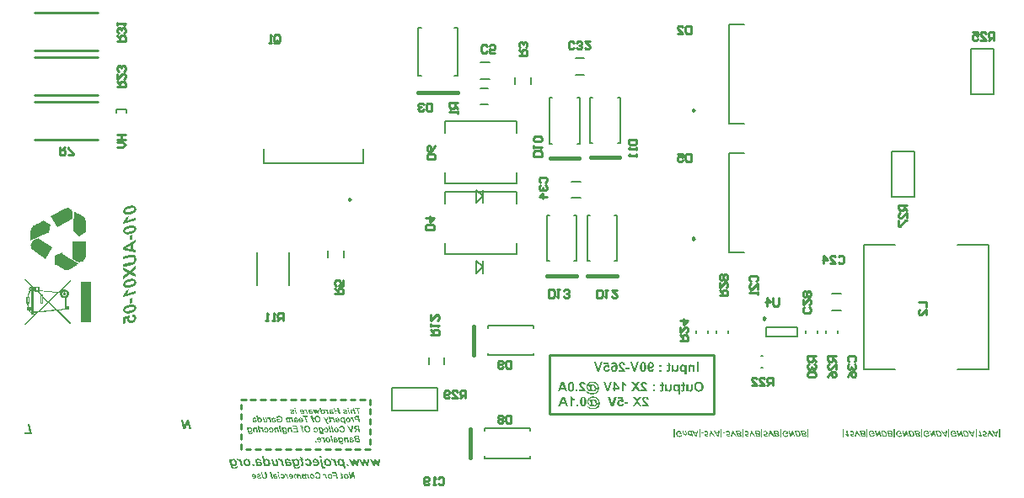
<source format=gbo>
G04*
G04 #@! TF.GenerationSoftware,Altium Limited,Altium Designer,21.0.8 (223)*
G04*
G04 Layer_Color=32896*
%FSLAX25Y25*%
%MOIN*%
G70*
G04*
G04 #@! TF.SameCoordinates,6ED59E13-5717-42ED-B6B1-0E666ED3908C*
G04*
G04*
G04 #@! TF.FilePolarity,Positive*
G04*
G01*
G75*
%ADD10C,0.00787*%
%ADD11C,0.00984*%
%ADD13C,0.01575*%
%ADD14C,0.01000*%
%ADD121C,0.00800*%
G36*
X175197Y248031D02*
X172444D01*
X172311Y248675D01*
X174276D01*
X173604Y251872D01*
X174392D01*
X175197Y248031D01*
D02*
G37*
G36*
X300663Y258028D02*
X300171D01*
X300080Y258472D01*
X300568D01*
X300663Y258028D01*
D02*
G37*
G36*
X279726D02*
X279234D01*
X279143Y258472D01*
X279631D01*
X279726Y258028D01*
D02*
G37*
G36*
X303240Y255953D02*
X302752D01*
X302599Y256674D01*
X302585Y256735D01*
X302574Y256790D01*
X302563Y256837D01*
X302552Y256885D01*
X302541Y256925D01*
X302534Y256958D01*
X302523Y256990D01*
X302516Y257016D01*
X302508Y257038D01*
X302505Y257056D01*
X302494Y257085D01*
X302490Y257099D01*
X302486Y257103D01*
X302454Y257161D01*
X302417Y257216D01*
X302377Y257263D01*
X302341Y257303D01*
X302308Y257336D01*
X302283Y257358D01*
X302264Y257376D01*
X302257Y257380D01*
X302213Y257409D01*
X302170Y257431D01*
X302130Y257445D01*
X302090Y257456D01*
X302061Y257463D01*
X302035Y257467D01*
X302013D01*
X301977Y257463D01*
X301948Y257460D01*
X301919Y257449D01*
X301897Y257438D01*
X301878Y257427D01*
X301868Y257420D01*
X301860Y257413D01*
X301857Y257409D01*
X301838Y257387D01*
X301824Y257362D01*
X301813Y257340D01*
X301806Y257314D01*
X301802Y257296D01*
X301798Y257278D01*
Y257267D01*
Y257263D01*
X301802Y257238D01*
X301806Y257205D01*
X301813Y257169D01*
X301820Y257132D01*
X301828Y257096D01*
X301831Y257067D01*
X301838Y257045D01*
Y257041D01*
Y257038D01*
X302071Y255953D01*
X301584D01*
X301354Y257016D01*
X301336Y257096D01*
X301325Y257169D01*
X301314Y257227D01*
X301307Y257274D01*
X301303Y257311D01*
X301300Y257336D01*
Y257354D01*
Y257358D01*
X301307Y257431D01*
X301322Y257496D01*
X301340Y257551D01*
X301365Y257602D01*
X301391Y257638D01*
X301409Y257667D01*
X301424Y257682D01*
X301431Y257689D01*
X301482Y257733D01*
X301540Y257766D01*
X301598Y257787D01*
X301657Y257806D01*
X301707Y257813D01*
X301747Y257817D01*
X301762Y257820D01*
X301784D01*
X301846Y257817D01*
X301904Y257813D01*
X301955Y257802D01*
X302002Y257791D01*
X302042Y257780D01*
X302071Y257773D01*
X302090Y257766D01*
X302097Y257762D01*
X302151Y257736D01*
X302206Y257707D01*
X302261Y257678D01*
X302308Y257645D01*
X302348Y257616D01*
X302381Y257594D01*
X302403Y257580D01*
X302406Y257573D01*
X302410D01*
X302224Y258472D01*
X302712D01*
X303240Y255953D01*
D02*
G37*
G36*
X297172D02*
X296659D01*
X296422Y257078D01*
X295443D01*
X295676Y255953D01*
X295163D01*
X294631Y258472D01*
X295148D01*
X295352Y257500D01*
X296331D01*
X296127Y258472D01*
X296644D01*
X297172Y255953D01*
D02*
G37*
G36*
X293718Y257813D02*
X293827Y257798D01*
X293874Y257787D01*
X293918Y257776D01*
X293962Y257766D01*
X293998Y257751D01*
X294031Y257736D01*
X294060Y257726D01*
X294085Y257715D01*
X294107Y257704D01*
X294122Y257696D01*
X294133Y257689D01*
X294140Y257682D01*
X294144D01*
X294213Y257627D01*
X294274Y257565D01*
X294322Y257500D01*
X294362Y257442D01*
X294391Y257387D01*
X294413Y257343D01*
X294420Y257325D01*
X294424Y257314D01*
X294427Y257307D01*
Y257303D01*
X293947Y257263D01*
X293936Y257296D01*
X293921Y257325D01*
X293903Y257351D01*
X293885Y257372D01*
X293870Y257391D01*
X293856Y257401D01*
X293849Y257409D01*
X293845Y257413D01*
X293812Y257431D01*
X293779Y257445D01*
X293743Y257453D01*
X293710Y257460D01*
X293681Y257463D01*
X293656Y257467D01*
X293634D01*
X293590Y257463D01*
X293550Y257460D01*
X293521Y257449D01*
X293492Y257442D01*
X293470Y257431D01*
X293456Y257420D01*
X293448Y257416D01*
X293445Y257413D01*
X293423Y257391D01*
X293408Y257369D01*
X293394Y257347D01*
X293386Y257325D01*
X293383Y257307D01*
X293379Y257296D01*
Y257285D01*
Y257281D01*
Y257256D01*
X293383Y257230D01*
X293394Y257176D01*
X293401Y257154D01*
X293408Y257136D01*
X293412Y257121D01*
Y257118D01*
X293437Y257110D01*
X293466Y257103D01*
X293499Y257096D01*
X293536Y257088D01*
X293612Y257074D01*
X293692Y257067D01*
X293765Y257056D01*
X293798Y257052D01*
X293823Y257049D01*
X293849D01*
X293867Y257045D01*
X293881D01*
X293958Y257038D01*
X294027Y257027D01*
X294089Y257016D01*
X294147Y257001D01*
X294202Y256987D01*
X294249Y256972D01*
X294293Y256954D01*
X294329Y256939D01*
X294362Y256921D01*
X294391Y256907D01*
X294413Y256892D01*
X294431Y256881D01*
X294446Y256870D01*
X294457Y256863D01*
X294460Y256859D01*
X294464Y256856D01*
X294493Y256826D01*
X294515Y256794D01*
X294555Y256725D01*
X294584Y256655D01*
X294602Y256586D01*
X294617Y256528D01*
X294620Y256503D01*
Y256481D01*
X294624Y256462D01*
Y256448D01*
Y256441D01*
Y256437D01*
X294617Y256353D01*
X294602Y256277D01*
X294577Y256211D01*
X294551Y256157D01*
X294526Y256109D01*
X294500Y256077D01*
X294486Y256058D01*
X294478Y256051D01*
X294420Y256004D01*
X294358Y255967D01*
X294293Y255942D01*
X294234Y255924D01*
X294184Y255913D01*
X294140Y255909D01*
X294125Y255906D01*
X294104D01*
X294049Y255909D01*
X293998Y255916D01*
X293951Y255927D01*
X293907Y255938D01*
X293870Y255949D01*
X293845Y255960D01*
X293827Y255967D01*
X293819Y255971D01*
X293769Y255996D01*
X293721Y256029D01*
X293678Y256058D01*
X293641Y256087D01*
X293612Y256117D01*
X293587Y256138D01*
X293572Y256153D01*
X293568Y256157D01*
X293561Y256080D01*
X293554Y256048D01*
X293550Y256015D01*
X293543Y255989D01*
X293536Y255971D01*
X293532Y255957D01*
Y255953D01*
X293055D01*
X293070Y256004D01*
X293077Y256055D01*
X293084Y256098D01*
X293092Y256135D01*
Y256168D01*
X293095Y256189D01*
Y256208D01*
Y256211D01*
Y256237D01*
X293092Y256270D01*
X293084Y256339D01*
X293073Y256412D01*
X293059Y256488D01*
X293048Y256557D01*
X293041Y256586D01*
X293037Y256615D01*
X293033Y256637D01*
X293030Y256652D01*
X293026Y256663D01*
Y256666D01*
X293011Y256735D01*
X292997Y256801D01*
X292982Y256859D01*
X292971Y256910D01*
X292964Y256954D01*
X292957Y256994D01*
X292950Y257030D01*
X292942Y257059D01*
X292939Y257085D01*
X292931Y257103D01*
Y257121D01*
X292928Y257132D01*
X292924Y257150D01*
Y257154D01*
X292913Y257223D01*
X292910Y257252D01*
Y257278D01*
X292906Y257300D01*
Y257314D01*
Y257325D01*
Y257329D01*
Y257369D01*
X292913Y257405D01*
X292931Y257471D01*
X292961Y257529D01*
X292990Y257580D01*
X293022Y257624D01*
X293052Y257653D01*
X293070Y257671D01*
X293073Y257678D01*
X293077D01*
X293110Y257704D01*
X293146Y257726D01*
X293230Y257762D01*
X293314Y257787D01*
X293401Y257802D01*
X293477Y257813D01*
X293510Y257817D01*
X293539D01*
X293565Y257820D01*
X293598D01*
X293718Y257813D01*
D02*
G37*
G36*
X285502D02*
X285611Y257798D01*
X285659Y257787D01*
X285702Y257776D01*
X285746Y257766D01*
X285782Y257751D01*
X285815Y257736D01*
X285844Y257726D01*
X285870Y257715D01*
X285892Y257704D01*
X285906Y257696D01*
X285917Y257689D01*
X285924Y257682D01*
X285928D01*
X285997Y257627D01*
X286059Y257565D01*
X286106Y257500D01*
X286146Y257442D01*
X286176Y257387D01*
X286197Y257343D01*
X286205Y257325D01*
X286208Y257314D01*
X286212Y257307D01*
Y257303D01*
X285732Y257263D01*
X285721Y257296D01*
X285706Y257325D01*
X285688Y257351D01*
X285670Y257372D01*
X285655Y257391D01*
X285641Y257401D01*
X285633Y257409D01*
X285630Y257413D01*
X285597Y257431D01*
X285564Y257445D01*
X285528Y257453D01*
X285495Y257460D01*
X285466Y257463D01*
X285440Y257467D01*
X285418D01*
X285375Y257463D01*
X285335Y257460D01*
X285306Y257449D01*
X285277Y257442D01*
X285255Y257431D01*
X285240Y257420D01*
X285233Y257416D01*
X285229Y257413D01*
X285207Y257391D01*
X285193Y257369D01*
X285178Y257347D01*
X285171Y257325D01*
X285167Y257307D01*
X285164Y257296D01*
Y257285D01*
Y257281D01*
Y257256D01*
X285167Y257230D01*
X285178Y257176D01*
X285186Y257154D01*
X285193Y257136D01*
X285196Y257121D01*
Y257118D01*
X285222Y257110D01*
X285251Y257103D01*
X285284Y257096D01*
X285320Y257088D01*
X285397Y257074D01*
X285477Y257067D01*
X285549Y257056D01*
X285582Y257052D01*
X285608Y257049D01*
X285633D01*
X285651Y257045D01*
X285666D01*
X285742Y257038D01*
X285811Y257027D01*
X285873Y257016D01*
X285932Y257001D01*
X285986Y256987D01*
X286034Y256972D01*
X286077Y256954D01*
X286114Y256939D01*
X286146Y256921D01*
X286176Y256907D01*
X286197Y256892D01*
X286216Y256881D01*
X286230Y256870D01*
X286241Y256863D01*
X286245Y256859D01*
X286248Y256856D01*
X286278Y256826D01*
X286299Y256794D01*
X286339Y256725D01*
X286368Y256655D01*
X286387Y256586D01*
X286401Y256528D01*
X286405Y256503D01*
Y256481D01*
X286408Y256462D01*
Y256448D01*
Y256441D01*
Y256437D01*
X286401Y256353D01*
X286387Y256277D01*
X286361Y256211D01*
X286336Y256157D01*
X286310Y256109D01*
X286285Y256077D01*
X286270Y256058D01*
X286263Y256051D01*
X286205Y256004D01*
X286143Y255967D01*
X286077Y255942D01*
X286019Y255924D01*
X285968Y255913D01*
X285924Y255909D01*
X285910Y255906D01*
X285888D01*
X285833Y255909D01*
X285782Y255916D01*
X285735Y255927D01*
X285691Y255938D01*
X285655Y255949D01*
X285630Y255960D01*
X285611Y255967D01*
X285604Y255971D01*
X285553Y255996D01*
X285506Y256029D01*
X285462Y256058D01*
X285426Y256087D01*
X285397Y256117D01*
X285371Y256138D01*
X285357Y256153D01*
X285353Y256157D01*
X285346Y256080D01*
X285338Y256048D01*
X285335Y256015D01*
X285327Y255989D01*
X285320Y255971D01*
X285316Y255957D01*
Y255953D01*
X284840D01*
X284854Y256004D01*
X284861Y256055D01*
X284869Y256098D01*
X284876Y256135D01*
Y256168D01*
X284880Y256189D01*
Y256208D01*
Y256211D01*
Y256237D01*
X284876Y256270D01*
X284869Y256339D01*
X284858Y256412D01*
X284843Y256488D01*
X284832Y256557D01*
X284825Y256586D01*
X284822Y256615D01*
X284818Y256637D01*
X284814Y256652D01*
X284811Y256663D01*
Y256666D01*
X284796Y256735D01*
X284781Y256801D01*
X284767Y256859D01*
X284756Y256910D01*
X284749Y256954D01*
X284741Y256994D01*
X284734Y257030D01*
X284727Y257059D01*
X284723Y257085D01*
X284716Y257103D01*
Y257121D01*
X284712Y257132D01*
X284709Y257150D01*
Y257154D01*
X284698Y257223D01*
X284694Y257252D01*
Y257278D01*
X284690Y257300D01*
Y257314D01*
Y257325D01*
Y257329D01*
Y257369D01*
X284698Y257405D01*
X284716Y257471D01*
X284745Y257529D01*
X284774Y257580D01*
X284807Y257624D01*
X284836Y257653D01*
X284854Y257671D01*
X284858Y257678D01*
X284861D01*
X284894Y257704D01*
X284931Y257726D01*
X285014Y257762D01*
X285098Y257787D01*
X285186Y257802D01*
X285262Y257813D01*
X285295Y257817D01*
X285324D01*
X285349Y257820D01*
X285382D01*
X285502Y257813D01*
D02*
G37*
G36*
X288822Y255953D02*
X288363D01*
X287806Y257114D01*
X287715Y255953D01*
X287253D01*
X286350Y257780D01*
X286842D01*
X287406Y256553D01*
X287468Y257780D01*
X287919D01*
X288483Y256553D01*
X288611Y257780D01*
X289048D01*
X288822Y255953D01*
D02*
G37*
G36*
X282113Y257817D02*
X282204Y257802D01*
X282288Y257784D01*
X282365Y257758D01*
X282437Y257729D01*
X282503Y257696D01*
X282565Y257660D01*
X282619Y257624D01*
X282667Y257584D01*
X282710Y257551D01*
X282743Y257514D01*
X282776Y257485D01*
X282798Y257460D01*
X282812Y257442D01*
X282823Y257427D01*
X282827Y257423D01*
X282863Y257369D01*
X282896Y257311D01*
X282921Y257252D01*
X282947Y257194D01*
X282965Y257136D01*
X282983Y257081D01*
X283009Y256979D01*
X283016Y256932D01*
X283023Y256888D01*
X283027Y256848D01*
X283031Y256816D01*
X283034Y256790D01*
Y256772D01*
Y256757D01*
Y256754D01*
X283031Y256684D01*
X283023Y256619D01*
X283012Y256553D01*
X282998Y256495D01*
X282980Y256441D01*
X282961Y256390D01*
X282940Y256346D01*
X282918Y256302D01*
X282899Y256266D01*
X282878Y256233D01*
X282859Y256204D01*
X282841Y256182D01*
X282827Y256164D01*
X282816Y256149D01*
X282809Y256142D01*
X282805Y256138D01*
X282761Y256098D01*
X282714Y256062D01*
X282663Y256029D01*
X282616Y256004D01*
X282565Y255982D01*
X282514Y255964D01*
X282419Y255935D01*
X282375Y255924D01*
X282335Y255916D01*
X282299Y255913D01*
X282266Y255909D01*
X282241Y255906D01*
X282204D01*
X282106Y255913D01*
X282019Y255927D01*
X281935Y255946D01*
X281866Y255971D01*
X281804Y255996D01*
X281782Y256007D01*
X281760Y256015D01*
X281746Y256026D01*
X281735Y256029D01*
X281728Y256036D01*
X281724D01*
X281647Y256091D01*
X281578Y256157D01*
X281516Y256222D01*
X281465Y256288D01*
X281429Y256350D01*
X281411Y256375D01*
X281400Y256397D01*
X281389Y256415D01*
X281382Y256430D01*
X281374Y256437D01*
Y256441D01*
X281815Y256513D01*
X281840Y256470D01*
X281869Y256430D01*
X281902Y256397D01*
X281935Y256368D01*
X281964Y256342D01*
X281997Y256321D01*
X282030Y256302D01*
X282059Y256291D01*
X282113Y256273D01*
X282139Y256266D01*
X282161Y256262D01*
X282175Y256259D01*
X282201D01*
X282255Y256262D01*
X282306Y256277D01*
X282350Y256295D01*
X282386Y256313D01*
X282419Y256335D01*
X282441Y256350D01*
X282455Y256364D01*
X282459Y256368D01*
X282492Y256412D01*
X282517Y256462D01*
X282536Y256510D01*
X282546Y256557D01*
X282554Y256601D01*
X282561Y256633D01*
Y256655D01*
Y256659D01*
Y256663D01*
Y256677D01*
X282557Y256692D01*
Y256706D01*
Y256710D01*
X281320D01*
X281298Y256819D01*
X281291Y256874D01*
X281287Y256925D01*
X281283Y256965D01*
Y257001D01*
Y257023D01*
Y257027D01*
Y257030D01*
X281287Y257099D01*
X281291Y257161D01*
X281302Y257223D01*
X281316Y257278D01*
X281331Y257332D01*
X281345Y257380D01*
X281364Y257423D01*
X281382Y257463D01*
X281403Y257496D01*
X281422Y257529D01*
X281436Y257554D01*
X281451Y257576D01*
X281465Y257591D01*
X281476Y257602D01*
X281480Y257609D01*
X281484Y257613D01*
X281524Y257649D01*
X281564Y257682D01*
X281607Y257707D01*
X281651Y257733D01*
X281695Y257755D01*
X281738Y257769D01*
X281826Y257795D01*
X281866Y257802D01*
X281902Y257809D01*
X281935Y257813D01*
X281964Y257817D01*
X281986Y257820D01*
X282019D01*
X282113Y257817D01*
D02*
G37*
G36*
X305118Y258050D02*
X304383D01*
X304820Y255953D01*
X304303D01*
X303866Y258050D01*
X303131D01*
X303047Y258472D01*
X305034D01*
X305118Y258050D01*
D02*
G37*
G36*
X301096Y255953D02*
X300608D01*
X300222Y257780D01*
X300714D01*
X301096Y255953D01*
D02*
G37*
G36*
X291439Y257817D02*
X291494Y257802D01*
X291548Y257784D01*
X291596Y257758D01*
X291647Y257729D01*
X291690Y257696D01*
X291774Y257624D01*
X291810Y257587D01*
X291843Y257551D01*
X291872Y257518D01*
X291898Y257489D01*
X291916Y257463D01*
X291930Y257445D01*
X291938Y257431D01*
X291941Y257427D01*
X291868Y257780D01*
X292327D01*
X292709Y255953D01*
X292222D01*
X292102Y256524D01*
X292087Y256586D01*
X292076Y256648D01*
X292061Y256703D01*
X292047Y256750D01*
X292036Y256797D01*
X292025Y256841D01*
X292010Y256877D01*
X292000Y256910D01*
X291992Y256939D01*
X291981Y256965D01*
X291974Y256987D01*
X291967Y257005D01*
X291963Y257016D01*
X291960Y257027D01*
X291956Y257034D01*
X291927Y257092D01*
X291894Y257143D01*
X291858Y257187D01*
X291825Y257223D01*
X291796Y257249D01*
X291774Y257271D01*
X291759Y257285D01*
X291752Y257289D01*
X291701Y257322D01*
X291654Y257347D01*
X291610Y257362D01*
X291570Y257376D01*
X291537Y257383D01*
X291512Y257387D01*
X291490D01*
X291435Y257383D01*
X291388Y257376D01*
X291370Y257369D01*
X291355Y257365D01*
X291348Y257362D01*
X291344D01*
X291155Y257766D01*
X291199Y257784D01*
X291242Y257798D01*
X291283Y257806D01*
X291315Y257813D01*
X291344Y257817D01*
X291366Y257820D01*
X291384D01*
X291439Y257817D01*
D02*
G37*
G36*
X283224D02*
X283278Y257802D01*
X283333Y257784D01*
X283380Y257758D01*
X283431Y257729D01*
X283475Y257696D01*
X283558Y257624D01*
X283595Y257587D01*
X283628Y257551D01*
X283657Y257518D01*
X283682Y257489D01*
X283700Y257463D01*
X283715Y257445D01*
X283722Y257431D01*
X283726Y257427D01*
X283653Y257780D01*
X284112D01*
X284494Y255953D01*
X284006D01*
X283886Y256524D01*
X283871Y256586D01*
X283860Y256648D01*
X283846Y256703D01*
X283831Y256750D01*
X283821Y256797D01*
X283809Y256841D01*
X283795Y256877D01*
X283784Y256910D01*
X283777Y256939D01*
X283766Y256965D01*
X283759Y256987D01*
X283751Y257005D01*
X283748Y257016D01*
X283744Y257027D01*
X283740Y257034D01*
X283711Y257092D01*
X283679Y257143D01*
X283642Y257187D01*
X283609Y257223D01*
X283580Y257249D01*
X283558Y257271D01*
X283544Y257285D01*
X283537Y257289D01*
X283486Y257322D01*
X283438Y257347D01*
X283395Y257362D01*
X283355Y257376D01*
X283322Y257383D01*
X283296Y257387D01*
X283275D01*
X283220Y257383D01*
X283173Y257376D01*
X283154Y257369D01*
X283140Y257365D01*
X283133Y257362D01*
X283129D01*
X282940Y257766D01*
X282983Y257784D01*
X283027Y257798D01*
X283067Y257806D01*
X283100Y257813D01*
X283129Y257817D01*
X283151Y257820D01*
X283169D01*
X283224Y257817D01*
D02*
G37*
G36*
X280159Y255953D02*
X279671D01*
X279285Y257780D01*
X279776D01*
X280159Y255953D01*
D02*
G37*
G36*
X299159Y257817D02*
X299236Y257809D01*
X299305Y257798D01*
X299371Y257787D01*
X299432Y257769D01*
X299487Y257751D01*
X299534Y257729D01*
X299582Y257711D01*
X299622Y257689D01*
X299655Y257667D01*
X299684Y257649D01*
X299705Y257634D01*
X299724Y257620D01*
X299738Y257609D01*
X299745Y257602D01*
X299749Y257598D01*
X299778Y257569D01*
X299800Y257536D01*
X299840Y257474D01*
X299869Y257413D01*
X299887Y257354D01*
X299902Y257303D01*
X299906Y257263D01*
X299909Y257249D01*
Y257238D01*
Y257230D01*
Y257227D01*
X299906Y257187D01*
X299902Y257150D01*
X299884Y257081D01*
X299858Y257019D01*
X299826Y256968D01*
X299796Y256928D01*
X299771Y256899D01*
X299753Y256881D01*
X299745Y256874D01*
X299720Y256859D01*
X299691Y256841D01*
X299655Y256823D01*
X299611Y256801D01*
X299520Y256765D01*
X299425Y256725D01*
X299334Y256692D01*
X299294Y256677D01*
X299261Y256666D01*
X299232Y256655D01*
X299207Y256648D01*
X299192Y256641D01*
X299188D01*
X299130Y256623D01*
X299087Y256604D01*
X299050Y256586D01*
X299021Y256572D01*
X299003Y256561D01*
X298988Y256553D01*
X298985Y256550D01*
X298981Y256546D01*
X298959Y256517D01*
X298948Y256488D01*
X298945Y256466D01*
Y256462D01*
Y256459D01*
X298948Y256430D01*
X298956Y256408D01*
X298981Y256368D01*
X298996Y256353D01*
X299007Y256342D01*
X299014Y256335D01*
X299018Y256331D01*
X299058Y256306D01*
X299101Y256288D01*
X299149Y256277D01*
X299192Y256270D01*
X299232Y256262D01*
X299261Y256259D01*
X299290D01*
X299349Y256262D01*
X299400Y256270D01*
X299443Y256277D01*
X299480Y256291D01*
X299509Y256302D01*
X299531Y256310D01*
X299545Y256317D01*
X299549Y256321D01*
X299582Y256346D01*
X299614Y256379D01*
X299640Y256415D01*
X299662Y256452D01*
X299680Y256484D01*
X299694Y256510D01*
X299702Y256528D01*
X299705Y256535D01*
X300182Y256459D01*
X300149Y256364D01*
X300106Y256284D01*
X300055Y256211D01*
X300008Y256153D01*
X299964Y256109D01*
X299927Y256073D01*
X299913Y256062D01*
X299902Y256055D01*
X299895Y256048D01*
X299891D01*
X299847Y256022D01*
X299804Y256000D01*
X299705Y255964D01*
X299604Y255942D01*
X299505Y255924D01*
X299458Y255916D01*
X299418Y255913D01*
X299378Y255909D01*
X299345D01*
X299316Y255906D01*
X299280D01*
X299207Y255909D01*
X299138Y255913D01*
X299076Y255924D01*
X299018Y255935D01*
X298959Y255949D01*
X298912Y255964D01*
X298865Y255982D01*
X298825Y256000D01*
X298788Y256018D01*
X298755Y256036D01*
X298726Y256051D01*
X298704Y256066D01*
X298686Y256077D01*
X298675Y256087D01*
X298668Y256091D01*
X298664Y256095D01*
X298624Y256131D01*
X298592Y256171D01*
X298563Y256208D01*
X298537Y256248D01*
X298515Y256284D01*
X298497Y256324D01*
X298471Y256393D01*
X298453Y256455D01*
X298450Y256481D01*
X298446Y256503D01*
X298442Y256521D01*
Y256535D01*
Y256542D01*
Y256546D01*
X298446Y256582D01*
X298450Y256619D01*
X298468Y256684D01*
X298497Y256743D01*
X298530Y256794D01*
X298563Y256834D01*
X298588Y256867D01*
X298610Y256885D01*
X298613Y256892D01*
X298617D01*
X298642Y256910D01*
X298672Y256928D01*
X298708Y256946D01*
X298745Y256965D01*
X298825Y257001D01*
X298905Y257030D01*
X298981Y257056D01*
X299014Y257067D01*
X299043Y257078D01*
X299068Y257085D01*
X299087Y257092D01*
X299098Y257096D01*
X299101D01*
X299145Y257107D01*
X299181Y257121D01*
X299214Y257132D01*
X299243Y257139D01*
X299272Y257150D01*
X299294Y257158D01*
X299330Y257172D01*
X299356Y257179D01*
X299371Y257187D01*
X299378Y257194D01*
X299381D01*
X299403Y257212D01*
X299418Y257230D01*
X299432Y257249D01*
X299440Y257267D01*
X299443Y257281D01*
X299447Y257296D01*
Y257303D01*
Y257307D01*
X299443Y257332D01*
X299436Y257354D01*
X299414Y257391D01*
X299403Y257405D01*
X299392Y257416D01*
X299385Y257420D01*
X299381Y257423D01*
X299352Y257442D01*
X299316Y257456D01*
X299280Y257463D01*
X299243Y257471D01*
X299210Y257474D01*
X299181Y257478D01*
X299156D01*
X299098Y257474D01*
X299047Y257467D01*
X299003Y257456D01*
X298963Y257445D01*
X298934Y257431D01*
X298908Y257420D01*
X298894Y257413D01*
X298890Y257409D01*
X298861Y257391D01*
X298835Y257365D01*
X298814Y257343D01*
X298799Y257318D01*
X298784Y257296D01*
X298777Y257278D01*
X298770Y257267D01*
Y257263D01*
X298315Y257340D01*
X298340Y257420D01*
X298373Y257489D01*
X298410Y257547D01*
X298450Y257598D01*
X298486Y257638D01*
X298519Y257667D01*
X298541Y257682D01*
X298544Y257689D01*
X298548D01*
X298584Y257711D01*
X298621Y257733D01*
X298704Y257766D01*
X298795Y257787D01*
X298879Y257806D01*
X298959Y257813D01*
X298992Y257817D01*
X299021D01*
X299047Y257820D01*
X299079D01*
X299159Y257817D01*
D02*
G37*
G36*
X289772Y257525D02*
X289808Y257576D01*
X289848Y257624D01*
X289892Y257664D01*
X289939Y257696D01*
X289983Y257726D01*
X290030Y257747D01*
X290078Y257769D01*
X290121Y257784D01*
X290165Y257795D01*
X290205Y257806D01*
X290241Y257813D01*
X290271Y257817D01*
X290296D01*
X290314Y257820D01*
X290332D01*
X290409Y257817D01*
X290478Y257806D01*
X290547Y257787D01*
X290609Y257766D01*
X290667Y257736D01*
X290722Y257707D01*
X290773Y257675D01*
X290817Y257642D01*
X290857Y257609D01*
X290893Y257576D01*
X290926Y257547D01*
X290948Y257518D01*
X290969Y257496D01*
X290984Y257478D01*
X290991Y257467D01*
X290995Y257463D01*
X291039Y257398D01*
X291079Y257329D01*
X291111Y257260D01*
X291141Y257190D01*
X291166Y257121D01*
X291184Y257056D01*
X291202Y256994D01*
X291213Y256936D01*
X291224Y256877D01*
X291231Y256826D01*
X291239Y256783D01*
X291242Y256743D01*
X291246Y256714D01*
Y256688D01*
Y256674D01*
Y256670D01*
X291242Y256601D01*
X291239Y256535D01*
X291231Y256477D01*
X291217Y256422D01*
X291206Y256371D01*
X291192Y256324D01*
X291173Y256280D01*
X291159Y256244D01*
X291141Y256208D01*
X291126Y256178D01*
X291111Y256153D01*
X291097Y256135D01*
X291086Y256120D01*
X291079Y256109D01*
X291075Y256102D01*
X291071Y256098D01*
X291039Y256066D01*
X291002Y256036D01*
X290966Y256007D01*
X290926Y255986D01*
X290849Y255953D01*
X290776Y255931D01*
X290711Y255916D01*
X290686Y255913D01*
X290660Y255909D01*
X290638Y255906D01*
X290613D01*
X290554Y255909D01*
X290496Y255913D01*
X290449Y255924D01*
X290405Y255935D01*
X290369Y255942D01*
X290340Y255953D01*
X290325Y255957D01*
X290318Y255960D01*
X290267Y255986D01*
X290220Y256011D01*
X290176Y256044D01*
X290136Y256073D01*
X290103Y256102D01*
X290074Y256124D01*
X290059Y256138D01*
X290052Y256146D01*
X290092Y255953D01*
X289630D01*
X289077Y258472D01*
X289564D01*
X289772Y257525D01*
D02*
G37*
G36*
X278222Y257817D02*
X278299Y257809D01*
X278368Y257798D01*
X278433Y257787D01*
X278495Y257769D01*
X278550Y257751D01*
X278597Y257729D01*
X278644Y257711D01*
X278684Y257689D01*
X278717Y257667D01*
X278746Y257649D01*
X278768Y257634D01*
X278786Y257620D01*
X278801Y257609D01*
X278808Y257602D01*
X278812Y257598D01*
X278841Y257569D01*
X278863Y257536D01*
X278903Y257474D01*
X278932Y257413D01*
X278950Y257354D01*
X278965Y257303D01*
X278968Y257263D01*
X278972Y257249D01*
Y257238D01*
Y257230D01*
Y257227D01*
X278968Y257187D01*
X278965Y257150D01*
X278946Y257081D01*
X278921Y257019D01*
X278888Y256968D01*
X278859Y256928D01*
X278834Y256899D01*
X278816Y256881D01*
X278808Y256874D01*
X278783Y256859D01*
X278754Y256841D01*
X278717Y256823D01*
X278674Y256801D01*
X278583Y256765D01*
X278488Y256725D01*
X278397Y256692D01*
X278357Y256677D01*
X278324Y256666D01*
X278295Y256655D01*
X278270Y256648D01*
X278255Y256641D01*
X278251D01*
X278193Y256623D01*
X278149Y256604D01*
X278113Y256586D01*
X278084Y256572D01*
X278066Y256561D01*
X278051Y256553D01*
X278047Y256550D01*
X278044Y256546D01*
X278022Y256517D01*
X278011Y256488D01*
X278007Y256466D01*
Y256462D01*
Y256459D01*
X278011Y256430D01*
X278018Y256408D01*
X278044Y256368D01*
X278058Y256353D01*
X278069Y256342D01*
X278077Y256335D01*
X278080Y256331D01*
X278120Y256306D01*
X278164Y256288D01*
X278211Y256277D01*
X278255Y256270D01*
X278295Y256262D01*
X278324Y256259D01*
X278353D01*
X278411Y256262D01*
X278462Y256270D01*
X278506Y256277D01*
X278542Y256291D01*
X278572Y256302D01*
X278593Y256310D01*
X278608Y256317D01*
X278612Y256321D01*
X278644Y256346D01*
X278677Y256379D01*
X278703Y256415D01*
X278725Y256452D01*
X278743Y256484D01*
X278757Y256510D01*
X278765Y256528D01*
X278768Y256535D01*
X279245Y256459D01*
X279212Y256364D01*
X279169Y256284D01*
X279118Y256211D01*
X279070Y256153D01*
X279027Y256109D01*
X278990Y256073D01*
X278976Y256062D01*
X278965Y256055D01*
X278957Y256048D01*
X278954D01*
X278910Y256022D01*
X278866Y256000D01*
X278768Y255964D01*
X278666Y255942D01*
X278568Y255924D01*
X278521Y255916D01*
X278481Y255913D01*
X278440Y255909D01*
X278408D01*
X278379Y255906D01*
X278342D01*
X278270Y255909D01*
X278200Y255913D01*
X278138Y255924D01*
X278080Y255935D01*
X278022Y255949D01*
X277975Y255964D01*
X277927Y255982D01*
X277887Y256000D01*
X277851Y256018D01*
X277818Y256036D01*
X277789Y256051D01*
X277767Y256066D01*
X277749Y256077D01*
X277738Y256087D01*
X277731Y256091D01*
X277727Y256095D01*
X277687Y256131D01*
X277654Y256171D01*
X277625Y256208D01*
X277600Y256248D01*
X277578Y256284D01*
X277560Y256324D01*
X277534Y256393D01*
X277516Y256455D01*
X277512Y256481D01*
X277509Y256503D01*
X277505Y256521D01*
Y256535D01*
Y256542D01*
Y256546D01*
X277509Y256582D01*
X277512Y256619D01*
X277531Y256684D01*
X277560Y256743D01*
X277592Y256794D01*
X277625Y256834D01*
X277651Y256867D01*
X277673Y256885D01*
X277676Y256892D01*
X277680D01*
X277705Y256910D01*
X277734Y256928D01*
X277771Y256946D01*
X277807Y256965D01*
X277887Y257001D01*
X277967Y257030D01*
X278044Y257056D01*
X278077Y257067D01*
X278106Y257078D01*
X278131Y257085D01*
X278149Y257092D01*
X278160Y257096D01*
X278164D01*
X278208Y257107D01*
X278244Y257121D01*
X278277Y257132D01*
X278306Y257139D01*
X278335Y257150D01*
X278357Y257158D01*
X278393Y257172D01*
X278419Y257179D01*
X278433Y257187D01*
X278440Y257194D01*
X278444D01*
X278466Y257212D01*
X278481Y257230D01*
X278495Y257249D01*
X278502Y257267D01*
X278506Y257281D01*
X278510Y257296D01*
Y257303D01*
Y257307D01*
X278506Y257332D01*
X278499Y257354D01*
X278477Y257391D01*
X278466Y257405D01*
X278455Y257416D01*
X278448Y257420D01*
X278444Y257423D01*
X278415Y257442D01*
X278379Y257456D01*
X278342Y257463D01*
X278306Y257471D01*
X278273Y257474D01*
X278244Y257478D01*
X278219D01*
X278160Y257474D01*
X278109Y257467D01*
X278066Y257456D01*
X278026Y257445D01*
X277996Y257431D01*
X277971Y257420D01*
X277956Y257413D01*
X277953Y257409D01*
X277924Y257391D01*
X277898Y257365D01*
X277876Y257343D01*
X277862Y257318D01*
X277847Y257296D01*
X277840Y257278D01*
X277833Y257267D01*
Y257263D01*
X277378Y257340D01*
X277403Y257420D01*
X277436Y257489D01*
X277472Y257547D01*
X277512Y257598D01*
X277549Y257638D01*
X277582Y257667D01*
X277603Y257682D01*
X277607Y257689D01*
X277611D01*
X277647Y257711D01*
X277683Y257733D01*
X277767Y257766D01*
X277858Y257787D01*
X277942Y257806D01*
X278022Y257813D01*
X278055Y257817D01*
X278084D01*
X278109Y257820D01*
X278142D01*
X278222Y257817D01*
D02*
G37*
G36*
X277399Y254575D02*
X277458Y254568D01*
X277509Y254553D01*
X277563Y254538D01*
X277658Y254495D01*
X277745Y254447D01*
X277785Y254422D01*
X277818Y254400D01*
X277847Y254378D01*
X277873Y254356D01*
X277894Y254342D01*
X277909Y254327D01*
X277916Y254320D01*
X277920Y254316D01*
X277876Y254538D01*
X278339D01*
X278721Y252711D01*
X278233D01*
X278058Y253548D01*
X278047Y253588D01*
X278040Y253625D01*
X278026Y253683D01*
X278011Y253734D01*
X278004Y253770D01*
X277996Y253796D01*
X277989Y253814D01*
X277986Y253825D01*
Y253829D01*
X277967Y253876D01*
X277949Y253916D01*
X277931Y253956D01*
X277913Y253985D01*
X277898Y254011D01*
X277887Y254029D01*
X277880Y254040D01*
X277876Y254043D01*
X277851Y254072D01*
X277825Y254098D01*
X277800Y254123D01*
X277774Y254142D01*
X277756Y254156D01*
X277738Y254167D01*
X277727Y254171D01*
X277724Y254174D01*
X277691Y254192D01*
X277662Y254204D01*
X277632Y254214D01*
X277607Y254218D01*
X277585Y254222D01*
X277571Y254225D01*
X277556D01*
X277523Y254222D01*
X277498Y254218D01*
X277476Y254211D01*
X277454Y254204D01*
X277440Y254192D01*
X277429Y254185D01*
X277425Y254182D01*
X277421Y254178D01*
X277403Y254160D01*
X277392Y254138D01*
X277378Y254101D01*
X277374Y254083D01*
X277370Y254069D01*
Y254062D01*
Y254058D01*
Y254032D01*
X277378Y253996D01*
X277381Y253956D01*
X277389Y253912D01*
X277396Y253876D01*
X277403Y253843D01*
X277407Y253818D01*
X277410Y253814D01*
Y253810D01*
X277640Y252711D01*
X277152D01*
X276977Y253537D01*
X276963Y253603D01*
X276948Y253661D01*
X276934Y253716D01*
X276915Y253763D01*
X276901Y253807D01*
X276886Y253847D01*
X276872Y253883D01*
X276857Y253916D01*
X276846Y253941D01*
X276832Y253967D01*
X276821Y253985D01*
X276814Y254003D01*
X276806Y254014D01*
X276799Y254022D01*
X276795Y254029D01*
X276766Y254065D01*
X276741Y254094D01*
X276712Y254120D01*
X276682Y254142D01*
X276624Y254178D01*
X276573Y254200D01*
X276530Y254214D01*
X276493Y254222D01*
X276479Y254225D01*
X276460D01*
X276428Y254222D01*
X276402Y254218D01*
X276377Y254211D01*
X276359Y254204D01*
X276344Y254192D01*
X276333Y254185D01*
X276329Y254182D01*
X276326Y254178D01*
X276311Y254160D01*
X276297Y254142D01*
X276286Y254101D01*
X276282Y254083D01*
X276278Y254072D01*
Y254062D01*
Y254058D01*
Y254051D01*
Y254040D01*
X276286Y254011D01*
X276293Y253971D01*
X276300Y253930D01*
X276308Y253890D01*
X276315Y253854D01*
X276318Y253839D01*
Y253832D01*
X276322Y253825D01*
Y253821D01*
X276559Y252711D01*
X276071Y252711D01*
X275831Y253821D01*
X275813Y253901D01*
X275801Y253971D01*
X275791Y254029D01*
X275787Y254072D01*
X275783Y254105D01*
X275780Y254131D01*
Y254145D01*
Y254149D01*
X275783Y254218D01*
X275798Y254280D01*
X275820Y254331D01*
X275842Y254375D01*
X275863Y254411D01*
X275885Y254436D01*
X275900Y254455D01*
X275904Y254458D01*
X275951Y254498D01*
X276005Y254527D01*
X276064Y254549D01*
X276118Y254564D01*
X276166Y254571D01*
X276206Y254578D01*
X276242D01*
X276315Y254575D01*
X276380Y254564D01*
X276446Y254549D01*
X276500Y254531D01*
X276548Y254513D01*
X276581Y254498D01*
X276595Y254491D01*
X276606Y254487D01*
X276610Y254484D01*
X276613D01*
X276675Y254447D01*
X276730Y254407D01*
X276773Y254371D01*
X276814Y254334D01*
X276843Y254302D01*
X276864Y254276D01*
X276879Y254262D01*
X276883Y254254D01*
X276897Y254309D01*
X276919Y254353D01*
X276944Y254396D01*
X276966Y254429D01*
X276992Y254455D01*
X277010Y254476D01*
X277025Y254487D01*
X277028Y254491D01*
X277072Y254520D01*
X277123Y254542D01*
X277178Y254556D01*
X277228Y254568D01*
X277272Y254575D01*
X277312Y254578D01*
X277345D01*
X277399Y254575D01*
D02*
G37*
G36*
X279744Y254571D02*
X279853Y254556D01*
X279900Y254546D01*
X279944Y254535D01*
X279988Y254524D01*
X280024Y254509D01*
X280057Y254495D01*
X280086Y254484D01*
X280111Y254473D01*
X280133Y254462D01*
X280148Y254455D01*
X280159Y254447D01*
X280166Y254440D01*
X280170D01*
X280239Y254385D01*
X280301Y254324D01*
X280348Y254258D01*
X280388Y254200D01*
X280417Y254145D01*
X280439Y254101D01*
X280446Y254083D01*
X280450Y254072D01*
X280453Y254065D01*
Y254062D01*
X279973Y254022D01*
X279962Y254054D01*
X279947Y254083D01*
X279929Y254109D01*
X279911Y254131D01*
X279896Y254149D01*
X279882Y254160D01*
X279875Y254167D01*
X279871Y254171D01*
X279838Y254189D01*
X279805Y254204D01*
X279769Y254211D01*
X279736Y254218D01*
X279707Y254222D01*
X279682Y254225D01*
X279660D01*
X279616Y254222D01*
X279576Y254218D01*
X279547Y254207D01*
X279518Y254200D01*
X279496Y254189D01*
X279482Y254178D01*
X279474Y254174D01*
X279471Y254171D01*
X279449Y254149D01*
X279434Y254127D01*
X279420Y254105D01*
X279412Y254083D01*
X279409Y254065D01*
X279405Y254054D01*
Y254043D01*
Y254040D01*
Y254014D01*
X279409Y253989D01*
X279420Y253934D01*
X279427Y253912D01*
X279434Y253894D01*
X279438Y253879D01*
Y253876D01*
X279463Y253869D01*
X279492Y253861D01*
X279525Y253854D01*
X279562Y253847D01*
X279638Y253832D01*
X279718Y253825D01*
X279791Y253814D01*
X279824Y253810D01*
X279849Y253807D01*
X279875D01*
X279893Y253803D01*
X279907D01*
X279984Y253796D01*
X280053Y253785D01*
X280115Y253774D01*
X280173Y253759D01*
X280228Y253745D01*
X280275Y253730D01*
X280319Y253712D01*
X280355Y253697D01*
X280388Y253679D01*
X280417Y253665D01*
X280439Y253650D01*
X280457Y253639D01*
X280472Y253628D01*
X280483Y253621D01*
X280486Y253617D01*
X280490Y253614D01*
X280519Y253585D01*
X280541Y253552D01*
X280581Y253483D01*
X280610Y253414D01*
X280628Y253344D01*
X280643Y253286D01*
X280646Y253261D01*
Y253239D01*
X280650Y253221D01*
Y253206D01*
Y253199D01*
Y253195D01*
X280643Y253112D01*
X280628Y253035D01*
X280603Y252970D01*
X280577Y252915D01*
X280552Y252868D01*
X280526Y252835D01*
X280512Y252817D01*
X280504Y252809D01*
X280446Y252762D01*
X280384Y252726D01*
X280319Y252700D01*
X280261Y252682D01*
X280210Y252671D01*
X280166Y252667D01*
X280151Y252664D01*
X280130D01*
X280075Y252667D01*
X280024Y252675D01*
X279977Y252686D01*
X279933Y252696D01*
X279896Y252707D01*
X279871Y252718D01*
X279853Y252726D01*
X279846Y252729D01*
X279795Y252755D01*
X279747Y252787D01*
X279704Y252817D01*
X279667Y252846D01*
X279638Y252875D01*
X279613Y252897D01*
X279598Y252911D01*
X279594Y252915D01*
X279587Y252838D01*
X279580Y252806D01*
X279576Y252773D01*
X279569Y252748D01*
X279562Y252729D01*
X279558Y252715D01*
Y252711D01*
X279081D01*
X279096Y252762D01*
X279103Y252813D01*
X279110Y252857D01*
X279118Y252893D01*
Y252926D01*
X279121Y252948D01*
Y252966D01*
Y252970D01*
Y252995D01*
X279118Y253028D01*
X279110Y253097D01*
X279099Y253170D01*
X279085Y253246D01*
X279074Y253315D01*
X279067Y253344D01*
X279063Y253374D01*
X279059Y253395D01*
X279056Y253410D01*
X279052Y253421D01*
Y253425D01*
X279037Y253494D01*
X279023Y253559D01*
X279008Y253617D01*
X278997Y253668D01*
X278990Y253712D01*
X278983Y253752D01*
X278976Y253788D01*
X278968Y253818D01*
X278965Y253843D01*
X278957Y253861D01*
Y253879D01*
X278954Y253890D01*
X278950Y253909D01*
Y253912D01*
X278939Y253981D01*
X278936Y254011D01*
Y254036D01*
X278932Y254058D01*
Y254072D01*
Y254083D01*
Y254087D01*
Y254127D01*
X278939Y254163D01*
X278957Y254229D01*
X278987Y254287D01*
X279016Y254338D01*
X279048Y254382D01*
X279078Y254411D01*
X279096Y254429D01*
X279099Y254436D01*
X279103D01*
X279136Y254462D01*
X279172Y254484D01*
X279256Y254520D01*
X279340Y254546D01*
X279427Y254560D01*
X279503Y254571D01*
X279536Y254575D01*
X279565D01*
X279591Y254578D01*
X279624D01*
X279744Y254571D01*
D02*
G37*
G36*
X270938Y254571D02*
X271048Y254556D01*
X271095Y254546D01*
X271139Y254535D01*
X271182Y254524D01*
X271219Y254509D01*
X271252Y254495D01*
X271281Y254484D01*
X271306Y254473D01*
X271328Y254462D01*
X271342Y254455D01*
X271354Y254447D01*
X271361Y254440D01*
X271364D01*
X271434Y254385D01*
X271495Y254324D01*
X271543Y254258D01*
X271583Y254200D01*
X271612Y254145D01*
X271634Y254101D01*
X271641Y254083D01*
X271645Y254072D01*
X271648Y254065D01*
Y254062D01*
X271168Y254022D01*
X271157Y254054D01*
X271142Y254083D01*
X271124Y254109D01*
X271106Y254131D01*
X271091Y254149D01*
X271077Y254160D01*
X271070Y254167D01*
X271066Y254171D01*
X271033Y254189D01*
X271000Y254204D01*
X270964Y254211D01*
X270931Y254218D01*
X270902Y254222D01*
X270877Y254225D01*
X270855D01*
X270811Y254222D01*
X270771Y254218D01*
X270742Y254207D01*
X270713Y254200D01*
X270691Y254189D01*
X270676Y254178D01*
X270669Y254174D01*
X270666Y254171D01*
X270644Y254149D01*
X270629Y254127D01*
X270615Y254105D01*
X270607Y254083D01*
X270604Y254065D01*
X270600Y254054D01*
Y254043D01*
Y254040D01*
Y254014D01*
X270604Y253989D01*
X270615Y253934D01*
X270622Y253912D01*
X270629Y253894D01*
X270633Y253879D01*
Y253876D01*
X270658Y253869D01*
X270687Y253861D01*
X270720Y253854D01*
X270757Y253847D01*
X270833Y253832D01*
X270913Y253825D01*
X270986Y253814D01*
X271019Y253810D01*
X271044Y253807D01*
X271070D01*
X271088Y253803D01*
X271102D01*
X271179Y253796D01*
X271248Y253785D01*
X271310Y253774D01*
X271368Y253759D01*
X271423Y253745D01*
X271470Y253730D01*
X271514Y253712D01*
X271550Y253697D01*
X271583Y253679D01*
X271612Y253665D01*
X271634Y253650D01*
X271652Y253639D01*
X271667Y253628D01*
X271677Y253621D01*
X271681Y253617D01*
X271685Y253614D01*
X271714Y253585D01*
X271736Y253552D01*
X271776Y253483D01*
X271805Y253414D01*
X271823Y253344D01*
X271838Y253286D01*
X271841Y253261D01*
Y253239D01*
X271845Y253221D01*
Y253206D01*
Y253199D01*
Y253195D01*
X271838Y253112D01*
X271823Y253035D01*
X271798Y252970D01*
X271772Y252915D01*
X271747Y252868D01*
X271721Y252835D01*
X271707Y252817D01*
X271699Y252809D01*
X271641Y252762D01*
X271579Y252726D01*
X271514Y252700D01*
X271455Y252682D01*
X271404Y252671D01*
X271361Y252667D01*
X271346Y252664D01*
X271324D01*
X271270Y252667D01*
X271219Y252675D01*
X271171Y252686D01*
X271128Y252696D01*
X271091Y252707D01*
X271066Y252718D01*
X271048Y252726D01*
X271040Y252729D01*
X270989Y252755D01*
X270942Y252787D01*
X270899Y252817D01*
X270862Y252846D01*
X270833Y252875D01*
X270808Y252897D01*
X270793Y252911D01*
X270789Y252915D01*
X270782Y252838D01*
X270775Y252806D01*
X270771Y252773D01*
X270764Y252747D01*
X270757Y252729D01*
X270753Y252715D01*
Y252711D01*
X270276D01*
X270291Y252762D01*
X270298Y252813D01*
X270305Y252857D01*
X270312Y252893D01*
Y252926D01*
X270316Y252948D01*
Y252966D01*
Y252970D01*
Y252995D01*
X270312Y253028D01*
X270305Y253097D01*
X270294Y253170D01*
X270280Y253246D01*
X270269Y253315D01*
X270262Y253344D01*
X270258Y253374D01*
X270254Y253395D01*
X270251Y253410D01*
X270247Y253421D01*
Y253425D01*
X270232Y253494D01*
X270218Y253559D01*
X270203Y253617D01*
X270192Y253668D01*
X270185Y253712D01*
X270178Y253752D01*
X270170Y253788D01*
X270163Y253818D01*
X270160Y253843D01*
X270152Y253861D01*
Y253879D01*
X270149Y253890D01*
X270145Y253909D01*
Y253912D01*
X270134Y253981D01*
X270130Y254011D01*
Y254036D01*
X270127Y254058D01*
Y254072D01*
Y254083D01*
Y254087D01*
Y254127D01*
X270134Y254163D01*
X270152Y254229D01*
X270181Y254287D01*
X270211Y254338D01*
X270243Y254382D01*
X270272Y254411D01*
X270291Y254429D01*
X270294Y254436D01*
X270298D01*
X270331Y254462D01*
X270367Y254484D01*
X270451Y254520D01*
X270534Y254546D01*
X270622Y254560D01*
X270698Y254571D01*
X270731Y254575D01*
X270760D01*
X270786Y254578D01*
X270818D01*
X270938Y254571D01*
D02*
G37*
G36*
X263309D02*
X263418Y254556D01*
X263466Y254546D01*
X263509Y254535D01*
X263553Y254524D01*
X263589Y254509D01*
X263622Y254495D01*
X263651Y254484D01*
X263677Y254473D01*
X263699Y254462D01*
X263713Y254455D01*
X263724Y254447D01*
X263731Y254440D01*
X263735D01*
X263804Y254385D01*
X263866Y254324D01*
X263913Y254258D01*
X263953Y254200D01*
X263983Y254145D01*
X264004Y254101D01*
X264012Y254083D01*
X264015Y254072D01*
X264019Y254065D01*
Y254062D01*
X263538Y254022D01*
X263527Y254054D01*
X263513Y254083D01*
X263495Y254109D01*
X263476Y254131D01*
X263462Y254149D01*
X263447Y254160D01*
X263440Y254167D01*
X263437Y254171D01*
X263404Y254189D01*
X263371Y254204D01*
X263334Y254211D01*
X263302Y254218D01*
X263273Y254222D01*
X263247Y254225D01*
X263225D01*
X263182Y254222D01*
X263142Y254218D01*
X263112Y254207D01*
X263083Y254200D01*
X263061Y254189D01*
X263047Y254178D01*
X263040Y254174D01*
X263036Y254171D01*
X263014Y254149D01*
X263000Y254127D01*
X262985Y254105D01*
X262978Y254083D01*
X262974Y254065D01*
X262971Y254054D01*
Y254043D01*
Y254040D01*
Y254014D01*
X262974Y253989D01*
X262985Y253934D01*
X262992Y253912D01*
X263000Y253894D01*
X263003Y253879D01*
Y253876D01*
X263029Y253869D01*
X263058Y253861D01*
X263091Y253854D01*
X263127Y253847D01*
X263204Y253832D01*
X263284Y253825D01*
X263356Y253814D01*
X263389Y253810D01*
X263415Y253807D01*
X263440D01*
X263458Y253803D01*
X263473D01*
X263549Y253796D01*
X263618Y253785D01*
X263680Y253774D01*
X263739Y253759D01*
X263793Y253745D01*
X263841Y253730D01*
X263884Y253712D01*
X263921Y253697D01*
X263953Y253679D01*
X263983Y253665D01*
X264004Y253650D01*
X264022Y253639D01*
X264037Y253628D01*
X264048Y253621D01*
X264052Y253617D01*
X264055Y253614D01*
X264084Y253585D01*
X264106Y253552D01*
X264146Y253483D01*
X264175Y253414D01*
X264194Y253344D01*
X264208Y253286D01*
X264212Y253261D01*
Y253239D01*
X264215Y253221D01*
Y253206D01*
Y253199D01*
Y253195D01*
X264208Y253112D01*
X264194Y253035D01*
X264168Y252970D01*
X264143Y252915D01*
X264117Y252868D01*
X264092Y252835D01*
X264077Y252817D01*
X264070Y252809D01*
X264012Y252762D01*
X263950Y252726D01*
X263884Y252700D01*
X263826Y252682D01*
X263775Y252671D01*
X263731Y252667D01*
X263717Y252664D01*
X263695D01*
X263640Y252667D01*
X263589Y252675D01*
X263542Y252686D01*
X263498Y252696D01*
X263462Y252707D01*
X263437Y252718D01*
X263418Y252726D01*
X263411Y252729D01*
X263360Y252755D01*
X263313Y252787D01*
X263269Y252817D01*
X263233Y252846D01*
X263204Y252875D01*
X263178Y252897D01*
X263163Y252911D01*
X263160Y252915D01*
X263153Y252838D01*
X263145Y252806D01*
X263142Y252773D01*
X263134Y252747D01*
X263127Y252729D01*
X263123Y252715D01*
Y252711D01*
X262647D01*
X262661Y252762D01*
X262668Y252813D01*
X262676Y252857D01*
X262683Y252893D01*
Y252926D01*
X262687Y252948D01*
Y252966D01*
Y252970D01*
Y252995D01*
X262683Y253028D01*
X262676Y253097D01*
X262665Y253170D01*
X262650Y253246D01*
X262639Y253315D01*
X262632Y253344D01*
X262628Y253374D01*
X262625Y253395D01*
X262621Y253410D01*
X262617Y253421D01*
Y253425D01*
X262603Y253494D01*
X262588Y253559D01*
X262574Y253617D01*
X262563Y253668D01*
X262556Y253712D01*
X262548Y253752D01*
X262541Y253788D01*
X262534Y253818D01*
X262530Y253843D01*
X262523Y253861D01*
Y253879D01*
X262519Y253890D01*
X262515Y253909D01*
Y253912D01*
X262505Y253981D01*
X262501Y254011D01*
Y254036D01*
X262497Y254058D01*
Y254072D01*
Y254083D01*
Y254087D01*
Y254127D01*
X262505Y254163D01*
X262523Y254229D01*
X262552Y254287D01*
X262581Y254338D01*
X262614Y254382D01*
X262643Y254411D01*
X262661Y254429D01*
X262665Y254436D01*
X262668D01*
X262701Y254462D01*
X262738Y254484D01*
X262821Y254520D01*
X262905Y254546D01*
X262992Y254560D01*
X263069Y254571D01*
X263102Y254575D01*
X263131D01*
X263156Y254578D01*
X263189D01*
X263309Y254571D01*
D02*
G37*
G36*
X292131Y252711D02*
X292160Y252649D01*
X292189Y252598D01*
X292222Y252551D01*
X292251Y252511D01*
X292284Y252478D01*
X292316Y252449D01*
X292345Y252427D01*
X292374Y252409D01*
X292400Y252394D01*
X292425Y252383D01*
X292469Y252373D01*
X292484Y252369D01*
X292495Y252365D01*
X292506D01*
X292567Y252369D01*
X292597Y252376D01*
X292622Y252380D01*
X292644Y252387D01*
X292662Y252391D01*
X292673Y252394D01*
X292677D01*
X292717Y252027D01*
X292648Y252009D01*
X292582Y251994D01*
X292520Y251983D01*
X292469Y251976D01*
X292425Y251972D01*
X292396Y251969D01*
X292367D01*
X292309Y251972D01*
X292258Y251979D01*
X292214Y251987D01*
X292174Y251998D01*
X292142Y252009D01*
X292116Y252020D01*
X292102Y252023D01*
X292098Y252027D01*
X292058Y252052D01*
X292021Y252078D01*
X291989Y252103D01*
X291960Y252129D01*
X291938Y252151D01*
X291923Y252169D01*
X291912Y252183D01*
X291909Y252187D01*
X291876Y252231D01*
X291839Y252281D01*
X291803Y252340D01*
X291767Y252398D01*
X291734Y252449D01*
X291708Y252493D01*
X291701Y252511D01*
X291694Y252522D01*
X291687Y252529D01*
Y252533D01*
X290558Y254538D01*
X291079D01*
X291515Y253723D01*
X291574Y253610D01*
X291628Y253501D01*
X291672Y253403D01*
X291712Y253315D01*
X291726Y253275D01*
X291741Y253242D01*
X291752Y253210D01*
X291763Y253184D01*
X291770Y253166D01*
X291777Y253148D01*
X291781Y253141D01*
Y253166D01*
X291785Y253199D01*
X291792Y253272D01*
X291803Y253352D01*
X291810Y253432D01*
X291821Y253508D01*
X291825Y253541D01*
X291828Y253567D01*
X291832Y253592D01*
Y253610D01*
X291836Y253621D01*
Y253625D01*
X291956Y254538D01*
X292447D01*
X292131Y252711D01*
D02*
G37*
G36*
X273108Y255274D02*
X273184Y255266D01*
X273261Y255255D01*
X273330Y255241D01*
X273399Y255226D01*
X273461Y255204D01*
X273519Y255186D01*
X273570Y255164D01*
X273621Y255143D01*
X273661Y255124D01*
X273701Y255102D01*
X273730Y255088D01*
X273756Y255073D01*
X273774Y255063D01*
X273785Y255055D01*
X273789Y255052D01*
X273847Y255008D01*
X273902Y254961D01*
X274000Y254859D01*
X274047Y254804D01*
X274087Y254753D01*
X274124Y254702D01*
X274156Y254651D01*
X274185Y254604D01*
X274211Y254560D01*
X274233Y254524D01*
X274251Y254487D01*
X274266Y254462D01*
X274276Y254440D01*
X274280Y254426D01*
X274284Y254422D01*
X274331Y254294D01*
X274367Y254167D01*
X274393Y254047D01*
X274404Y253992D01*
X274411Y253941D01*
X274418Y253890D01*
X274422Y253847D01*
X274426Y253810D01*
Y253774D01*
X274429Y253748D01*
Y253730D01*
Y253716D01*
Y253712D01*
X274426Y253614D01*
X274415Y253519D01*
X274396Y253432D01*
X274375Y253348D01*
X274349Y253275D01*
X274324Y253206D01*
X274291Y253144D01*
X274258Y253086D01*
X274229Y253039D01*
X274196Y252995D01*
X274171Y252959D01*
X274142Y252929D01*
X274124Y252904D01*
X274105Y252889D01*
X274094Y252878D01*
X274091Y252875D01*
X274040Y252838D01*
X273989Y252806D01*
X273931Y252777D01*
X273872Y252755D01*
X273814Y252733D01*
X273752Y252715D01*
X273639Y252689D01*
X273585Y252682D01*
X273534Y252675D01*
X273490Y252671D01*
X273450Y252667D01*
X273417Y252664D01*
X273374D01*
X273261Y252667D01*
X273155Y252678D01*
X273053Y252693D01*
X272966Y252707D01*
X272926Y252715D01*
X272890Y252722D01*
X272860Y252729D01*
X272835Y252736D01*
X272813Y252744D01*
X272798Y252747D01*
X272788Y252751D01*
X272784D01*
X272678Y252787D01*
X272584Y252824D01*
X272500Y252860D01*
X272427Y252893D01*
X272398Y252911D01*
X272373Y252926D01*
X272347Y252937D01*
X272329Y252948D01*
X272314Y252959D01*
X272300Y252962D01*
X272296Y252970D01*
X272293D01*
X272067Y254058D01*
X273192D01*
X273279Y253636D01*
X272635D01*
X272715Y253257D01*
X272766Y253235D01*
X272817Y253213D01*
X272868Y253191D01*
X272915Y253177D01*
X272955Y253162D01*
X272988Y253151D01*
X273010Y253148D01*
X273013Y253144D01*
X273017D01*
X273082Y253130D01*
X273144Y253119D01*
X273203Y253108D01*
X273253Y253104D01*
X273297Y253100D01*
X273330Y253097D01*
X273359D01*
X273457Y253104D01*
X273545Y253119D01*
X273618Y253144D01*
X273676Y253173D01*
X273723Y253199D01*
X273760Y253224D01*
X273778Y253239D01*
X273785Y253246D01*
X273811Y253275D01*
X273832Y253312D01*
X273869Y253384D01*
X273890Y253465D01*
X273909Y253541D01*
X273920Y253610D01*
X273923Y253639D01*
Y253668D01*
X273927Y253690D01*
Y253705D01*
Y253716D01*
Y253719D01*
X273923Y253839D01*
X273909Y253949D01*
X273890Y254051D01*
X273880Y254098D01*
X273869Y254138D01*
X273858Y254178D01*
X273847Y254214D01*
X273836Y254243D01*
X273829Y254269D01*
X273821Y254291D01*
X273814Y254305D01*
X273811Y254313D01*
Y254316D01*
X273763Y254415D01*
X273709Y254498D01*
X273654Y254568D01*
X273603Y254626D01*
X273556Y254669D01*
X273516Y254698D01*
X273501Y254709D01*
X273490Y254717D01*
X273486Y254724D01*
X273483D01*
X273403Y254768D01*
X273323Y254800D01*
X273246Y254826D01*
X273173Y254840D01*
X273115Y254851D01*
X273090Y254855D01*
X273064D01*
X273050Y254859D01*
X273024D01*
X272948Y254855D01*
X272879Y254840D01*
X272817Y254826D01*
X272766Y254804D01*
X272722Y254786D01*
X272693Y254768D01*
X272675Y254753D01*
X272668Y254749D01*
X272617Y254706D01*
X272576Y254655D01*
X272540Y254600D01*
X272511Y254549D01*
X272489Y254502D01*
X272471Y254466D01*
X272467Y254451D01*
X272464Y254440D01*
X272460Y254433D01*
Y254429D01*
X271976Y254484D01*
X271994Y254553D01*
X272016Y254618D01*
X272041Y254680D01*
X272067Y254738D01*
X272096Y254793D01*
X272125Y254840D01*
X272154Y254884D01*
X272183Y254924D01*
X272213Y254957D01*
X272242Y254990D01*
X272264Y255015D01*
X272285Y255037D01*
X272304Y255052D01*
X272318Y255063D01*
X272325Y255070D01*
X272329Y255073D01*
X272380Y255110D01*
X272434Y255143D01*
X272489Y255168D01*
X272547Y255190D01*
X272664Y255226D01*
X272777Y255252D01*
X272828Y255259D01*
X272875Y255266D01*
X272919Y255270D01*
X272955Y255274D01*
X272984Y255277D01*
X273028D01*
X273108Y255274D01*
D02*
G37*
G36*
X293273Y254830D02*
X293332Y254538D01*
X293572D01*
X293649Y254171D01*
X293405D01*
X293561Y253435D01*
X293572Y253381D01*
X293583Y253330D01*
X293590Y253286D01*
X293598Y253246D01*
X293605Y253210D01*
X293612Y253177D01*
X293616Y253151D01*
X293619Y253126D01*
X293623Y253090D01*
X293627Y253064D01*
Y253050D01*
Y253046D01*
X293623Y252980D01*
X293608Y252926D01*
X293590Y252875D01*
X293568Y252835D01*
X293547Y252806D01*
X293528Y252780D01*
X293514Y252766D01*
X293510Y252762D01*
X293459Y252729D01*
X293401Y252704D01*
X293335Y252689D01*
X293273Y252675D01*
X293215Y252667D01*
X293194D01*
X293172Y252664D01*
X293128D01*
X293030Y252667D01*
X292986Y252675D01*
X292946Y252678D01*
X292913Y252686D01*
X292888Y252689D01*
X292873Y252693D01*
X292866D01*
X292789Y253057D01*
X292833Y253053D01*
X292869Y253050D01*
X292899Y253046D01*
X292920D01*
X292935Y253042D01*
X292986D01*
X293015Y253046D01*
X293041Y253053D01*
X293059Y253061D01*
X293070Y253064D01*
X293081Y253071D01*
X293084Y253075D01*
X293088D01*
X293106Y253104D01*
X293117Y253130D01*
X293121Y253155D01*
Y253159D01*
Y253162D01*
Y253170D01*
X293117Y253181D01*
X293113Y253213D01*
X293106Y253250D01*
X293099Y253293D01*
X293092Y253333D01*
X293084Y253366D01*
X293081Y253381D01*
X293077Y253392D01*
Y253395D01*
Y253399D01*
X292917Y254171D01*
X292615D01*
X292538Y254538D01*
X292840D01*
X292713Y255168D01*
X293273Y254830D01*
D02*
G37*
G36*
X296116Y254575D02*
X296207Y254560D01*
X296291Y254542D01*
X296368Y254517D01*
X296440Y254487D01*
X296506Y254455D01*
X296568Y254418D01*
X296622Y254382D01*
X296670Y254342D01*
X296713Y254309D01*
X296746Y254273D01*
X296779Y254243D01*
X296801Y254218D01*
X296815Y254200D01*
X296826Y254185D01*
X296830Y254182D01*
X296866Y254127D01*
X296899Y254069D01*
X296924Y254011D01*
X296950Y253952D01*
X296968Y253894D01*
X296986Y253839D01*
X297012Y253737D01*
X297019Y253690D01*
X297026Y253646D01*
X297030Y253607D01*
X297034Y253574D01*
X297037Y253548D01*
Y253530D01*
Y253516D01*
Y253512D01*
X297034Y253443D01*
X297026Y253377D01*
X297016Y253312D01*
X297001Y253253D01*
X296983Y253199D01*
X296965Y253148D01*
X296943Y253104D01*
X296921Y253061D01*
X296903Y253024D01*
X296881Y252991D01*
X296863Y252962D01*
X296844Y252940D01*
X296830Y252922D01*
X296819Y252908D01*
X296812Y252900D01*
X296808Y252897D01*
X296764Y252857D01*
X296717Y252820D01*
X296666Y252787D01*
X296619Y252762D01*
X296568Y252740D01*
X296517Y252722D01*
X296422Y252693D01*
X296378Y252682D01*
X296338Y252675D01*
X296302Y252671D01*
X296269Y252667D01*
X296244Y252664D01*
X296207D01*
X296109Y252671D01*
X296022Y252686D01*
X295938Y252704D01*
X295869Y252729D01*
X295807Y252755D01*
X295785Y252766D01*
X295763Y252773D01*
X295749Y252784D01*
X295738Y252787D01*
X295730Y252795D01*
X295727D01*
X295651Y252849D01*
X295581Y252915D01*
X295519Y252980D01*
X295468Y253046D01*
X295432Y253108D01*
X295414Y253133D01*
X295403Y253155D01*
X295392Y253173D01*
X295385Y253188D01*
X295377Y253195D01*
Y253199D01*
X295818Y253272D01*
X295843Y253228D01*
X295872Y253188D01*
X295905Y253155D01*
X295938Y253126D01*
X295967Y253100D01*
X296000Y253079D01*
X296033Y253061D01*
X296062Y253050D01*
X296116Y253031D01*
X296142Y253024D01*
X296164Y253021D01*
X296178Y253017D01*
X296204D01*
X296258Y253021D01*
X296309Y253035D01*
X296353Y253053D01*
X296389Y253071D01*
X296422Y253093D01*
X296444Y253108D01*
X296459Y253122D01*
X296462Y253126D01*
X296495Y253170D01*
X296520Y253221D01*
X296539Y253268D01*
X296550Y253315D01*
X296557Y253359D01*
X296564Y253392D01*
Y253414D01*
Y253417D01*
Y253421D01*
Y253435D01*
X296561Y253450D01*
Y253465D01*
Y253468D01*
X295323D01*
X295301Y253577D01*
X295294Y253632D01*
X295290Y253683D01*
X295286Y253723D01*
Y253759D01*
Y253781D01*
Y253785D01*
Y253788D01*
X295290Y253858D01*
X295294Y253920D01*
X295305Y253981D01*
X295319Y254036D01*
X295334Y254091D01*
X295348Y254138D01*
X295367Y254182D01*
X295385Y254222D01*
X295407Y254254D01*
X295425Y254287D01*
X295439Y254313D01*
X295454Y254334D01*
X295468Y254349D01*
X295479Y254360D01*
X295483Y254367D01*
X295487Y254371D01*
X295527Y254407D01*
X295567Y254440D01*
X295610Y254466D01*
X295654Y254491D01*
X295698Y254513D01*
X295742Y254527D01*
X295829Y254553D01*
X295869Y254560D01*
X295905Y254568D01*
X295938Y254571D01*
X295967Y254575D01*
X295989Y254578D01*
X296022D01*
X296116Y254575D01*
D02*
G37*
G36*
X281640D02*
X281731Y254560D01*
X281815Y254542D01*
X281891Y254517D01*
X281964Y254487D01*
X282030Y254455D01*
X282091Y254418D01*
X282146Y254382D01*
X282193Y254342D01*
X282237Y254309D01*
X282270Y254273D01*
X282303Y254243D01*
X282324Y254218D01*
X282339Y254200D01*
X282350Y254185D01*
X282353Y254182D01*
X282390Y254127D01*
X282423Y254069D01*
X282448Y254011D01*
X282474Y253952D01*
X282492Y253894D01*
X282510Y253839D01*
X282536Y253737D01*
X282543Y253690D01*
X282550Y253646D01*
X282554Y253607D01*
X282557Y253574D01*
X282561Y253548D01*
Y253530D01*
Y253516D01*
Y253512D01*
X282557Y253443D01*
X282550Y253377D01*
X282539Y253312D01*
X282525Y253253D01*
X282506Y253199D01*
X282488Y253148D01*
X282466Y253104D01*
X282445Y253061D01*
X282426Y253024D01*
X282404Y252991D01*
X282386Y252962D01*
X282368Y252940D01*
X282353Y252922D01*
X282343Y252908D01*
X282335Y252900D01*
X282332Y252897D01*
X282288Y252857D01*
X282241Y252820D01*
X282190Y252787D01*
X282142Y252762D01*
X282091Y252740D01*
X282041Y252722D01*
X281946Y252693D01*
X281902Y252682D01*
X281862Y252675D01*
X281826Y252671D01*
X281793Y252667D01*
X281768Y252664D01*
X281731D01*
X281633Y252671D01*
X281545Y252686D01*
X281462Y252704D01*
X281393Y252729D01*
X281331Y252755D01*
X281309Y252766D01*
X281287Y252773D01*
X281273Y252784D01*
X281261Y252787D01*
X281254Y252795D01*
X281251D01*
X281174Y252849D01*
X281105Y252915D01*
X281043Y252980D01*
X280992Y253046D01*
X280956Y253108D01*
X280938Y253133D01*
X280927Y253155D01*
X280916Y253173D01*
X280908Y253188D01*
X280901Y253195D01*
Y253199D01*
X281342Y253272D01*
X281367Y253228D01*
X281396Y253188D01*
X281429Y253155D01*
X281462Y253126D01*
X281491Y253100D01*
X281524Y253079D01*
X281556Y253061D01*
X281586Y253050D01*
X281640Y253031D01*
X281666Y253024D01*
X281687Y253021D01*
X281702Y253017D01*
X281728D01*
X281782Y253021D01*
X281833Y253035D01*
X281877Y253053D01*
X281913Y253071D01*
X281946Y253093D01*
X281968Y253108D01*
X281982Y253122D01*
X281986Y253126D01*
X282019Y253170D01*
X282044Y253221D01*
X282062Y253268D01*
X282073Y253315D01*
X282081Y253359D01*
X282088Y253392D01*
Y253414D01*
Y253417D01*
Y253421D01*
Y253435D01*
X282084Y253450D01*
Y253465D01*
Y253468D01*
X280847D01*
X280825Y253577D01*
X280818Y253632D01*
X280814Y253683D01*
X280810Y253723D01*
Y253759D01*
Y253781D01*
Y253785D01*
Y253788D01*
X280814Y253858D01*
X280818Y253920D01*
X280828Y253981D01*
X280843Y254036D01*
X280857Y254091D01*
X280872Y254138D01*
X280890Y254182D01*
X280908Y254222D01*
X280930Y254254D01*
X280948Y254287D01*
X280963Y254313D01*
X280978Y254334D01*
X280992Y254349D01*
X281003Y254360D01*
X281007Y254367D01*
X281010Y254371D01*
X281050Y254407D01*
X281090Y254440D01*
X281134Y254466D01*
X281178Y254491D01*
X281222Y254513D01*
X281265Y254527D01*
X281353Y254553D01*
X281393Y254560D01*
X281429Y254568D01*
X281462Y254571D01*
X281491Y254575D01*
X281513Y254578D01*
X281545D01*
X281640Y254575D01*
D02*
G37*
G36*
X268369Y253519D02*
X268380Y253468D01*
X268390Y253421D01*
X268398Y253377D01*
X268405Y253341D01*
X268409Y253304D01*
X268416Y253275D01*
X268423Y253224D01*
X268427Y253184D01*
X268430Y253159D01*
Y253144D01*
Y253141D01*
X268427Y253064D01*
X268412Y252995D01*
X268394Y252933D01*
X268372Y252886D01*
X268351Y252846D01*
X268332Y252817D01*
X268318Y252798D01*
X268314Y252791D01*
X268267Y252747D01*
X268212Y252718D01*
X268158Y252696D01*
X268107Y252678D01*
X268059Y252671D01*
X268019Y252667D01*
X268005Y252664D01*
X267986D01*
X267925Y252667D01*
X267866Y252675D01*
X267808Y252689D01*
X267754Y252707D01*
X267652Y252751D01*
X267604Y252777D01*
X267561Y252806D01*
X267521Y252831D01*
X267488Y252857D01*
X267455Y252878D01*
X267430Y252900D01*
X267411Y252919D01*
X267393Y252933D01*
X267386Y252940D01*
X267382Y252944D01*
X267433Y252711D01*
X266971D01*
X266560Y254538D01*
X267051D01*
X267248Y253665D01*
X267262Y253607D01*
X267273Y253559D01*
X267284Y253516D01*
X267295Y253483D01*
X267302Y253454D01*
X267309Y253435D01*
X267313Y253425D01*
Y253421D01*
X267328Y253381D01*
X267346Y253344D01*
X267360Y253315D01*
X267375Y253286D01*
X267386Y253268D01*
X267397Y253250D01*
X267400Y253242D01*
X267404Y253239D01*
X267441Y253191D01*
X267477Y253155D01*
X267491Y253141D01*
X267502Y253130D01*
X267510Y253122D01*
X267513Y253119D01*
X267557Y253086D01*
X267593Y253061D01*
X267608Y253053D01*
X267619Y253046D01*
X267626Y253042D01*
X267630D01*
X267670Y253028D01*
X267706Y253020D01*
X267721Y253017D01*
X267743D01*
X267772Y253020D01*
X267797Y253024D01*
X267819Y253035D01*
X267841Y253046D01*
X267855Y253053D01*
X267866Y253064D01*
X267874Y253068D01*
X267877Y253071D01*
X267896Y253093D01*
X267906Y253119D01*
X267921Y253162D01*
X267925Y253181D01*
X267928Y253195D01*
Y253206D01*
Y253210D01*
X267925Y253235D01*
X267921Y253268D01*
X267914Y253308D01*
X267906Y253348D01*
X267899Y253388D01*
X267892Y253421D01*
X267884Y253443D01*
Y253446D01*
Y253450D01*
X267641Y254538D01*
X268139D01*
X268369Y253519D01*
D02*
G37*
G36*
X305118Y252711D02*
X304605D01*
X304401Y253672D01*
X303902D01*
X303855Y253676D01*
X303779D01*
X303746Y253679D01*
X303691D01*
X303669Y253683D01*
X303637D01*
X303618Y253687D01*
X303611D01*
X303535Y253697D01*
X303469Y253712D01*
X303411Y253727D01*
X303364Y253741D01*
X303327Y253752D01*
X303298Y253763D01*
X303284Y253767D01*
X303276Y253770D01*
X303229Y253796D01*
X303189Y253821D01*
X303149Y253847D01*
X303116Y253876D01*
X303087Y253898D01*
X303065Y253916D01*
X303051Y253930D01*
X303047Y253934D01*
X303007Y253978D01*
X302971Y254025D01*
X302941Y254072D01*
X302916Y254120D01*
X302894Y254160D01*
X302880Y254192D01*
X302869Y254214D01*
X302865Y254218D01*
Y254222D01*
X302839Y254291D01*
X302821Y254356D01*
X302807Y254422D01*
X302799Y254476D01*
X302792Y254527D01*
X302788Y254564D01*
Y254578D01*
Y254589D01*
Y254593D01*
Y254597D01*
X302792Y254669D01*
X302803Y254738D01*
X302818Y254797D01*
X302836Y254851D01*
X302854Y254891D01*
X302869Y254924D01*
X302880Y254942D01*
X302883Y254950D01*
X302920Y255001D01*
X302963Y255048D01*
X303007Y255084D01*
X303047Y255114D01*
X303083Y255135D01*
X303113Y255153D01*
X303131Y255161D01*
X303134Y255164D01*
X303138D01*
X303200Y255186D01*
X303273Y255201D01*
X303342Y255215D01*
X303411Y255223D01*
X303473Y255226D01*
X303498D01*
X303524Y255230D01*
X304590D01*
X305118Y252711D01*
D02*
G37*
G36*
X301529Y254575D02*
X301584Y254560D01*
X301638Y254542D01*
X301686Y254517D01*
X301736Y254487D01*
X301780Y254455D01*
X301864Y254382D01*
X301900Y254345D01*
X301933Y254309D01*
X301962Y254276D01*
X301988Y254247D01*
X302006Y254222D01*
X302021Y254204D01*
X302028Y254189D01*
X302031Y254185D01*
X301959Y254538D01*
X302417D01*
X302799Y252711D01*
X302312D01*
X302192Y253282D01*
X302177Y253344D01*
X302166Y253406D01*
X302151Y253461D01*
X302137Y253508D01*
X302126Y253555D01*
X302115Y253599D01*
X302101Y253636D01*
X302090Y253668D01*
X302082Y253697D01*
X302071Y253723D01*
X302064Y253745D01*
X302057Y253763D01*
X302053Y253774D01*
X302050Y253785D01*
X302046Y253792D01*
X302017Y253850D01*
X301984Y253901D01*
X301948Y253945D01*
X301915Y253981D01*
X301886Y254007D01*
X301864Y254029D01*
X301849Y254043D01*
X301842Y254047D01*
X301791Y254080D01*
X301744Y254105D01*
X301700Y254120D01*
X301660Y254134D01*
X301627Y254142D01*
X301602Y254145D01*
X301580D01*
X301525Y254142D01*
X301478Y254134D01*
X301460Y254127D01*
X301445Y254123D01*
X301438Y254120D01*
X301434D01*
X301245Y254524D01*
X301289Y254542D01*
X301332Y254556D01*
X301373Y254564D01*
X301405Y254571D01*
X301434Y254575D01*
X301456Y254578D01*
X301474D01*
X301529Y254575D01*
D02*
G37*
G36*
X293900D02*
X293954Y254560D01*
X294009Y254542D01*
X294056Y254517D01*
X294107Y254487D01*
X294151Y254455D01*
X294234Y254382D01*
X294271Y254345D01*
X294304Y254309D01*
X294333Y254276D01*
X294358Y254247D01*
X294376Y254222D01*
X294391Y254204D01*
X294398Y254189D01*
X294402Y254185D01*
X294329Y254538D01*
X294788D01*
X295170Y252711D01*
X294682D01*
X294562Y253282D01*
X294548Y253344D01*
X294537Y253406D01*
X294522Y253461D01*
X294508Y253508D01*
X294497Y253555D01*
X294486Y253599D01*
X294471Y253636D01*
X294460Y253668D01*
X294453Y253697D01*
X294442Y253723D01*
X294435Y253745D01*
X294427Y253763D01*
X294424Y253774D01*
X294420Y253785D01*
X294416Y253792D01*
X294387Y253850D01*
X294355Y253901D01*
X294318Y253945D01*
X294285Y253981D01*
X294256Y254007D01*
X294234Y254029D01*
X294220Y254043D01*
X294213Y254047D01*
X294162Y254080D01*
X294114Y254105D01*
X294071Y254120D01*
X294031Y254134D01*
X293998Y254142D01*
X293972Y254145D01*
X293951D01*
X293896Y254142D01*
X293849Y254134D01*
X293830Y254127D01*
X293816Y254123D01*
X293809Y254120D01*
X293805D01*
X293616Y254524D01*
X293659Y254542D01*
X293703Y254556D01*
X293743Y254564D01*
X293776Y254571D01*
X293805Y254575D01*
X293827Y254578D01*
X293845D01*
X293900Y254575D01*
D02*
G37*
G36*
X285957Y255274D02*
X286015Y255266D01*
X286070Y255255D01*
X286114Y255244D01*
X286146Y255234D01*
X286172Y255223D01*
X286187Y255215D01*
X286194Y255212D01*
X286234Y255186D01*
X286270Y255157D01*
X286299Y255128D01*
X286325Y255099D01*
X286343Y255073D01*
X286357Y255055D01*
X286365Y255041D01*
X286368Y255037D01*
X286383Y255001D01*
X286401Y254953D01*
X286416Y254902D01*
X286430Y254848D01*
X286441Y254800D01*
X286452Y254760D01*
X286456Y254746D01*
Y254735D01*
X286459Y254728D01*
Y254724D01*
X286496Y254538D01*
X286772D01*
X286849Y254178D01*
X286572D01*
X286878Y252711D01*
X286390D01*
X286081Y254178D01*
X285728D01*
X285651Y254538D01*
X286008D01*
X285979Y254662D01*
X285968Y254713D01*
X285957Y254757D01*
X285946Y254789D01*
X285939Y254811D01*
X285932Y254830D01*
X285924Y254840D01*
X285921Y254848D01*
X285903Y254866D01*
X285884Y254880D01*
X285862Y254891D01*
X285844Y254899D01*
X285826Y254902D01*
X285811Y254906D01*
X285797D01*
X285753Y254902D01*
X285706Y254895D01*
X285655Y254888D01*
X285611Y254877D01*
X285571Y254862D01*
X285539Y254855D01*
X285517Y254848D01*
X285513Y254844D01*
X285509D01*
X285411Y255193D01*
X285502Y255223D01*
X285593Y255241D01*
X285673Y255255D01*
X285746Y255266D01*
X285804Y255274D01*
X285830D01*
X285852Y255277D01*
X285892D01*
X285957Y255274D01*
D02*
G37*
G36*
X284494Y254808D02*
X283759D01*
X284195Y252711D01*
X283679D01*
X283242Y254808D01*
X282506D01*
X282423Y255230D01*
X284410D01*
X284494Y254808D01*
D02*
G37*
G36*
X268660Y254575D02*
X268714Y254560D01*
X268769Y254542D01*
X268816Y254517D01*
X268867Y254487D01*
X268911Y254455D01*
X268995Y254382D01*
X269031Y254345D01*
X269064Y254309D01*
X269093Y254276D01*
X269118Y254247D01*
X269137Y254222D01*
X269151Y254204D01*
X269159Y254189D01*
X269162Y254185D01*
X269089Y254538D01*
X269548D01*
X269930Y252711D01*
X269443D01*
X269322Y253282D01*
X269308Y253344D01*
X269297Y253406D01*
X269282Y253461D01*
X269268Y253508D01*
X269257Y253555D01*
X269246Y253599D01*
X269231Y253636D01*
X269220Y253668D01*
X269213Y253697D01*
X269202Y253723D01*
X269195Y253745D01*
X269188Y253763D01*
X269184Y253774D01*
X269180Y253785D01*
X269177Y253792D01*
X269148Y253850D01*
X269115Y253901D01*
X269078Y253945D01*
X269046Y253981D01*
X269017Y254007D01*
X268995Y254029D01*
X268980Y254043D01*
X268973Y254047D01*
X268922Y254080D01*
X268875Y254105D01*
X268831Y254120D01*
X268791Y254134D01*
X268758Y254142D01*
X268733Y254145D01*
X268711D01*
X268656Y254142D01*
X268609Y254134D01*
X268591Y254127D01*
X268576Y254123D01*
X268569Y254120D01*
X268565D01*
X268376Y254524D01*
X268420Y254542D01*
X268463Y254556D01*
X268503Y254564D01*
X268536Y254571D01*
X268565Y254575D01*
X268587Y254578D01*
X268605D01*
X268660Y254575D01*
D02*
G37*
G36*
X300375Y254575D02*
X300459Y254564D01*
X300535Y254549D01*
X300605Y254531D01*
X300674Y254509D01*
X300736Y254480D01*
X300790Y254455D01*
X300841Y254426D01*
X300888Y254396D01*
X300928Y254371D01*
X300965Y254345D01*
X300994Y254320D01*
X301016Y254302D01*
X301030Y254287D01*
X301041Y254276D01*
X301045Y254273D01*
X301096Y254214D01*
X301140Y254152D01*
X301176Y254087D01*
X301209Y254018D01*
X301238Y253952D01*
X301260Y253883D01*
X301278Y253818D01*
X301292Y253756D01*
X301303Y253697D01*
X301314Y253639D01*
X301322Y253592D01*
X301325Y253548D01*
Y253512D01*
X301329Y253486D01*
Y253472D01*
Y253465D01*
X301325Y253384D01*
X301314Y253308D01*
X301300Y253239D01*
X301282Y253181D01*
X301263Y253130D01*
X301249Y253090D01*
X301241Y253075D01*
X301238Y253064D01*
X301234Y253061D01*
Y253057D01*
X301194Y252991D01*
X301147Y252933D01*
X301096Y252882D01*
X301049Y252842D01*
X301005Y252809D01*
X300969Y252784D01*
X300954Y252777D01*
X300943Y252769D01*
X300939Y252766D01*
X300936D01*
X300859Y252733D01*
X300779Y252707D01*
X300703Y252689D01*
X300630Y252678D01*
X300568Y252671D01*
X300543Y252667D01*
X300521Y252664D01*
X300477D01*
X300390Y252667D01*
X300306Y252678D01*
X300230Y252693D01*
X300157Y252715D01*
X300088Y252736D01*
X300026Y252766D01*
X299971Y252795D01*
X299917Y252824D01*
X299873Y252853D01*
X299833Y252882D01*
X299796Y252911D01*
X299767Y252933D01*
X299745Y252955D01*
X299731Y252970D01*
X299720Y252980D01*
X299716Y252984D01*
X299665Y253046D01*
X299622Y253112D01*
X299585Y253177D01*
X299553Y253242D01*
X299523Y253304D01*
X299502Y253370D01*
X299483Y253432D01*
X299469Y253490D01*
X299458Y253545D01*
X299447Y253596D01*
X299440Y253639D01*
X299436Y253679D01*
X299432Y253708D01*
Y253734D01*
Y253748D01*
Y253752D01*
X299436Y253821D01*
X299443Y253887D01*
X299454Y253949D01*
X299469Y254007D01*
X299487Y254058D01*
X299505Y254109D01*
X299527Y254152D01*
X299545Y254196D01*
X299567Y254233D01*
X299589Y254262D01*
X299607Y254291D01*
X299625Y254313D01*
X299640Y254331D01*
X299651Y254342D01*
X299658Y254349D01*
X299662Y254353D01*
X299705Y254393D01*
X299753Y254426D01*
X299804Y254458D01*
X299855Y254484D01*
X299909Y254506D01*
X299960Y254524D01*
X300062Y254549D01*
X300110Y254560D01*
X300153Y254568D01*
X300190Y254571D01*
X300226Y254575D01*
X300251Y254578D01*
X300291D01*
X300375Y254575D01*
D02*
G37*
G36*
X288218Y255270D02*
X288334Y255255D01*
X288440Y255230D01*
X288487Y255219D01*
X288531Y255205D01*
X288571Y255190D01*
X288607Y255179D01*
X288640Y255164D01*
X288665Y255153D01*
X288684Y255146D01*
X288702Y255139D01*
X288709Y255132D01*
X288713D01*
X288811Y255073D01*
X288898Y255012D01*
X288975Y254946D01*
X289040Y254884D01*
X289091Y254830D01*
X289113Y254808D01*
X289131Y254786D01*
X289146Y254768D01*
X289157Y254757D01*
X289160Y254749D01*
X289164Y254746D01*
X289226Y254651D01*
X289281Y254553D01*
X289328Y254458D01*
X289364Y254367D01*
X289379Y254327D01*
X289393Y254287D01*
X289404Y254254D01*
X289411Y254225D01*
X289419Y254204D01*
X289426Y254185D01*
X289430Y254174D01*
Y254171D01*
X289452Y254080D01*
X289466Y253992D01*
X289481Y253912D01*
X289488Y253839D01*
X289492Y253781D01*
Y253756D01*
X289495Y253737D01*
Y253719D01*
Y253708D01*
Y253701D01*
Y253697D01*
X289492Y253607D01*
X289481Y253523D01*
X289462Y253443D01*
X289444Y253370D01*
X289430Y253308D01*
X289419Y253282D01*
X289411Y253261D01*
X289404Y253242D01*
X289401Y253232D01*
X289397Y253224D01*
Y253221D01*
X289353Y253137D01*
X289302Y253061D01*
X289248Y252991D01*
X289193Y252933D01*
X289142Y252886D01*
X289102Y252853D01*
X289084Y252842D01*
X289073Y252831D01*
X289066Y252828D01*
X289062Y252824D01*
X289015Y252795D01*
X288967Y252773D01*
X288869Y252733D01*
X288767Y252704D01*
X288676Y252686D01*
X288632Y252678D01*
X288593Y252671D01*
X288556Y252667D01*
X288527D01*
X288502Y252664D01*
X288469D01*
X288392Y252667D01*
X288323Y252671D01*
X288185Y252696D01*
X288123Y252711D01*
X288061Y252726D01*
X288006Y252744D01*
X287955Y252766D01*
X287908Y252784D01*
X287868Y252802D01*
X287832Y252817D01*
X287799Y252831D01*
X287777Y252846D01*
X287759Y252857D01*
X287748Y252860D01*
X287744Y252864D01*
X287686Y252904D01*
X287628Y252948D01*
X287530Y253039D01*
X287482Y253086D01*
X287442Y253133D01*
X287402Y253181D01*
X287369Y253228D01*
X287337Y253272D01*
X287311Y253312D01*
X287289Y253344D01*
X287267Y253377D01*
X287253Y253403D01*
X287242Y253421D01*
X287238Y253435D01*
X287235Y253439D01*
X287202Y253508D01*
X287173Y253581D01*
X287147Y253650D01*
X287126Y253719D01*
X287093Y253847D01*
X287078Y253909D01*
X287067Y253967D01*
X287060Y254018D01*
X287056Y254065D01*
X287053Y254109D01*
X287049Y254142D01*
X287046Y254171D01*
Y254192D01*
Y254207D01*
Y254211D01*
X287049Y254298D01*
X287056Y254382D01*
X287071Y254462D01*
X287089Y254535D01*
X287111Y254604D01*
X287137Y254669D01*
X287162Y254728D01*
X287188Y254779D01*
X287217Y254826D01*
X287242Y254870D01*
X287267Y254902D01*
X287289Y254931D01*
X287308Y254957D01*
X287322Y254972D01*
X287329Y254982D01*
X287333Y254986D01*
X287388Y255037D01*
X287450Y255081D01*
X287508Y255121D01*
X287573Y255153D01*
X287635Y255183D01*
X287697Y255208D01*
X287759Y255226D01*
X287821Y255241D01*
X287875Y255252D01*
X287926Y255263D01*
X287974Y255270D01*
X288014Y255274D01*
X288047Y255277D01*
X288090D01*
X288218Y255270D01*
D02*
G37*
G36*
X264842Y254283D02*
X264878Y254334D01*
X264918Y254382D01*
X264962Y254422D01*
X265009Y254455D01*
X265053Y254484D01*
X265100Y254506D01*
X265147Y254527D01*
X265191Y254542D01*
X265235Y254553D01*
X265275Y254564D01*
X265311Y254571D01*
X265340Y254575D01*
X265366D01*
X265384Y254578D01*
X265402D01*
X265478Y254575D01*
X265548Y254564D01*
X265617Y254546D01*
X265679Y254524D01*
X265737Y254495D01*
X265792Y254466D01*
X265843Y254433D01*
X265886Y254400D01*
X265926Y254367D01*
X265963Y254334D01*
X265995Y254305D01*
X266017Y254276D01*
X266039Y254254D01*
X266054Y254236D01*
X266061Y254225D01*
X266065Y254222D01*
X266108Y254156D01*
X266148Y254087D01*
X266181Y254018D01*
X266210Y253949D01*
X266236Y253879D01*
X266254Y253814D01*
X266272Y253752D01*
X266283Y253694D01*
X266294Y253636D01*
X266301Y253585D01*
X266308Y253541D01*
X266312Y253501D01*
X266316Y253472D01*
Y253446D01*
Y253432D01*
Y253428D01*
X266312Y253359D01*
X266308Y253293D01*
X266301Y253235D01*
X266287Y253181D01*
X266276Y253130D01*
X266261Y253082D01*
X266243Y253039D01*
X266228Y253002D01*
X266210Y252966D01*
X266196Y252937D01*
X266181Y252911D01*
X266166Y252893D01*
X266156Y252878D01*
X266148Y252868D01*
X266145Y252860D01*
X266141Y252857D01*
X266108Y252824D01*
X266072Y252795D01*
X266035Y252766D01*
X265995Y252744D01*
X265919Y252711D01*
X265846Y252689D01*
X265781Y252675D01*
X265755Y252671D01*
X265730Y252667D01*
X265708Y252664D01*
X265682D01*
X265624Y252667D01*
X265566Y252671D01*
X265519Y252682D01*
X265475Y252693D01*
X265439Y252700D01*
X265409Y252711D01*
X265395Y252715D01*
X265388Y252718D01*
X265336Y252744D01*
X265289Y252769D01*
X265246Y252802D01*
X265206Y252831D01*
X265173Y252860D01*
X265144Y252882D01*
X265129Y252897D01*
X265122Y252904D01*
X265162Y252711D01*
X264700D01*
X264146Y255230D01*
X264634D01*
X264842Y254283D01*
D02*
G37*
G36*
X297955Y254575D02*
X298009Y254571D01*
X298057Y254560D01*
X298100Y254553D01*
X298133Y254542D01*
X298162Y254531D01*
X298177Y254527D01*
X298184Y254524D01*
X298235Y254502D01*
X298282Y254473D01*
X298329Y254444D01*
X298373Y254415D01*
X298410Y254389D01*
X298439Y254367D01*
X298457Y254353D01*
X298464Y254345D01*
X298428Y254538D01*
X298890D01*
X299414Y252016D01*
X298926D01*
X298734Y252955D01*
X298697Y252904D01*
X298657Y252860D01*
X298613Y252820D01*
X298566Y252787D01*
X298522Y252758D01*
X298475Y252736D01*
X298431Y252715D01*
X298384Y252700D01*
X298344Y252689D01*
X298304Y252678D01*
X298271Y252671D01*
X298238Y252667D01*
X298217D01*
X298195Y252664D01*
X298180D01*
X298115Y252667D01*
X298053Y252675D01*
X297991Y252689D01*
X297933Y252707D01*
X297878Y252729D01*
X297827Y252755D01*
X297783Y252780D01*
X297740Y252809D01*
X297700Y252835D01*
X297667Y252860D01*
X297634Y252886D01*
X297612Y252908D01*
X297591Y252926D01*
X297576Y252940D01*
X297569Y252948D01*
X297565Y252951D01*
X297511Y253017D01*
X297463Y253086D01*
X297423Y253155D01*
X297387Y253228D01*
X297358Y253297D01*
X297332Y253366D01*
X297314Y253435D01*
X297296Y253497D01*
X297285Y253559D01*
X297274Y253614D01*
X297270Y253665D01*
X297263Y253705D01*
Y253741D01*
X297259Y253767D01*
Y253781D01*
Y253788D01*
X297263Y253861D01*
X297267Y253927D01*
X297274Y253989D01*
X297288Y254047D01*
X297299Y254098D01*
X297314Y254149D01*
X297332Y254192D01*
X297347Y254233D01*
X297365Y254265D01*
X297379Y254294D01*
X297398Y254320D01*
X297409Y254342D01*
X297420Y254356D01*
X297430Y254371D01*
X297434Y254375D01*
X297438Y254378D01*
X297470Y254415D01*
X297507Y254444D01*
X297547Y254473D01*
X297583Y254495D01*
X297660Y254531D01*
X297732Y254553D01*
X297798Y254568D01*
X297827Y254571D01*
X297853Y254575D01*
X297871Y254578D01*
X297900D01*
X297955Y254575D01*
D02*
G37*
G36*
X273596Y250849D02*
X273104D01*
X273013Y251293D01*
X273501D01*
X273596Y250849D01*
D02*
G37*
G36*
X265180D02*
X264689D01*
X264598Y251293D01*
X265085D01*
X265180Y250849D01*
D02*
G37*
G36*
X289790Y250634D02*
X289870Y250620D01*
X289943Y250598D01*
X290005Y250572D01*
X290059Y250547D01*
X290085Y250536D01*
X290103Y250525D01*
X290118Y250518D01*
X290129Y250510D01*
X290136Y250503D01*
X290140D01*
X290212Y250445D01*
X290278Y250383D01*
X290336Y250314D01*
X290383Y250248D01*
X290420Y250186D01*
X290434Y250161D01*
X290445Y250139D01*
X290456Y250121D01*
X290460Y250106D01*
X290467Y250099D01*
Y250095D01*
X290507Y249993D01*
X290533Y249891D01*
X290554Y249793D01*
X290569Y249702D01*
X290573Y249659D01*
X290576Y249622D01*
X290580Y249589D01*
Y249560D01*
X290584Y249538D01*
Y249520D01*
Y249509D01*
Y249506D01*
X290580Y249440D01*
X290576Y249378D01*
X290569Y249320D01*
X290558Y249266D01*
X290544Y249215D01*
X290529Y249171D01*
X290514Y249131D01*
X290496Y249094D01*
X290482Y249062D01*
X290467Y249032D01*
X290453Y249007D01*
X290438Y248989D01*
X290427Y248971D01*
X290420Y248960D01*
X290412Y248956D01*
Y248952D01*
X290380Y248920D01*
X290343Y248890D01*
X290307Y248865D01*
X290271Y248847D01*
X290198Y248810D01*
X290129Y248789D01*
X290067Y248778D01*
X290041Y248774D01*
X290016Y248770D01*
X289998Y248767D01*
X289972D01*
X289917Y248770D01*
X289866Y248778D01*
X289815Y248785D01*
X289765Y248799D01*
X289674Y248832D01*
X289590Y248872D01*
X289553Y248890D01*
X289517Y248912D01*
X289492Y248931D01*
X289466Y248945D01*
X289444Y248960D01*
X289430Y248971D01*
X289422Y248974D01*
X289419Y248978D01*
X289437Y248894D01*
X289452Y248818D01*
X289466Y248756D01*
X289481Y248705D01*
X289488Y248665D01*
X289499Y248636D01*
X289506Y248618D01*
X289510Y248607D01*
Y248603D01*
X289528Y248567D01*
X289550Y248534D01*
X289568Y248508D01*
X289590Y248486D01*
X289608Y248472D01*
X289619Y248461D01*
X289630Y248454D01*
X289634Y248450D01*
X289674Y248428D01*
X289717Y248414D01*
X289761Y248399D01*
X289805Y248392D01*
X289841Y248388D01*
X289870Y248385D01*
X289936D01*
X289965Y248388D01*
X289990Y248395D01*
X290016Y248399D01*
X290030Y248406D01*
X290045Y248410D01*
X290052Y248414D01*
X290056D01*
X290092Y248435D01*
X290118Y248461D01*
X290132Y248476D01*
X290136Y248483D01*
X290143Y248501D01*
X290150Y248519D01*
X290158Y248559D01*
X290161Y248574D01*
Y248588D01*
Y248599D01*
Y248603D01*
X290686Y248676D01*
X290689Y248650D01*
Y248628D01*
Y248614D01*
Y248607D01*
X290686Y248552D01*
X290682Y248497D01*
X290671Y248450D01*
X290660Y248406D01*
X290642Y248366D01*
X290627Y248330D01*
X290609Y248301D01*
X290591Y248272D01*
X290554Y248224D01*
X290522Y248192D01*
X290500Y248173D01*
X290496Y248166D01*
X290493D01*
X290453Y248144D01*
X290412Y248123D01*
X290318Y248090D01*
X290223Y248064D01*
X290129Y248050D01*
X290085Y248042D01*
X290041Y248039D01*
X290005Y248035D01*
X289972D01*
X289947Y248031D01*
X289848D01*
X289790Y248035D01*
X289736Y248042D01*
X289688Y248046D01*
X289648Y248053D01*
X289619Y248057D01*
X289601Y248061D01*
X289594D01*
X289543Y248072D01*
X289492Y248086D01*
X289452Y248101D01*
X289411Y248119D01*
X289382Y248130D01*
X289361Y248141D01*
X289346Y248148D01*
X289342Y248152D01*
X289302Y248177D01*
X289269Y248203D01*
X289237Y248228D01*
X289211Y248253D01*
X289193Y248275D01*
X289175Y248294D01*
X289168Y248305D01*
X289164Y248308D01*
X289139Y248344D01*
X289117Y248385D01*
X289095Y248428D01*
X289077Y248465D01*
X289062Y248501D01*
X289051Y248530D01*
X289044Y248548D01*
X289040Y248556D01*
X289029Y248588D01*
X289018Y248621D01*
X288997Y248701D01*
X288975Y248789D01*
X288953Y248872D01*
X288935Y248949D01*
X288927Y248985D01*
X288920Y249014D01*
X288913Y249040D01*
X288909Y249058D01*
X288906Y249069D01*
Y249073D01*
X288618Y250601D01*
X289077D01*
X289142Y250277D01*
X289175Y250339D01*
X289215Y250390D01*
X289255Y250437D01*
X289291Y250474D01*
X289324Y250503D01*
X289353Y250525D01*
X289371Y250539D01*
X289379Y250543D01*
X289437Y250576D01*
X289492Y250601D01*
X289550Y250616D01*
X289601Y250630D01*
X289645Y250638D01*
X289681Y250641D01*
X289710D01*
X289790Y250634D01*
D02*
G37*
G36*
X275314Y250634D02*
X275394Y250620D01*
X275467Y250598D01*
X275529Y250572D01*
X275583Y250547D01*
X275609Y250536D01*
X275627Y250525D01*
X275641Y250518D01*
X275652Y250510D01*
X275660Y250503D01*
X275663D01*
X275736Y250445D01*
X275801Y250383D01*
X275860Y250314D01*
X275907Y250248D01*
X275943Y250186D01*
X275958Y250161D01*
X275969Y250139D01*
X275980Y250121D01*
X275984Y250106D01*
X275991Y250099D01*
Y250095D01*
X276031Y249993D01*
X276056Y249891D01*
X276078Y249793D01*
X276093Y249702D01*
X276096Y249659D01*
X276100Y249622D01*
X276104Y249589D01*
Y249560D01*
X276107Y249538D01*
Y249520D01*
Y249509D01*
Y249506D01*
X276104Y249440D01*
X276100Y249378D01*
X276093Y249320D01*
X276082Y249265D01*
X276067Y249215D01*
X276053Y249171D01*
X276038Y249131D01*
X276020Y249094D01*
X276005Y249062D01*
X275991Y249032D01*
X275976Y249007D01*
X275962Y248989D01*
X275951Y248971D01*
X275943Y248960D01*
X275936Y248956D01*
Y248952D01*
X275904Y248920D01*
X275867Y248890D01*
X275831Y248865D01*
X275794Y248847D01*
X275722Y248810D01*
X275652Y248789D01*
X275590Y248778D01*
X275565Y248774D01*
X275539Y248770D01*
X275521Y248767D01*
X275496D01*
X275441Y248770D01*
X275390Y248778D01*
X275339Y248785D01*
X275288Y248799D01*
X275197Y248832D01*
X275114Y248872D01*
X275077Y248890D01*
X275041Y248912D01*
X275015Y248931D01*
X274990Y248945D01*
X274968Y248960D01*
X274953Y248971D01*
X274946Y248974D01*
X274942Y248978D01*
X274961Y248894D01*
X274975Y248818D01*
X274990Y248756D01*
X275004Y248705D01*
X275012Y248665D01*
X275023Y248636D01*
X275030Y248618D01*
X275033Y248607D01*
Y248603D01*
X275052Y248567D01*
X275074Y248534D01*
X275092Y248508D01*
X275114Y248486D01*
X275132Y248472D01*
X275143Y248461D01*
X275154Y248454D01*
X275157Y248450D01*
X275197Y248428D01*
X275241Y248414D01*
X275285Y248399D01*
X275328Y248392D01*
X275365Y248388D01*
X275394Y248385D01*
X275459D01*
X275488Y248388D01*
X275514Y248395D01*
X275539Y248399D01*
X275554Y248406D01*
X275569Y248410D01*
X275576Y248414D01*
X275580D01*
X275616Y248435D01*
X275641Y248461D01*
X275656Y248476D01*
X275660Y248483D01*
X275667Y248501D01*
X275674Y248519D01*
X275681Y248559D01*
X275685Y248574D01*
Y248588D01*
Y248599D01*
Y248603D01*
X276209Y248676D01*
X276213Y248650D01*
Y248628D01*
Y248614D01*
Y248607D01*
X276209Y248552D01*
X276206Y248497D01*
X276195Y248450D01*
X276184Y248406D01*
X276166Y248366D01*
X276151Y248330D01*
X276133Y248301D01*
X276115Y248272D01*
X276078Y248224D01*
X276045Y248192D01*
X276024Y248173D01*
X276020Y248166D01*
X276016D01*
X275976Y248144D01*
X275936Y248123D01*
X275842Y248090D01*
X275747Y248064D01*
X275652Y248050D01*
X275609Y248042D01*
X275565Y248039D01*
X275529Y248035D01*
X275496D01*
X275470Y248031D01*
X275372D01*
X275314Y248035D01*
X275259Y248042D01*
X275212Y248046D01*
X275172Y248053D01*
X275143Y248057D01*
X275125Y248061D01*
X275117D01*
X275066Y248072D01*
X275015Y248086D01*
X274975Y248101D01*
X274935Y248119D01*
X274906Y248130D01*
X274884Y248141D01*
X274870Y248148D01*
X274866Y248152D01*
X274826Y248177D01*
X274793Y248203D01*
X274761Y248228D01*
X274735Y248253D01*
X274717Y248275D01*
X274699Y248294D01*
X274691Y248305D01*
X274688Y248308D01*
X274662Y248344D01*
X274640Y248385D01*
X274619Y248428D01*
X274600Y248465D01*
X274586Y248501D01*
X274575Y248530D01*
X274568Y248548D01*
X274564Y248556D01*
X274553Y248588D01*
X274542Y248621D01*
X274520Y248701D01*
X274498Y248789D01*
X274477Y248872D01*
X274458Y248949D01*
X274451Y248985D01*
X274444Y249014D01*
X274436Y249040D01*
X274433Y249058D01*
X274429Y249069D01*
Y249073D01*
X274142Y250601D01*
X274600D01*
X274666Y250277D01*
X274699Y250339D01*
X274739Y250390D01*
X274779Y250437D01*
X274815Y250474D01*
X274848Y250503D01*
X274877Y250525D01*
X274895Y250539D01*
X274903Y250543D01*
X274961Y250576D01*
X275015Y250601D01*
X275074Y250616D01*
X275125Y250630D01*
X275168Y250638D01*
X275205Y250641D01*
X275234D01*
X275314Y250634D01*
D02*
G37*
G36*
X261616D02*
X261697Y250620D01*
X261769Y250598D01*
X261831Y250572D01*
X261886Y250547D01*
X261911Y250536D01*
X261929Y250525D01*
X261944Y250518D01*
X261955Y250510D01*
X261962Y250503D01*
X261966D01*
X262039Y250445D01*
X262104Y250383D01*
X262162Y250314D01*
X262210Y250248D01*
X262246Y250186D01*
X262261Y250161D01*
X262272Y250139D01*
X262283Y250121D01*
X262286Y250106D01*
X262294Y250099D01*
Y250095D01*
X262334Y249993D01*
X262359Y249891D01*
X262381Y249793D01*
X262395Y249702D01*
X262399Y249659D01*
X262403Y249622D01*
X262406Y249589D01*
Y249560D01*
X262410Y249538D01*
Y249520D01*
Y249509D01*
Y249506D01*
X262406Y249440D01*
X262403Y249378D01*
X262395Y249320D01*
X262385Y249265D01*
X262370Y249215D01*
X262355Y249171D01*
X262341Y249131D01*
X262323Y249094D01*
X262308Y249062D01*
X262294Y249032D01*
X262279Y249007D01*
X262264Y248989D01*
X262253Y248971D01*
X262246Y248960D01*
X262239Y248956D01*
Y248952D01*
X262206Y248920D01*
X262170Y248890D01*
X262133Y248865D01*
X262097Y248847D01*
X262024Y248810D01*
X261955Y248789D01*
X261893Y248778D01*
X261868Y248774D01*
X261842Y248770D01*
X261824Y248767D01*
X261799D01*
X261744Y248770D01*
X261693Y248778D01*
X261642Y248785D01*
X261591Y248799D01*
X261500Y248832D01*
X261416Y248872D01*
X261380Y248890D01*
X261344Y248912D01*
X261318Y248931D01*
X261293Y248945D01*
X261271Y248960D01*
X261256Y248971D01*
X261249Y248974D01*
X261245Y248978D01*
X261263Y248894D01*
X261278Y248818D01*
X261293Y248756D01*
X261307Y248705D01*
X261314Y248665D01*
X261325Y248636D01*
X261333Y248618D01*
X261336Y248607D01*
Y248603D01*
X261354Y248567D01*
X261376Y248534D01*
X261394Y248508D01*
X261416Y248486D01*
X261435Y248472D01*
X261445Y248461D01*
X261456Y248454D01*
X261460Y248450D01*
X261500Y248428D01*
X261544Y248414D01*
X261587Y248399D01*
X261631Y248392D01*
X261667Y248388D01*
X261697Y248385D01*
X261762D01*
X261791Y248388D01*
X261817Y248395D01*
X261842Y248399D01*
X261857Y248406D01*
X261871Y248410D01*
X261878Y248414D01*
X261882D01*
X261919Y248435D01*
X261944Y248461D01*
X261959Y248476D01*
X261962Y248483D01*
X261969Y248501D01*
X261977Y248519D01*
X261984Y248559D01*
X261988Y248574D01*
Y248588D01*
Y248599D01*
Y248603D01*
X262512Y248676D01*
X262515Y248650D01*
Y248628D01*
Y248614D01*
Y248607D01*
X262512Y248552D01*
X262508Y248497D01*
X262497Y248450D01*
X262486Y248406D01*
X262468Y248366D01*
X262454Y248330D01*
X262436Y248301D01*
X262417Y248272D01*
X262381Y248224D01*
X262348Y248192D01*
X262326Y248173D01*
X262323Y248166D01*
X262319D01*
X262279Y248144D01*
X262239Y248123D01*
X262144Y248090D01*
X262050Y248064D01*
X261955Y248050D01*
X261911Y248042D01*
X261868Y248039D01*
X261831Y248035D01*
X261799D01*
X261773Y248031D01*
X261675D01*
X261616Y248035D01*
X261562Y248042D01*
X261515Y248046D01*
X261474Y248053D01*
X261445Y248057D01*
X261427Y248061D01*
X261420D01*
X261369Y248072D01*
X261318Y248086D01*
X261278Y248101D01*
X261238Y248119D01*
X261209Y248130D01*
X261187Y248141D01*
X261172Y248148D01*
X261169Y248152D01*
X261129Y248177D01*
X261096Y248203D01*
X261063Y248228D01*
X261038Y248253D01*
X261019Y248275D01*
X261001Y248294D01*
X260994Y248305D01*
X260990Y248308D01*
X260965Y248344D01*
X260943Y248385D01*
X260921Y248428D01*
X260903Y248465D01*
X260889Y248501D01*
X260878Y248530D01*
X260870Y248548D01*
X260867Y248556D01*
X260856Y248588D01*
X260845Y248621D01*
X260823Y248701D01*
X260801Y248789D01*
X260779Y248872D01*
X260761Y248949D01*
X260754Y248985D01*
X260747Y249014D01*
X260739Y249040D01*
X260736Y249058D01*
X260732Y249069D01*
Y249073D01*
X260444Y250601D01*
X260903D01*
X260969Y250277D01*
X261001Y250339D01*
X261041Y250390D01*
X261081Y250437D01*
X261118Y250474D01*
X261151Y250503D01*
X261180Y250525D01*
X261198Y250539D01*
X261205Y250543D01*
X261263Y250576D01*
X261318Y250601D01*
X261376Y250616D01*
X261427Y250630D01*
X261471Y250638D01*
X261507Y250641D01*
X261536D01*
X261616Y250634D01*
D02*
G37*
G36*
X301882Y248774D02*
X301332D01*
X299942Y251293D01*
X300455D01*
X301500Y249389D01*
X301817Y251293D01*
X302330D01*
X301882Y248774D01*
D02*
G37*
G36*
X297813Y251337D02*
X297878Y251333D01*
X298002Y251311D01*
X298115Y251278D01*
X298169Y251260D01*
X298217Y251246D01*
X298260Y251227D01*
X298300Y251209D01*
X298333Y251191D01*
X298362Y251177D01*
X298384Y251166D01*
X298402Y251155D01*
X298413Y251151D01*
X298417Y251147D01*
X298471Y251111D01*
X298526Y251071D01*
X298624Y250984D01*
X298704Y250892D01*
X298774Y250805D01*
X298803Y250762D01*
X298828Y250725D01*
X298850Y250689D01*
X298868Y250660D01*
X298883Y250634D01*
X298894Y250616D01*
X298897Y250605D01*
X298901Y250601D01*
X298930Y250532D01*
X298956Y250467D01*
X298999Y250328D01*
X299028Y250197D01*
X299043Y250132D01*
X299050Y250074D01*
X299058Y250019D01*
X299061Y249972D01*
X299068Y249924D01*
Y249888D01*
X299072Y249859D01*
Y249833D01*
Y249819D01*
Y249815D01*
X299068Y249717D01*
X299061Y249629D01*
X299047Y249542D01*
X299032Y249466D01*
X299014Y249393D01*
X298992Y249324D01*
X298967Y249266D01*
X298941Y249211D01*
X298919Y249164D01*
X298894Y249120D01*
X298872Y249083D01*
X298854Y249054D01*
X298839Y249032D01*
X298825Y249018D01*
X298817Y249007D01*
X298814Y249003D01*
X298763Y248956D01*
X298708Y248912D01*
X298650Y248876D01*
X298588Y248843D01*
X298530Y248818D01*
X298468Y248796D01*
X298410Y248778D01*
X298351Y248763D01*
X298300Y248749D01*
X298249Y248741D01*
X298206Y248734D01*
X298166Y248730D01*
X298133D01*
X298111Y248727D01*
X298089D01*
X298013Y248730D01*
X297940Y248738D01*
X297871Y248749D01*
X297805Y248763D01*
X297744Y248778D01*
X297685Y248796D01*
X297631Y248818D01*
X297580Y248840D01*
X297536Y248858D01*
X297492Y248880D01*
X297460Y248898D01*
X297430Y248916D01*
X297405Y248927D01*
X297390Y248938D01*
X297379Y248945D01*
X297376Y248949D01*
X297321Y248992D01*
X297267Y249040D01*
X297176Y249145D01*
X297096Y249251D01*
X297030Y249356D01*
X297001Y249404D01*
X296979Y249451D01*
X296961Y249491D01*
X296943Y249528D01*
X296928Y249557D01*
X296921Y249578D01*
X296914Y249593D01*
Y249597D01*
X297438Y249677D01*
X297474Y249586D01*
X297511Y249506D01*
X297554Y249440D01*
X297594Y249386D01*
X297631Y249342D01*
X297660Y249313D01*
X297682Y249295D01*
X297685Y249287D01*
X297689D01*
X297754Y249244D01*
X297816Y249215D01*
X297878Y249193D01*
X297936Y249174D01*
X297984Y249167D01*
X298024Y249164D01*
X298038Y249160D01*
X298057D01*
X298096Y249164D01*
X298133Y249167D01*
X298202Y249185D01*
X298264Y249211D01*
X298319Y249244D01*
X298359Y249273D01*
X298391Y249298D01*
X298410Y249316D01*
X298417Y249324D01*
X298464Y249393D01*
X298501Y249469D01*
X298522Y249546D01*
X298541Y249622D01*
X298552Y249688D01*
X298555Y249717D01*
Y249742D01*
X298559Y249764D01*
Y249779D01*
Y249790D01*
Y249793D01*
X298555Y249895D01*
X298541Y249997D01*
X298522Y250092D01*
X298504Y250175D01*
X298493Y250212D01*
X298482Y250245D01*
X298475Y250274D01*
X298468Y250299D01*
X298461Y250321D01*
X298453Y250336D01*
X298450Y250343D01*
Y250346D01*
X298406Y250445D01*
X298355Y250529D01*
X298304Y250601D01*
X298257Y250656D01*
X298217Y250703D01*
X298180Y250732D01*
X298158Y250751D01*
X298155Y250758D01*
X298151D01*
X298082Y250801D01*
X298009Y250834D01*
X297944Y250860D01*
X297882Y250874D01*
X297827Y250885D01*
X297787Y250889D01*
X297773Y250892D01*
X297751D01*
X297682Y250889D01*
X297620Y250878D01*
X297565Y250860D01*
X297521Y250842D01*
X297485Y250823D01*
X297460Y250805D01*
X297441Y250794D01*
X297438Y250791D01*
X297398Y250751D01*
X297365Y250700D01*
X297336Y250649D01*
X297314Y250594D01*
X297296Y250547D01*
X297285Y250510D01*
X297281Y250496D01*
Y250485D01*
X297278Y250478D01*
Y250474D01*
X296782Y250521D01*
X296793Y250590D01*
X296808Y250656D01*
X296826Y250718D01*
X296848Y250776D01*
X296873Y250827D01*
X296899Y250878D01*
X296924Y250922D01*
X296950Y250962D01*
X296975Y250998D01*
X296997Y251031D01*
X297023Y251056D01*
X297041Y251078D01*
X297059Y251096D01*
X297070Y251107D01*
X297077Y251115D01*
X297081Y251118D01*
X297128Y251158D01*
X297183Y251191D01*
X297234Y251220D01*
X297292Y251246D01*
X297347Y251268D01*
X297401Y251286D01*
X297507Y251311D01*
X297554Y251322D01*
X297602Y251329D01*
X297642Y251333D01*
X297674Y251337D01*
X297703Y251340D01*
X297744D01*
X297813Y251337D01*
D02*
G37*
G36*
X291632Y250638D02*
X291723Y250623D01*
X291807Y250605D01*
X291883Y250580D01*
X291956Y250550D01*
X292021Y250518D01*
X292083Y250481D01*
X292138Y250445D01*
X292185Y250405D01*
X292229Y250372D01*
X292262Y250336D01*
X292294Y250307D01*
X292316Y250281D01*
X292331Y250263D01*
X292342Y250248D01*
X292345Y250245D01*
X292382Y250190D01*
X292414Y250132D01*
X292440Y250074D01*
X292465Y250015D01*
X292484Y249957D01*
X292502Y249902D01*
X292527Y249800D01*
X292535Y249753D01*
X292542Y249710D01*
X292546Y249670D01*
X292549Y249637D01*
X292553Y249611D01*
Y249593D01*
Y249578D01*
Y249575D01*
X292549Y249506D01*
X292542Y249440D01*
X292531Y249375D01*
X292516Y249316D01*
X292498Y249262D01*
X292480Y249211D01*
X292458Y249167D01*
X292436Y249124D01*
X292418Y249087D01*
X292396Y249054D01*
X292378Y249025D01*
X292360Y249003D01*
X292345Y248985D01*
X292334Y248971D01*
X292327Y248963D01*
X292323Y248960D01*
X292280Y248920D01*
X292232Y248883D01*
X292182Y248850D01*
X292134Y248825D01*
X292083Y248803D01*
X292032Y248785D01*
X291938Y248756D01*
X291894Y248745D01*
X291854Y248738D01*
X291817Y248734D01*
X291785Y248730D01*
X291759Y248727D01*
X291723D01*
X291625Y248734D01*
X291537Y248749D01*
X291454Y248767D01*
X291384Y248792D01*
X291322Y248818D01*
X291301Y248829D01*
X291279Y248836D01*
X291264Y248847D01*
X291253Y248850D01*
X291246Y248858D01*
X291242D01*
X291166Y248912D01*
X291097Y248978D01*
X291035Y249043D01*
X290984Y249109D01*
X290948Y249171D01*
X290929Y249196D01*
X290918Y249218D01*
X290908Y249236D01*
X290900Y249251D01*
X290893Y249258D01*
Y249262D01*
X291333Y249335D01*
X291359Y249291D01*
X291388Y249251D01*
X291421Y249218D01*
X291454Y249189D01*
X291483Y249164D01*
X291515Y249142D01*
X291548Y249124D01*
X291577Y249113D01*
X291632Y249094D01*
X291657Y249087D01*
X291679Y249083D01*
X291694Y249080D01*
X291719D01*
X291774Y249083D01*
X291825Y249098D01*
X291868Y249116D01*
X291905Y249134D01*
X291938Y249156D01*
X291960Y249171D01*
X291974Y249185D01*
X291978Y249189D01*
X292010Y249233D01*
X292036Y249284D01*
X292054Y249331D01*
X292065Y249378D01*
X292072Y249422D01*
X292080Y249455D01*
Y249477D01*
Y249480D01*
Y249484D01*
Y249498D01*
X292076Y249513D01*
Y249528D01*
Y249531D01*
X290838D01*
X290817Y249640D01*
X290809Y249695D01*
X290806Y249746D01*
X290802Y249786D01*
Y249822D01*
Y249844D01*
Y249848D01*
Y249851D01*
X290806Y249921D01*
X290809Y249983D01*
X290820Y250044D01*
X290835Y250099D01*
X290849Y250154D01*
X290864Y250201D01*
X290882Y250245D01*
X290900Y250285D01*
X290922Y250317D01*
X290940Y250350D01*
X290955Y250376D01*
X290969Y250397D01*
X290984Y250412D01*
X290995Y250423D01*
X290999Y250430D01*
X291002Y250434D01*
X291042Y250470D01*
X291082Y250503D01*
X291126Y250529D01*
X291170Y250554D01*
X291213Y250576D01*
X291257Y250590D01*
X291344Y250616D01*
X291384Y250623D01*
X291421Y250630D01*
X291454Y250634D01*
X291483Y250638D01*
X291505Y250641D01*
X291537D01*
X291632Y250638D01*
D02*
G37*
G36*
X287522D02*
X287613Y250623D01*
X287697Y250605D01*
X287773Y250580D01*
X287846Y250550D01*
X287912Y250518D01*
X287974Y250481D01*
X288028Y250445D01*
X288076Y250405D01*
X288119Y250372D01*
X288152Y250336D01*
X288185Y250307D01*
X288207Y250281D01*
X288221Y250263D01*
X288232Y250248D01*
X288236Y250245D01*
X288272Y250190D01*
X288305Y250132D01*
X288330Y250074D01*
X288356Y250015D01*
X288374Y249957D01*
X288392Y249902D01*
X288418Y249800D01*
X288425Y249753D01*
X288432Y249710D01*
X288436Y249670D01*
X288440Y249637D01*
X288443Y249611D01*
Y249593D01*
Y249578D01*
Y249575D01*
X288440Y249506D01*
X288432Y249440D01*
X288421Y249375D01*
X288407Y249316D01*
X288389Y249262D01*
X288370Y249211D01*
X288349Y249167D01*
X288327Y249124D01*
X288309Y249087D01*
X288287Y249054D01*
X288269Y249025D01*
X288250Y249003D01*
X288236Y248985D01*
X288225Y248971D01*
X288218Y248963D01*
X288214Y248960D01*
X288170Y248920D01*
X288123Y248883D01*
X288072Y248850D01*
X288025Y248825D01*
X287974Y248803D01*
X287923Y248785D01*
X287828Y248756D01*
X287784Y248745D01*
X287744Y248738D01*
X287708Y248734D01*
X287675Y248730D01*
X287650Y248727D01*
X287613D01*
X287515Y248734D01*
X287428Y248749D01*
X287344Y248767D01*
X287275Y248792D01*
X287213Y248818D01*
X287191Y248829D01*
X287169Y248836D01*
X287155Y248847D01*
X287144Y248850D01*
X287137Y248858D01*
X287133D01*
X287056Y248912D01*
X286987Y248978D01*
X286925Y249043D01*
X286874Y249109D01*
X286838Y249171D01*
X286820Y249196D01*
X286809Y249218D01*
X286798Y249236D01*
X286791Y249251D01*
X286783Y249258D01*
Y249262D01*
X287224Y249335D01*
X287249Y249291D01*
X287279Y249251D01*
X287311Y249218D01*
X287344Y249189D01*
X287373Y249164D01*
X287406Y249142D01*
X287439Y249124D01*
X287468Y249113D01*
X287522Y249094D01*
X287548Y249087D01*
X287570Y249083D01*
X287584Y249080D01*
X287610D01*
X287664Y249083D01*
X287715Y249098D01*
X287759Y249116D01*
X287795Y249134D01*
X287828Y249156D01*
X287850Y249171D01*
X287864Y249185D01*
X287868Y249189D01*
X287901Y249233D01*
X287926Y249284D01*
X287945Y249331D01*
X287955Y249378D01*
X287963Y249422D01*
X287970Y249455D01*
Y249477D01*
Y249480D01*
Y249484D01*
Y249498D01*
X287966Y249513D01*
Y249528D01*
Y249531D01*
X286729D01*
X286707Y249640D01*
X286700Y249695D01*
X286696Y249746D01*
X286692Y249786D01*
Y249822D01*
Y249844D01*
Y249848D01*
Y249851D01*
X286696Y249921D01*
X286700Y249983D01*
X286711Y250044D01*
X286725Y250099D01*
X286740Y250154D01*
X286754Y250201D01*
X286772Y250245D01*
X286791Y250285D01*
X286813Y250317D01*
X286831Y250350D01*
X286845Y250376D01*
X286860Y250397D01*
X286874Y250412D01*
X286885Y250423D01*
X286889Y250430D01*
X286893Y250434D01*
X286933Y250470D01*
X286973Y250503D01*
X287016Y250529D01*
X287060Y250554D01*
X287104Y250576D01*
X287147Y250590D01*
X287235Y250616D01*
X287275Y250623D01*
X287311Y250630D01*
X287344Y250634D01*
X287373Y250638D01*
X287395Y250641D01*
X287428D01*
X287522Y250638D01*
D02*
G37*
G36*
X269916Y250638D02*
X270007Y250623D01*
X270090Y250605D01*
X270167Y250580D01*
X270240Y250550D01*
X270305Y250518D01*
X270367Y250481D01*
X270422Y250445D01*
X270469Y250405D01*
X270513Y250372D01*
X270545Y250336D01*
X270578Y250307D01*
X270600Y250281D01*
X270615Y250263D01*
X270625Y250248D01*
X270629Y250245D01*
X270666Y250190D01*
X270698Y250132D01*
X270724Y250074D01*
X270749Y250015D01*
X270767Y249957D01*
X270786Y249902D01*
X270811Y249800D01*
X270818Y249753D01*
X270826Y249710D01*
X270829Y249670D01*
X270833Y249637D01*
X270837Y249611D01*
Y249593D01*
Y249578D01*
Y249575D01*
X270833Y249506D01*
X270826Y249440D01*
X270815Y249375D01*
X270800Y249316D01*
X270782Y249262D01*
X270764Y249211D01*
X270742Y249167D01*
X270720Y249124D01*
X270702Y249087D01*
X270680Y249054D01*
X270662Y249025D01*
X270644Y249003D01*
X270629Y248985D01*
X270618Y248971D01*
X270611Y248963D01*
X270607Y248960D01*
X270564Y248920D01*
X270516Y248883D01*
X270465Y248850D01*
X270418Y248825D01*
X270367Y248803D01*
X270316Y248785D01*
X270221Y248756D01*
X270178Y248745D01*
X270138Y248738D01*
X270101Y248734D01*
X270069Y248730D01*
X270043Y248727D01*
X270007D01*
X269908Y248734D01*
X269821Y248749D01*
X269737Y248767D01*
X269668Y248792D01*
X269606Y248818D01*
X269584Y248829D01*
X269563Y248836D01*
X269548Y248847D01*
X269537Y248850D01*
X269530Y248858D01*
X269526D01*
X269450Y248912D01*
X269381Y248978D01*
X269319Y249043D01*
X269268Y249109D01*
X269231Y249171D01*
X269213Y249196D01*
X269202Y249218D01*
X269191Y249236D01*
X269184Y249251D01*
X269177Y249258D01*
Y249262D01*
X269617Y249335D01*
X269643Y249291D01*
X269672Y249251D01*
X269705Y249218D01*
X269737Y249189D01*
X269766Y249164D01*
X269799Y249142D01*
X269832Y249124D01*
X269861Y249113D01*
X269916Y249094D01*
X269941Y249087D01*
X269963Y249083D01*
X269978Y249080D01*
X270003D01*
X270058Y249083D01*
X270109Y249098D01*
X270152Y249116D01*
X270189Y249134D01*
X270221Y249156D01*
X270243Y249171D01*
X270258Y249185D01*
X270262Y249189D01*
X270294Y249233D01*
X270320Y249284D01*
X270338Y249331D01*
X270349Y249378D01*
X270356Y249422D01*
X270363Y249455D01*
Y249477D01*
Y249480D01*
Y249484D01*
Y249498D01*
X270360Y249513D01*
Y249528D01*
Y249531D01*
X269122D01*
X269100Y249640D01*
X269093Y249695D01*
X269089Y249746D01*
X269086Y249786D01*
Y249822D01*
Y249844D01*
Y249848D01*
Y249851D01*
X269089Y249921D01*
X269093Y249983D01*
X269104Y250044D01*
X269118Y250099D01*
X269133Y250154D01*
X269148Y250201D01*
X269166Y250245D01*
X269184Y250285D01*
X269206Y250317D01*
X269224Y250350D01*
X269239Y250376D01*
X269253Y250397D01*
X269268Y250412D01*
X269279Y250423D01*
X269282Y250430D01*
X269286Y250434D01*
X269326Y250470D01*
X269366Y250503D01*
X269410Y250529D01*
X269453Y250554D01*
X269497Y250576D01*
X269541Y250590D01*
X269628Y250616D01*
X269668Y250623D01*
X269705Y250630D01*
X269737Y250634D01*
X269766Y250638D01*
X269788Y250641D01*
X269821D01*
X269916Y250638D01*
D02*
G37*
G36*
X267957D02*
X268048Y250623D01*
X268132Y250605D01*
X268209Y250580D01*
X268281Y250550D01*
X268347Y250518D01*
X268409Y250481D01*
X268463Y250445D01*
X268511Y250405D01*
X268554Y250372D01*
X268587Y250336D01*
X268620Y250307D01*
X268642Y250281D01*
X268656Y250263D01*
X268667Y250248D01*
X268671Y250245D01*
X268707Y250190D01*
X268740Y250132D01*
X268765Y250074D01*
X268791Y250015D01*
X268809Y249957D01*
X268827Y249902D01*
X268853Y249800D01*
X268860Y249753D01*
X268867Y249710D01*
X268871Y249670D01*
X268875Y249637D01*
X268878Y249611D01*
Y249593D01*
Y249578D01*
Y249575D01*
X268875Y249506D01*
X268867Y249440D01*
X268856Y249375D01*
X268842Y249316D01*
X268824Y249262D01*
X268806Y249211D01*
X268784Y249167D01*
X268762Y249124D01*
X268744Y249087D01*
X268722Y249054D01*
X268704Y249025D01*
X268685Y249003D01*
X268671Y248985D01*
X268660Y248971D01*
X268653Y248963D01*
X268649Y248960D01*
X268605Y248920D01*
X268558Y248883D01*
X268507Y248850D01*
X268460Y248825D01*
X268409Y248803D01*
X268358Y248785D01*
X268263Y248756D01*
X268219Y248745D01*
X268179Y248738D01*
X268143Y248734D01*
X268110Y248730D01*
X268085Y248727D01*
X268048D01*
X267950Y248734D01*
X267863Y248749D01*
X267779Y248767D01*
X267710Y248792D01*
X267648Y248818D01*
X267626Y248829D01*
X267604Y248836D01*
X267590Y248847D01*
X267579Y248850D01*
X267571Y248858D01*
X267568D01*
X267491Y248912D01*
X267422Y248978D01*
X267360Y249043D01*
X267309Y249109D01*
X267273Y249171D01*
X267255Y249196D01*
X267244Y249218D01*
X267233Y249236D01*
X267226Y249251D01*
X267218Y249258D01*
Y249262D01*
X267659Y249335D01*
X267684Y249291D01*
X267713Y249251D01*
X267746Y249218D01*
X267779Y249189D01*
X267808Y249164D01*
X267841Y249142D01*
X267874Y249124D01*
X267903Y249113D01*
X267957Y249094D01*
X267983Y249087D01*
X268005Y249083D01*
X268019Y249080D01*
X268045D01*
X268099Y249083D01*
X268150Y249098D01*
X268194Y249116D01*
X268230Y249134D01*
X268263Y249156D01*
X268285Y249171D01*
X268300Y249185D01*
X268303Y249189D01*
X268336Y249233D01*
X268361Y249284D01*
X268380Y249331D01*
X268390Y249378D01*
X268398Y249422D01*
X268405Y249455D01*
Y249477D01*
Y249480D01*
Y249484D01*
Y249498D01*
X268401Y249513D01*
Y249528D01*
Y249531D01*
X267164D01*
X267142Y249640D01*
X267135Y249695D01*
X267131Y249746D01*
X267127Y249786D01*
Y249822D01*
Y249844D01*
Y249848D01*
Y249851D01*
X267131Y249921D01*
X267135Y249983D01*
X267146Y250044D01*
X267160Y250099D01*
X267175Y250154D01*
X267189Y250201D01*
X267208Y250245D01*
X267226Y250285D01*
X267248Y250317D01*
X267266Y250350D01*
X267280Y250376D01*
X267295Y250397D01*
X267309Y250412D01*
X267320Y250423D01*
X267324Y250430D01*
X267328Y250434D01*
X267368Y250470D01*
X267408Y250503D01*
X267451Y250529D01*
X267495Y250554D01*
X267539Y250576D01*
X267582Y250590D01*
X267670Y250616D01*
X267710Y250623D01*
X267746Y250630D01*
X267779Y250634D01*
X267808Y250638D01*
X267830Y250641D01*
X267863D01*
X267957Y250638D01*
D02*
G37*
G36*
X305118Y248774D02*
X304605D01*
X304386Y249815D01*
X304175D01*
X304110Y249812D01*
X304055Y249808D01*
X304012Y249800D01*
X303975Y249790D01*
X303950Y249779D01*
X303931Y249771D01*
X303921Y249768D01*
X303917Y249764D01*
X303895Y249746D01*
X303873Y249728D01*
X303830Y249677D01*
X303793Y249622D01*
X303760Y249568D01*
X303731Y249517D01*
X303709Y249477D01*
X303702Y249458D01*
X303695Y249447D01*
X303691Y249440D01*
Y249436D01*
X303655Y249356D01*
X303622Y249280D01*
X303593Y249207D01*
X303568Y249142D01*
X303542Y249083D01*
X303520Y249029D01*
X303502Y248981D01*
X303484Y248938D01*
X303469Y248898D01*
X303458Y248865D01*
X303447Y248836D01*
X303440Y248814D01*
X303433Y248796D01*
X303429Y248785D01*
X303426Y248778D01*
Y248774D01*
X302869D01*
X302909Y248872D01*
X302949Y248963D01*
X302985Y249051D01*
X303022Y249131D01*
X303054Y249207D01*
X303087Y249276D01*
X303116Y249338D01*
X303145Y249393D01*
X303171Y249444D01*
X303192Y249487D01*
X303211Y249524D01*
X303229Y249553D01*
X303240Y249578D01*
X303251Y249593D01*
X303254Y249604D01*
X303258Y249608D01*
X303291Y249659D01*
X303324Y249706D01*
X303356Y249746D01*
X303382Y249782D01*
X303407Y249808D01*
X303426Y249830D01*
X303440Y249841D01*
X303444Y249844D01*
X303375Y249855D01*
X303305Y249870D01*
X303243Y249884D01*
X303189Y249902D01*
X303134Y249924D01*
X303087Y249946D01*
X303043Y249968D01*
X303007Y249990D01*
X302971Y250012D01*
X302941Y250030D01*
X302920Y250048D01*
X302898Y250066D01*
X302883Y250081D01*
X302869Y250092D01*
X302865Y250095D01*
X302861Y250099D01*
X302829Y250139D01*
X302796Y250183D01*
X302770Y250226D01*
X302748Y250270D01*
X302716Y250361D01*
X302694Y250445D01*
X302683Y250481D01*
X302679Y250518D01*
X302676Y250550D01*
X302672Y250576D01*
X302668Y250601D01*
Y250616D01*
Y250627D01*
Y250630D01*
X302672Y250711D01*
X302683Y250787D01*
X302701Y250852D01*
X302719Y250907D01*
X302738Y250951D01*
X302756Y250984D01*
X302767Y251005D01*
X302770Y251013D01*
X302810Y251067D01*
X302850Y251115D01*
X302894Y251151D01*
X302938Y251184D01*
X302974Y251206D01*
X303003Y251220D01*
X303022Y251227D01*
X303025Y251231D01*
X303029D01*
X303094Y251253D01*
X303167Y251268D01*
X303240Y251278D01*
X303313Y251286D01*
X303378Y251289D01*
X303404Y251293D01*
X304590D01*
X305118Y248774D01*
D02*
G37*
G36*
X294577D02*
X294089D01*
X293561Y251293D01*
X294049D01*
X294577Y248774D01*
D02*
G37*
G36*
X293598D02*
X293110D01*
X292582Y251293D01*
X293070D01*
X293598Y248774D01*
D02*
G37*
G36*
X281862Y251337D02*
X281920Y251329D01*
X281975Y251318D01*
X282019Y251308D01*
X282051Y251297D01*
X282077Y251286D01*
X282091Y251278D01*
X282099Y251275D01*
X282139Y251249D01*
X282175Y251220D01*
X282204Y251191D01*
X282230Y251162D01*
X282248Y251136D01*
X282263Y251118D01*
X282270Y251104D01*
X282274Y251100D01*
X282288Y251064D01*
X282306Y251016D01*
X282321Y250965D01*
X282335Y250911D01*
X282346Y250863D01*
X282357Y250823D01*
X282361Y250809D01*
Y250798D01*
X282365Y250791D01*
Y250787D01*
X282401Y250601D01*
X282678D01*
X282754Y250241D01*
X282477D01*
X282783Y248774D01*
X282295D01*
X281986Y250241D01*
X281633D01*
X281556Y250601D01*
X281913D01*
X281884Y250725D01*
X281873Y250776D01*
X281862Y250820D01*
X281851Y250852D01*
X281844Y250874D01*
X281837Y250892D01*
X281829Y250904D01*
X281826Y250911D01*
X281807Y250929D01*
X281789Y250943D01*
X281768Y250954D01*
X281749Y250962D01*
X281731Y250965D01*
X281717Y250969D01*
X281702D01*
X281658Y250965D01*
X281611Y250958D01*
X281560Y250951D01*
X281516Y250940D01*
X281476Y250925D01*
X281444Y250918D01*
X281422Y250911D01*
X281418Y250907D01*
X281414D01*
X281316Y251256D01*
X281407Y251286D01*
X281498Y251304D01*
X281578Y251318D01*
X281651Y251329D01*
X281709Y251337D01*
X281735D01*
X281757Y251340D01*
X281797D01*
X281862Y251337D01*
D02*
G37*
G36*
X280676Y248774D02*
X278710D01*
X278619Y249196D01*
X280086D01*
X279937Y249881D01*
X278623D01*
X278535Y250303D01*
X279842D01*
X279718Y250871D01*
X278368D01*
X278280Y251293D01*
X280148D01*
X280676Y248774D01*
D02*
G37*
G36*
X276934Y250638D02*
X276992Y250630D01*
X277046Y250620D01*
X277094Y250609D01*
X277134Y250598D01*
X277167Y250587D01*
X277185Y250580D01*
X277192Y250576D01*
X277250Y250547D01*
X277309Y250514D01*
X277363Y250478D01*
X277414Y250445D01*
X277458Y250412D01*
X277494Y250387D01*
X277516Y250368D01*
X277520Y250361D01*
X277523D01*
X277476Y250601D01*
X277942D01*
X278324Y248774D01*
X277836D01*
X277680Y249520D01*
X277665Y249578D01*
X277654Y249633D01*
X277640Y249684D01*
X277629Y249728D01*
X277618Y249768D01*
X277607Y249804D01*
X277596Y249833D01*
X277589Y249862D01*
X277582Y249884D01*
X277574Y249906D01*
X277563Y249935D01*
X277556Y249953D01*
X277552Y249957D01*
X277520Y250012D01*
X277487Y250059D01*
X277450Y250099D01*
X277418Y250132D01*
X277389Y250161D01*
X277363Y250179D01*
X277348Y250194D01*
X277341Y250197D01*
X277290Y250226D01*
X277247Y250248D01*
X277207Y250266D01*
X277170Y250277D01*
X277137Y250285D01*
X277116Y250288D01*
X277097D01*
X277061Y250285D01*
X277028Y250281D01*
X277003Y250270D01*
X276981Y250263D01*
X276963Y250252D01*
X276952Y250241D01*
X276944Y250237D01*
X276941Y250234D01*
X276923Y250212D01*
X276908Y250186D01*
X276897Y250161D01*
X276890Y250139D01*
X276886Y250117D01*
X276883Y250099D01*
Y250088D01*
Y250084D01*
Y250074D01*
X276886Y250059D01*
X276894Y250023D01*
X276901Y249975D01*
X276908Y249928D01*
X276919Y249884D01*
X276926Y249844D01*
X276930Y249830D01*
Y249819D01*
X276934Y249812D01*
Y249808D01*
X277156Y248774D01*
X276668D01*
X276446Y249804D01*
X276435Y249851D01*
X276424Y249895D01*
X276417Y249935D01*
X276409Y249972D01*
X276398Y250037D01*
X276391Y250084D01*
X276384Y250125D01*
X276380Y250150D01*
Y250165D01*
Y250168D01*
X276388Y250245D01*
X276402Y250310D01*
X276420Y250368D01*
X276446Y250419D01*
X276471Y250459D01*
X276489Y250488D01*
X276504Y250503D01*
X276511Y250510D01*
X276566Y250554D01*
X276624Y250587D01*
X276682Y250609D01*
X276741Y250627D01*
X276792Y250634D01*
X276835Y250638D01*
X276850Y250641D01*
X276872D01*
X276934Y250638D01*
D02*
G37*
G36*
X274029Y248774D02*
X273541D01*
X273155Y250601D01*
X273647D01*
X274029Y248774D01*
D02*
G37*
G36*
X271652Y250638D02*
X271710Y250630D01*
X271765Y250620D01*
X271812Y250609D01*
X271852Y250598D01*
X271885Y250587D01*
X271903Y250580D01*
X271910Y250576D01*
X271969Y250547D01*
X272027Y250514D01*
X272081Y250478D01*
X272132Y250445D01*
X272176Y250412D01*
X272213Y250387D01*
X272234Y250368D01*
X272238Y250361D01*
X272242D01*
X272194Y250601D01*
X272660D01*
X273042Y248774D01*
X272555D01*
X272398Y249520D01*
X272384Y249578D01*
X272373Y249633D01*
X272358Y249684D01*
X272347Y249728D01*
X272336Y249768D01*
X272325Y249804D01*
X272314Y249833D01*
X272307Y249862D01*
X272300Y249884D01*
X272293Y249906D01*
X272282Y249935D01*
X272274Y249953D01*
X272271Y249957D01*
X272238Y250012D01*
X272205Y250059D01*
X272169Y250099D01*
X272136Y250132D01*
X272107Y250161D01*
X272081Y250179D01*
X272067Y250194D01*
X272060Y250197D01*
X272009Y250226D01*
X271965Y250248D01*
X271925Y250266D01*
X271888Y250277D01*
X271856Y250285D01*
X271834Y250288D01*
X271816D01*
X271779Y250285D01*
X271747Y250281D01*
X271721Y250270D01*
X271699Y250263D01*
X271681Y250252D01*
X271670Y250241D01*
X271663Y250237D01*
X271659Y250234D01*
X271641Y250212D01*
X271626Y250186D01*
X271616Y250161D01*
X271608Y250139D01*
X271605Y250117D01*
X271601Y250099D01*
Y250088D01*
Y250084D01*
Y250074D01*
X271605Y250059D01*
X271612Y250023D01*
X271619Y249975D01*
X271626Y249928D01*
X271637Y249884D01*
X271645Y249844D01*
X271648Y249830D01*
Y249819D01*
X271652Y249811D01*
Y249808D01*
X271874Y248774D01*
X271386D01*
X271164Y249804D01*
X271153Y249851D01*
X271142Y249895D01*
X271135Y249935D01*
X271128Y249972D01*
X271117Y250037D01*
X271110Y250084D01*
X271102Y250125D01*
X271099Y250150D01*
Y250165D01*
Y250168D01*
X271106Y250245D01*
X271121Y250310D01*
X271139Y250368D01*
X271164Y250419D01*
X271190Y250459D01*
X271208Y250488D01*
X271222Y250503D01*
X271230Y250510D01*
X271284Y250554D01*
X271342Y250587D01*
X271401Y250609D01*
X271459Y250627D01*
X271510Y250634D01*
X271554Y250638D01*
X271568Y250641D01*
X271590D01*
X271652Y250638D01*
D02*
G37*
G36*
X265741D02*
X265795Y250623D01*
X265850Y250605D01*
X265897Y250580D01*
X265948Y250550D01*
X265992Y250518D01*
X266075Y250445D01*
X266112Y250408D01*
X266145Y250372D01*
X266174Y250339D01*
X266199Y250310D01*
X266217Y250285D01*
X266232Y250266D01*
X266239Y250252D01*
X266243Y250248D01*
X266170Y250601D01*
X266629D01*
X267011Y248774D01*
X266523D01*
X266403Y249345D01*
X266389Y249407D01*
X266378Y249469D01*
X266363Y249524D01*
X266349Y249571D01*
X266338Y249619D01*
X266327Y249662D01*
X266312Y249699D01*
X266301Y249731D01*
X266294Y249761D01*
X266283Y249786D01*
X266276Y249808D01*
X266268Y249826D01*
X266265Y249837D01*
X266261Y249848D01*
X266258Y249855D01*
X266228Y249913D01*
X266196Y249964D01*
X266159Y250008D01*
X266126Y250044D01*
X266097Y250070D01*
X266075Y250092D01*
X266061Y250106D01*
X266054Y250110D01*
X266003Y250143D01*
X265955Y250168D01*
X265912Y250183D01*
X265872Y250197D01*
X265839Y250205D01*
X265813Y250208D01*
X265792D01*
X265737Y250205D01*
X265690Y250197D01*
X265671Y250190D01*
X265657Y250186D01*
X265650Y250183D01*
X265646D01*
X265457Y250587D01*
X265500Y250605D01*
X265544Y250620D01*
X265584Y250627D01*
X265617Y250634D01*
X265646Y250638D01*
X265668Y250641D01*
X265686D01*
X265741Y250638D01*
D02*
G37*
G36*
X265613Y248774D02*
X265125D01*
X264740Y250601D01*
X265231D01*
X265613Y248774D01*
D02*
G37*
G36*
X263236Y250638D02*
X263295Y250630D01*
X263349Y250620D01*
X263396Y250609D01*
X263437Y250598D01*
X263469Y250587D01*
X263487Y250580D01*
X263495Y250576D01*
X263553Y250547D01*
X263611Y250514D01*
X263666Y250478D01*
X263717Y250445D01*
X263760Y250412D01*
X263797Y250387D01*
X263819Y250368D01*
X263822Y250361D01*
X263826D01*
X263779Y250601D01*
X264245D01*
X264627Y248774D01*
X264139D01*
X263983Y249520D01*
X263968Y249578D01*
X263957Y249633D01*
X263942Y249684D01*
X263931Y249728D01*
X263921Y249768D01*
X263910Y249804D01*
X263899Y249833D01*
X263892Y249862D01*
X263884Y249884D01*
X263877Y249906D01*
X263866Y249935D01*
X263859Y249953D01*
X263855Y249957D01*
X263822Y250012D01*
X263790Y250059D01*
X263753Y250099D01*
X263720Y250132D01*
X263691Y250161D01*
X263666Y250179D01*
X263651Y250194D01*
X263644Y250197D01*
X263593Y250226D01*
X263549Y250248D01*
X263509Y250266D01*
X263473Y250277D01*
X263440Y250285D01*
X263418Y250288D01*
X263400D01*
X263364Y250285D01*
X263331Y250281D01*
X263305Y250270D01*
X263284Y250263D01*
X263265Y250252D01*
X263254Y250241D01*
X263247Y250237D01*
X263244Y250234D01*
X263225Y250212D01*
X263211Y250186D01*
X263200Y250161D01*
X263193Y250139D01*
X263189Y250117D01*
X263185Y250099D01*
Y250088D01*
Y250084D01*
Y250074D01*
X263189Y250059D01*
X263196Y250023D01*
X263204Y249975D01*
X263211Y249928D01*
X263222Y249884D01*
X263229Y249844D01*
X263233Y249830D01*
Y249819D01*
X263236Y249811D01*
Y249808D01*
X263458Y248774D01*
X262971D01*
X262749Y249804D01*
X262738Y249851D01*
X262727Y249895D01*
X262719Y249935D01*
X262712Y249972D01*
X262701Y250037D01*
X262694Y250084D01*
X262687Y250125D01*
X262683Y250150D01*
Y250165D01*
Y250168D01*
X262690Y250245D01*
X262705Y250310D01*
X262723Y250368D01*
X262749Y250419D01*
X262774Y250459D01*
X262792Y250488D01*
X262807Y250503D01*
X262814Y250510D01*
X262869Y250554D01*
X262927Y250587D01*
X262985Y250609D01*
X263043Y250627D01*
X263094Y250634D01*
X263138Y250638D01*
X263153Y250641D01*
X263174D01*
X263236Y250638D01*
D02*
G37*
G36*
X295698Y250638D02*
X295781Y250627D01*
X295858Y250612D01*
X295927Y250594D01*
X295996Y250572D01*
X296058Y250543D01*
X296113Y250518D01*
X296164Y250488D01*
X296211Y250459D01*
X296251Y250434D01*
X296287Y250408D01*
X296317Y250383D01*
X296338Y250365D01*
X296353Y250350D01*
X296364Y250339D01*
X296368Y250336D01*
X296418Y250277D01*
X296462Y250216D01*
X296499Y250150D01*
X296531Y250081D01*
X296561Y250015D01*
X296582Y249946D01*
X296601Y249881D01*
X296615Y249819D01*
X296626Y249761D01*
X296637Y249702D01*
X296644Y249655D01*
X296648Y249611D01*
Y249575D01*
X296652Y249549D01*
Y249535D01*
Y249528D01*
X296648Y249447D01*
X296637Y249371D01*
X296622Y249302D01*
X296604Y249244D01*
X296586Y249193D01*
X296571Y249153D01*
X296564Y249138D01*
X296561Y249127D01*
X296557Y249124D01*
Y249120D01*
X296517Y249054D01*
X296469Y248996D01*
X296418Y248945D01*
X296371Y248905D01*
X296327Y248872D01*
X296291Y248847D01*
X296276Y248840D01*
X296266Y248832D01*
X296262Y248829D01*
X296258D01*
X296182Y248796D01*
X296102Y248770D01*
X296025Y248752D01*
X295953Y248741D01*
X295891Y248734D01*
X295865Y248730D01*
X295843Y248727D01*
X295800D01*
X295712Y248730D01*
X295629Y248741D01*
X295552Y248756D01*
X295479Y248778D01*
X295410Y248799D01*
X295348Y248829D01*
X295294Y248858D01*
X295239Y248887D01*
X295196Y248916D01*
X295155Y248945D01*
X295119Y248974D01*
X295090Y248996D01*
X295068Y249018D01*
X295054Y249032D01*
X295043Y249043D01*
X295039Y249047D01*
X294988Y249109D01*
X294944Y249174D01*
X294908Y249240D01*
X294875Y249306D01*
X294846Y249367D01*
X294824Y249433D01*
X294806Y249495D01*
X294791Y249553D01*
X294780Y249608D01*
X294770Y249659D01*
X294762Y249702D01*
X294759Y249742D01*
X294755Y249771D01*
Y249797D01*
Y249812D01*
Y249815D01*
X294759Y249884D01*
X294766Y249950D01*
X294777Y250012D01*
X294791Y250070D01*
X294810Y250121D01*
X294828Y250172D01*
X294850Y250216D01*
X294868Y250259D01*
X294890Y250296D01*
X294912Y250325D01*
X294930Y250354D01*
X294948Y250376D01*
X294963Y250394D01*
X294973Y250405D01*
X294981Y250412D01*
X294984Y250416D01*
X295028Y250456D01*
X295075Y250488D01*
X295126Y250521D01*
X295177Y250547D01*
X295232Y250569D01*
X295283Y250587D01*
X295385Y250612D01*
X295432Y250623D01*
X295476Y250630D01*
X295512Y250634D01*
X295549Y250638D01*
X295574Y250641D01*
X295614D01*
X295698Y250638D01*
D02*
G37*
G36*
X284123Y251333D02*
X284239Y251318D01*
X284345Y251293D01*
X284392Y251282D01*
X284436Y251268D01*
X284476Y251253D01*
X284512Y251242D01*
X284545Y251227D01*
X284570Y251217D01*
X284589Y251209D01*
X284607Y251202D01*
X284614Y251195D01*
X284618D01*
X284716Y251136D01*
X284803Y251075D01*
X284880Y251009D01*
X284945Y250947D01*
X284996Y250892D01*
X285018Y250871D01*
X285036Y250849D01*
X285051Y250831D01*
X285062Y250820D01*
X285065Y250812D01*
X285069Y250809D01*
X285131Y250714D01*
X285186Y250616D01*
X285233Y250521D01*
X285269Y250430D01*
X285284Y250390D01*
X285298Y250350D01*
X285309Y250317D01*
X285316Y250288D01*
X285324Y250266D01*
X285331Y250248D01*
X285335Y250237D01*
Y250234D01*
X285357Y250143D01*
X285371Y250055D01*
X285386Y249975D01*
X285393Y249902D01*
X285397Y249844D01*
Y249819D01*
X285400Y249800D01*
Y249782D01*
Y249771D01*
Y249764D01*
Y249761D01*
X285397Y249670D01*
X285386Y249586D01*
X285367Y249506D01*
X285349Y249433D01*
X285335Y249371D01*
X285324Y249345D01*
X285316Y249324D01*
X285309Y249306D01*
X285306Y249295D01*
X285302Y249287D01*
Y249284D01*
X285258Y249200D01*
X285207Y249124D01*
X285153Y249054D01*
X285098Y248996D01*
X285047Y248949D01*
X285007Y248916D01*
X284989Y248905D01*
X284978Y248894D01*
X284971Y248890D01*
X284967Y248887D01*
X284920Y248858D01*
X284872Y248836D01*
X284774Y248796D01*
X284672Y248767D01*
X284581Y248749D01*
X284538Y248741D01*
X284497Y248734D01*
X284461Y248730D01*
X284432D01*
X284406Y248727D01*
X284374D01*
X284297Y248730D01*
X284228Y248734D01*
X284090Y248760D01*
X284028Y248774D01*
X283966Y248789D01*
X283911Y248807D01*
X283860Y248829D01*
X283813Y248847D01*
X283773Y248865D01*
X283737Y248880D01*
X283704Y248894D01*
X283682Y248909D01*
X283664Y248920D01*
X283653Y248923D01*
X283649Y248927D01*
X283591Y248967D01*
X283533Y249011D01*
X283435Y249102D01*
X283387Y249149D01*
X283347Y249196D01*
X283307Y249244D01*
X283275Y249291D01*
X283242Y249335D01*
X283216Y249375D01*
X283194Y249407D01*
X283173Y249440D01*
X283158Y249466D01*
X283147Y249484D01*
X283143Y249498D01*
X283140Y249502D01*
X283107Y249571D01*
X283078Y249644D01*
X283052Y249713D01*
X283031Y249782D01*
X282998Y249910D01*
X282983Y249972D01*
X282972Y250030D01*
X282965Y250081D01*
X282961Y250128D01*
X282958Y250172D01*
X282954Y250205D01*
X282950Y250234D01*
Y250255D01*
Y250270D01*
Y250274D01*
X282954Y250361D01*
X282961Y250445D01*
X282976Y250525D01*
X282994Y250598D01*
X283016Y250667D01*
X283042Y250732D01*
X283067Y250791D01*
X283092Y250842D01*
X283122Y250889D01*
X283147Y250933D01*
X283173Y250965D01*
X283194Y250994D01*
X283213Y251020D01*
X283227Y251034D01*
X283234Y251045D01*
X283238Y251049D01*
X283293Y251100D01*
X283355Y251144D01*
X283413Y251184D01*
X283478Y251217D01*
X283540Y251246D01*
X283602Y251271D01*
X283664Y251289D01*
X283726Y251304D01*
X283780Y251315D01*
X283831Y251326D01*
X283879Y251333D01*
X283919Y251337D01*
X283951Y251340D01*
X283995D01*
X284123Y251333D01*
D02*
G37*
G36*
X297602Y246697D02*
X297682Y246683D01*
X297754Y246661D01*
X297816Y246635D01*
X297871Y246610D01*
X297896Y246599D01*
X297915Y246588D01*
X297929Y246581D01*
X297940Y246573D01*
X297947Y246566D01*
X297951D01*
X298024Y246508D01*
X298089Y246446D01*
X298148Y246377D01*
X298195Y246311D01*
X298231Y246249D01*
X298246Y246224D01*
X298257Y246202D01*
X298268Y246184D01*
X298271Y246169D01*
X298278Y246162D01*
Y246158D01*
X298319Y246056D01*
X298344Y245954D01*
X298366Y245856D01*
X298380Y245765D01*
X298384Y245722D01*
X298388Y245685D01*
X298391Y245652D01*
Y245623D01*
X298395Y245601D01*
Y245583D01*
Y245572D01*
Y245569D01*
X298391Y245503D01*
X298388Y245441D01*
X298380Y245383D01*
X298370Y245328D01*
X298355Y245278D01*
X298340Y245234D01*
X298326Y245194D01*
X298308Y245157D01*
X298293Y245125D01*
X298278Y245095D01*
X298264Y245070D01*
X298249Y245052D01*
X298238Y245034D01*
X298231Y245023D01*
X298224Y245019D01*
Y245015D01*
X298191Y244983D01*
X298155Y244953D01*
X298118Y244928D01*
X298082Y244910D01*
X298009Y244873D01*
X297940Y244852D01*
X297878Y244841D01*
X297853Y244837D01*
X297827Y244833D01*
X297809Y244830D01*
X297783D01*
X297729Y244833D01*
X297678Y244841D01*
X297627Y244848D01*
X297576Y244863D01*
X297485Y244895D01*
X297401Y244935D01*
X297365Y244953D01*
X297328Y244975D01*
X297303Y244994D01*
X297278Y245008D01*
X297256Y245023D01*
X297241Y245034D01*
X297234Y245037D01*
X297230Y245041D01*
X297248Y244957D01*
X297263Y244881D01*
X297278Y244819D01*
X297292Y244768D01*
X297299Y244728D01*
X297310Y244699D01*
X297318Y244681D01*
X297321Y244670D01*
Y244666D01*
X297339Y244630D01*
X297361Y244597D01*
X297379Y244571D01*
X297401Y244549D01*
X297420Y244535D01*
X297430Y244524D01*
X297441Y244517D01*
X297445Y244513D01*
X297485Y244491D01*
X297529Y244477D01*
X297572Y244462D01*
X297616Y244455D01*
X297653Y244451D01*
X297682Y244448D01*
X297747D01*
X297776Y244451D01*
X297802Y244459D01*
X297827Y244462D01*
X297842Y244469D01*
X297856Y244473D01*
X297864Y244477D01*
X297867D01*
X297904Y244498D01*
X297929Y244524D01*
X297944Y244539D01*
X297947Y244546D01*
X297955Y244564D01*
X297962Y244582D01*
X297969Y244622D01*
X297973Y244637D01*
Y244651D01*
Y244662D01*
Y244666D01*
X298497Y244739D01*
X298501Y244713D01*
Y244691D01*
Y244677D01*
Y244670D01*
X298497Y244615D01*
X298493Y244560D01*
X298482Y244513D01*
X298471Y244469D01*
X298453Y244429D01*
X298439Y244393D01*
X298421Y244364D01*
X298402Y244335D01*
X298366Y244287D01*
X298333Y244255D01*
X298311Y244236D01*
X298308Y244229D01*
X298304D01*
X298264Y244207D01*
X298224Y244185D01*
X298129Y244153D01*
X298035Y244127D01*
X297940Y244113D01*
X297896Y244105D01*
X297853Y244102D01*
X297816Y244098D01*
X297783D01*
X297758Y244094D01*
X297660D01*
X297602Y244098D01*
X297547Y244105D01*
X297500Y244109D01*
X297460Y244116D01*
X297430Y244120D01*
X297412Y244124D01*
X297405D01*
X297354Y244134D01*
X297303Y244149D01*
X297263Y244164D01*
X297223Y244182D01*
X297194Y244193D01*
X297172Y244204D01*
X297157Y244211D01*
X297154Y244215D01*
X297114Y244240D01*
X297081Y244266D01*
X297048Y244291D01*
X297023Y244317D01*
X297005Y244338D01*
X296986Y244357D01*
X296979Y244368D01*
X296975Y244371D01*
X296950Y244408D01*
X296928Y244448D01*
X296906Y244491D01*
X296888Y244528D01*
X296873Y244564D01*
X296863Y244593D01*
X296855Y244611D01*
X296852Y244619D01*
X296841Y244651D01*
X296830Y244684D01*
X296808Y244764D01*
X296786Y244852D01*
X296764Y244935D01*
X296746Y245012D01*
X296739Y245048D01*
X296732Y245077D01*
X296724Y245103D01*
X296721Y245121D01*
X296717Y245132D01*
Y245135D01*
X296429Y246664D01*
X296888D01*
X296954Y246340D01*
X296986Y246402D01*
X297026Y246453D01*
X297066Y246500D01*
X297103Y246537D01*
X297136Y246566D01*
X297165Y246588D01*
X297183Y246602D01*
X297190Y246606D01*
X297248Y246639D01*
X297303Y246664D01*
X297361Y246679D01*
X297412Y246693D01*
X297456Y246701D01*
X297492Y246704D01*
X297521D01*
X297602Y246697D01*
D02*
G37*
G36*
X301657D02*
X301766Y246683D01*
X301813Y246672D01*
X301857Y246661D01*
X301900Y246650D01*
X301937Y246635D01*
X301970Y246621D01*
X301999Y246610D01*
X302024Y246599D01*
X302046Y246588D01*
X302061Y246581D01*
X302071Y246573D01*
X302079Y246566D01*
X302082D01*
X302151Y246511D01*
X302213Y246450D01*
X302261Y246384D01*
X302301Y246326D01*
X302330Y246271D01*
X302352Y246228D01*
X302359Y246209D01*
X302363Y246198D01*
X302366Y246191D01*
Y246187D01*
X301886Y246147D01*
X301875Y246180D01*
X301860Y246209D01*
X301842Y246235D01*
X301824Y246257D01*
X301809Y246275D01*
X301795Y246286D01*
X301787Y246293D01*
X301784Y246297D01*
X301751Y246315D01*
X301718Y246329D01*
X301682Y246337D01*
X301649Y246344D01*
X301620Y246348D01*
X301595Y246351D01*
X301573D01*
X301529Y246348D01*
X301489Y246344D01*
X301460Y246333D01*
X301431Y246326D01*
X301409Y246315D01*
X301394Y246304D01*
X301387Y246300D01*
X301383Y246297D01*
X301362Y246275D01*
X301347Y246253D01*
X301332Y246231D01*
X301325Y246209D01*
X301322Y246191D01*
X301318Y246180D01*
Y246169D01*
Y246166D01*
Y246140D01*
X301322Y246115D01*
X301332Y246060D01*
X301340Y246038D01*
X301347Y246020D01*
X301351Y246006D01*
Y246002D01*
X301376Y245995D01*
X301405Y245987D01*
X301438Y245980D01*
X301474Y245973D01*
X301551Y245958D01*
X301631Y245951D01*
X301704Y245940D01*
X301736Y245936D01*
X301762Y245933D01*
X301787D01*
X301806Y245929D01*
X301820D01*
X301897Y245922D01*
X301966Y245911D01*
X302028Y245900D01*
X302086Y245885D01*
X302141Y245871D01*
X302188Y245856D01*
X302232Y245838D01*
X302268Y245824D01*
X302301Y245805D01*
X302330Y245791D01*
X302352Y245776D01*
X302370Y245765D01*
X302384Y245754D01*
X302395Y245747D01*
X302399Y245743D01*
X302403Y245740D01*
X302432Y245711D01*
X302454Y245678D01*
X302494Y245609D01*
X302523Y245540D01*
X302541Y245470D01*
X302555Y245412D01*
X302559Y245387D01*
Y245365D01*
X302563Y245347D01*
Y245332D01*
Y245325D01*
Y245321D01*
X302555Y245237D01*
X302541Y245161D01*
X302516Y245095D01*
X302490Y245041D01*
X302465Y244994D01*
X302439Y244961D01*
X302425Y244943D01*
X302417Y244935D01*
X302359Y244888D01*
X302297Y244852D01*
X302232Y244826D01*
X302173Y244808D01*
X302122Y244797D01*
X302079Y244793D01*
X302064Y244790D01*
X302042D01*
X301988Y244793D01*
X301937Y244801D01*
X301889Y244812D01*
X301846Y244823D01*
X301809Y244833D01*
X301784Y244844D01*
X301766Y244852D01*
X301758Y244855D01*
X301707Y244881D01*
X301660Y244914D01*
X301616Y244943D01*
X301580Y244972D01*
X301551Y245001D01*
X301525Y245023D01*
X301511Y245037D01*
X301507Y245041D01*
X301500Y244964D01*
X301493Y244932D01*
X301489Y244899D01*
X301482Y244873D01*
X301474Y244855D01*
X301471Y244841D01*
Y244837D01*
X300994D01*
X301009Y244888D01*
X301016Y244939D01*
X301023Y244983D01*
X301030Y245019D01*
Y245052D01*
X301034Y245074D01*
Y245092D01*
Y245095D01*
Y245121D01*
X301030Y245154D01*
X301023Y245223D01*
X301012Y245296D01*
X300998Y245372D01*
X300987Y245441D01*
X300979Y245470D01*
X300976Y245499D01*
X300972Y245521D01*
X300969Y245536D01*
X300965Y245547D01*
Y245550D01*
X300950Y245620D01*
X300936Y245685D01*
X300921Y245743D01*
X300910Y245794D01*
X300903Y245838D01*
X300896Y245878D01*
X300888Y245915D01*
X300881Y245944D01*
X300877Y245969D01*
X300870Y245987D01*
Y246006D01*
X300867Y246016D01*
X300863Y246035D01*
Y246038D01*
X300852Y246107D01*
X300848Y246136D01*
Y246162D01*
X300845Y246184D01*
Y246198D01*
Y246209D01*
Y246213D01*
Y246253D01*
X300852Y246289D01*
X300870Y246355D01*
X300899Y246413D01*
X300928Y246464D01*
X300961Y246508D01*
X300990Y246537D01*
X301009Y246555D01*
X301012Y246562D01*
X301016D01*
X301049Y246588D01*
X301085Y246610D01*
X301169Y246646D01*
X301252Y246672D01*
X301340Y246686D01*
X301416Y246697D01*
X301449Y246701D01*
X301478D01*
X301504Y246704D01*
X301536D01*
X301657Y246697D01*
D02*
G37*
G36*
X295396D02*
X295505Y246683D01*
X295552Y246672D01*
X295596Y246661D01*
X295640Y246650D01*
X295676Y246635D01*
X295709Y246621D01*
X295738Y246610D01*
X295763Y246599D01*
X295785Y246588D01*
X295800Y246581D01*
X295811Y246573D01*
X295818Y246566D01*
X295821D01*
X295891Y246511D01*
X295953Y246450D01*
X296000Y246384D01*
X296040Y246326D01*
X296069Y246271D01*
X296091Y246228D01*
X296098Y246209D01*
X296102Y246198D01*
X296106Y246191D01*
Y246187D01*
X295625Y246147D01*
X295614Y246180D01*
X295600Y246209D01*
X295581Y246235D01*
X295563Y246257D01*
X295549Y246275D01*
X295534Y246286D01*
X295527Y246293D01*
X295523Y246297D01*
X295490Y246315D01*
X295458Y246329D01*
X295421Y246337D01*
X295388Y246344D01*
X295359Y246348D01*
X295334Y246351D01*
X295312D01*
X295268Y246348D01*
X295228Y246344D01*
X295199Y246333D01*
X295170Y246326D01*
X295148Y246315D01*
X295134Y246304D01*
X295126Y246300D01*
X295123Y246297D01*
X295101Y246275D01*
X295086Y246253D01*
X295072Y246231D01*
X295064Y246209D01*
X295061Y246191D01*
X295057Y246180D01*
Y246169D01*
Y246166D01*
Y246140D01*
X295061Y246115D01*
X295072Y246060D01*
X295079Y246038D01*
X295086Y246020D01*
X295090Y246006D01*
Y246002D01*
X295115Y245995D01*
X295145Y245987D01*
X295177Y245980D01*
X295214Y245973D01*
X295290Y245958D01*
X295370Y245951D01*
X295443Y245940D01*
X295476Y245936D01*
X295501Y245933D01*
X295527D01*
X295545Y245929D01*
X295560D01*
X295636Y245922D01*
X295705Y245911D01*
X295767Y245900D01*
X295825Y245885D01*
X295880Y245871D01*
X295927Y245856D01*
X295971Y245838D01*
X296007Y245824D01*
X296040Y245805D01*
X296069Y245791D01*
X296091Y245776D01*
X296109Y245765D01*
X296124Y245754D01*
X296135Y245747D01*
X296138Y245743D01*
X296142Y245740D01*
X296171Y245711D01*
X296193Y245678D01*
X296233Y245609D01*
X296262Y245540D01*
X296280Y245470D01*
X296295Y245412D01*
X296298Y245387D01*
Y245365D01*
X296302Y245347D01*
Y245332D01*
Y245325D01*
Y245321D01*
X296295Y245237D01*
X296280Y245161D01*
X296255Y245095D01*
X296229Y245041D01*
X296204Y244994D01*
X296178Y244961D01*
X296164Y244943D01*
X296156Y244935D01*
X296098Y244888D01*
X296036Y244852D01*
X295971Y244826D01*
X295913Y244808D01*
X295862Y244797D01*
X295818Y244793D01*
X295803Y244790D01*
X295781D01*
X295727Y244793D01*
X295676Y244801D01*
X295629Y244812D01*
X295585Y244823D01*
X295549Y244833D01*
X295523Y244844D01*
X295505Y244852D01*
X295498Y244855D01*
X295447Y244881D01*
X295399Y244914D01*
X295356Y244943D01*
X295319Y244972D01*
X295290Y245001D01*
X295265Y245023D01*
X295250Y245037D01*
X295246Y245041D01*
X295239Y244964D01*
X295232Y244932D01*
X295228Y244899D01*
X295221Y244873D01*
X295214Y244855D01*
X295210Y244841D01*
Y244837D01*
X294733D01*
X294748Y244888D01*
X294755Y244939D01*
X294762Y244983D01*
X294770Y245019D01*
Y245052D01*
X294773Y245074D01*
Y245092D01*
Y245095D01*
Y245121D01*
X294770Y245154D01*
X294762Y245223D01*
X294751Y245296D01*
X294737Y245372D01*
X294726Y245441D01*
X294719Y245470D01*
X294715Y245499D01*
X294711Y245521D01*
X294708Y245536D01*
X294704Y245547D01*
Y245550D01*
X294689Y245620D01*
X294675Y245685D01*
X294660Y245743D01*
X294650Y245794D01*
X294642Y245838D01*
X294635Y245878D01*
X294628Y245915D01*
X294620Y245944D01*
X294617Y245969D01*
X294609Y245987D01*
Y246006D01*
X294606Y246016D01*
X294602Y246035D01*
Y246038D01*
X294591Y246107D01*
X294588Y246136D01*
Y246162D01*
X294584Y246184D01*
Y246198D01*
Y246209D01*
Y246213D01*
Y246253D01*
X294591Y246289D01*
X294609Y246355D01*
X294638Y246413D01*
X294668Y246464D01*
X294700Y246508D01*
X294730Y246537D01*
X294748Y246555D01*
X294751Y246562D01*
X294755D01*
X294788Y246588D01*
X294824Y246610D01*
X294908Y246646D01*
X294992Y246672D01*
X295079Y246686D01*
X295155Y246697D01*
X295188Y246701D01*
X295217D01*
X295243Y246704D01*
X295276D01*
X295396Y246697D01*
D02*
G37*
G36*
X288876Y246701D02*
X288967Y246686D01*
X289051Y246668D01*
X289128Y246642D01*
X289200Y246613D01*
X289266Y246581D01*
X289328Y246544D01*
X289382Y246508D01*
X289430Y246468D01*
X289473Y246435D01*
X289506Y246399D01*
X289539Y246370D01*
X289561Y246344D01*
X289575Y246326D01*
X289586Y246311D01*
X289590Y246308D01*
X289626Y246253D01*
X289659Y246195D01*
X289685Y246136D01*
X289710Y246078D01*
X289728Y246020D01*
X289746Y245965D01*
X289772Y245864D01*
X289779Y245816D01*
X289786Y245773D01*
X289790Y245732D01*
X289794Y245700D01*
X289797Y245674D01*
Y245656D01*
Y245641D01*
Y245638D01*
X289794Y245569D01*
X289786Y245503D01*
X289775Y245438D01*
X289761Y245379D01*
X289743Y245325D01*
X289724Y245274D01*
X289703Y245230D01*
X289681Y245186D01*
X289663Y245150D01*
X289641Y245117D01*
X289623Y245088D01*
X289604Y245066D01*
X289590Y245048D01*
X289579Y245034D01*
X289572Y245026D01*
X289568Y245023D01*
X289524Y244983D01*
X289477Y244946D01*
X289426Y244914D01*
X289379Y244888D01*
X289328Y244866D01*
X289277Y244848D01*
X289182Y244819D01*
X289139Y244808D01*
X289099Y244801D01*
X289062Y244797D01*
X289029Y244793D01*
X289004Y244790D01*
X288967D01*
X288869Y244797D01*
X288782Y244812D01*
X288698Y244830D01*
X288629Y244855D01*
X288567Y244881D01*
X288545Y244892D01*
X288523Y244899D01*
X288509Y244910D01*
X288498Y244914D01*
X288491Y244921D01*
X288487D01*
X288410Y244975D01*
X288341Y245041D01*
X288280Y245106D01*
X288229Y245172D01*
X288192Y245234D01*
X288174Y245259D01*
X288163Y245281D01*
X288152Y245299D01*
X288145Y245314D01*
X288138Y245321D01*
Y245325D01*
X288578Y245398D01*
X288603Y245354D01*
X288632Y245314D01*
X288665Y245281D01*
X288698Y245252D01*
X288727Y245227D01*
X288760Y245205D01*
X288793Y245186D01*
X288822Y245176D01*
X288876Y245157D01*
X288902Y245150D01*
X288924Y245146D01*
X288938Y245143D01*
X288964D01*
X289018Y245146D01*
X289069Y245161D01*
X289113Y245179D01*
X289149Y245197D01*
X289182Y245219D01*
X289204Y245234D01*
X289219Y245248D01*
X289222Y245252D01*
X289255Y245296D01*
X289281Y245347D01*
X289299Y245394D01*
X289310Y245441D01*
X289317Y245485D01*
X289324Y245518D01*
Y245540D01*
Y245543D01*
Y245547D01*
Y245561D01*
X289320Y245576D01*
Y245590D01*
Y245594D01*
X288083D01*
X288061Y245703D01*
X288054Y245758D01*
X288050Y245809D01*
X288047Y245849D01*
Y245885D01*
Y245907D01*
Y245911D01*
Y245915D01*
X288050Y245984D01*
X288054Y246045D01*
X288065Y246107D01*
X288079Y246162D01*
X288094Y246217D01*
X288108Y246264D01*
X288127Y246308D01*
X288145Y246348D01*
X288167Y246380D01*
X288185Y246413D01*
X288199Y246439D01*
X288214Y246461D01*
X288229Y246475D01*
X288239Y246486D01*
X288243Y246493D01*
X288247Y246497D01*
X288287Y246533D01*
X288327Y246566D01*
X288370Y246591D01*
X288414Y246617D01*
X288458Y246639D01*
X288502Y246653D01*
X288589Y246679D01*
X288629Y246686D01*
X288665Y246693D01*
X288698Y246697D01*
X288727Y246701D01*
X288749Y246704D01*
X288782D01*
X288876Y246701D01*
D02*
G37*
G36*
X305118Y244837D02*
X303859D01*
X303793Y244841D01*
X303728Y244844D01*
X303669Y244852D01*
X303615Y244859D01*
X303564Y244866D01*
X303517Y244873D01*
X303473Y244881D01*
X303436Y244888D01*
X303404Y244895D01*
X303378Y244903D01*
X303353Y244910D01*
X303334Y244917D01*
X303324Y244921D01*
X303316Y244924D01*
X303313D01*
X303233Y244964D01*
X303160Y245008D01*
X303098Y245055D01*
X303047Y245103D01*
X303007Y245146D01*
X302978Y245183D01*
X302971Y245197D01*
X302963Y245208D01*
X302956Y245212D01*
Y245216D01*
X302912Y245292D01*
X302880Y245369D01*
X302858Y245441D01*
X302839Y245510D01*
X302832Y245565D01*
X302829Y245590D01*
Y245609D01*
X302825Y245627D01*
Y245638D01*
Y245645D01*
Y245649D01*
X302829Y245711D01*
X302843Y245769D01*
X302858Y245820D01*
X302880Y245867D01*
X302898Y245904D01*
X302916Y245933D01*
X302930Y245947D01*
X302934Y245954D01*
X302978Y246002D01*
X303029Y246042D01*
X303080Y246075D01*
X303127Y246100D01*
X303171Y246122D01*
X303207Y246133D01*
X303222Y246136D01*
X303233Y246140D01*
X303236Y246144D01*
X303240D01*
X303152Y246177D01*
X303080Y246213D01*
X303018Y246253D01*
X302967Y246289D01*
X302930Y246326D01*
X302901Y246351D01*
X302883Y246370D01*
X302880Y246377D01*
X302839Y246439D01*
X302810Y246500D01*
X302788Y246562D01*
X302774Y246617D01*
X302767Y246668D01*
X302759Y246704D01*
Y246719D01*
Y246730D01*
Y246737D01*
Y246741D01*
X302763Y246799D01*
X302770Y246850D01*
X302781Y246901D01*
X302792Y246941D01*
X302807Y246977D01*
X302818Y247003D01*
X302825Y247017D01*
X302829Y247025D01*
X302854Y247072D01*
X302887Y247112D01*
X302920Y247148D01*
X302952Y247178D01*
X302981Y247199D01*
X303003Y247218D01*
X303018Y247229D01*
X303025Y247232D01*
X303076Y247261D01*
X303127Y247283D01*
X303182Y247301D01*
X303229Y247316D01*
X303273Y247327D01*
X303305Y247334D01*
X303331Y247338D01*
X303338D01*
X303360Y247341D01*
X303389Y247345D01*
X303447Y247349D01*
X303513Y247352D01*
X303578D01*
X303637Y247356D01*
X304590D01*
X305118Y244837D01*
D02*
G37*
G36*
X299221Y246701D02*
X299280Y246693D01*
X299334Y246683D01*
X299381Y246672D01*
X299422Y246661D01*
X299454Y246650D01*
X299472Y246642D01*
X299480Y246639D01*
X299538Y246610D01*
X299596Y246577D01*
X299651Y246541D01*
X299702Y246508D01*
X299745Y246475D01*
X299782Y246450D01*
X299804Y246431D01*
X299807Y246424D01*
X299811D01*
X299764Y246664D01*
X300230D01*
X300612Y244837D01*
X300124D01*
X299968Y245583D01*
X299953Y245641D01*
X299942Y245696D01*
X299927Y245747D01*
X299917Y245791D01*
X299906Y245831D01*
X299895Y245867D01*
X299884Y245896D01*
X299876Y245925D01*
X299869Y245947D01*
X299862Y245969D01*
X299851Y245998D01*
X299844Y246016D01*
X299840Y246020D01*
X299807Y246075D01*
X299775Y246122D01*
X299738Y246162D01*
X299705Y246195D01*
X299676Y246224D01*
X299651Y246242D01*
X299636Y246257D01*
X299629Y246260D01*
X299578Y246289D01*
X299534Y246311D01*
X299494Y246329D01*
X299458Y246340D01*
X299425Y246348D01*
X299403Y246351D01*
X299385D01*
X299349Y246348D01*
X299316Y246344D01*
X299290Y246333D01*
X299269Y246326D01*
X299250Y246315D01*
X299239Y246304D01*
X299232Y246300D01*
X299229Y246297D01*
X299210Y246275D01*
X299196Y246249D01*
X299185Y246224D01*
X299178Y246202D01*
X299174Y246180D01*
X299170Y246162D01*
Y246151D01*
Y246147D01*
Y246136D01*
X299174Y246122D01*
X299181Y246086D01*
X299188Y246038D01*
X299196Y245991D01*
X299207Y245947D01*
X299214Y245907D01*
X299218Y245893D01*
Y245882D01*
X299221Y245874D01*
Y245871D01*
X299443Y244837D01*
X298956D01*
X298734Y245867D01*
X298723Y245915D01*
X298712Y245958D01*
X298704Y245998D01*
X298697Y246035D01*
X298686Y246100D01*
X298679Y246147D01*
X298672Y246187D01*
X298668Y246213D01*
Y246228D01*
Y246231D01*
X298675Y246308D01*
X298690Y246373D01*
X298708Y246431D01*
X298734Y246482D01*
X298759Y246522D01*
X298777Y246551D01*
X298792Y246566D01*
X298799Y246573D01*
X298854Y246617D01*
X298912Y246650D01*
X298970Y246672D01*
X299028Y246690D01*
X299079Y246697D01*
X299123Y246701D01*
X299138Y246704D01*
X299159D01*
X299221Y246701D01*
D02*
G37*
G36*
X294362Y244837D02*
X293874D01*
X293346Y247356D01*
X293834D01*
X294362Y244837D01*
D02*
G37*
G36*
X289987Y246701D02*
X290041Y246686D01*
X290096Y246668D01*
X290143Y246642D01*
X290194Y246613D01*
X290238Y246581D01*
X290321Y246508D01*
X290358Y246471D01*
X290391Y246435D01*
X290420Y246402D01*
X290445Y246373D01*
X290463Y246348D01*
X290478Y246329D01*
X290485Y246315D01*
X290489Y246311D01*
X290416Y246664D01*
X290875D01*
X291257Y244837D01*
X290769D01*
X290649Y245409D01*
X290634Y245470D01*
X290624Y245532D01*
X290609Y245587D01*
X290595Y245634D01*
X290584Y245682D01*
X290573Y245725D01*
X290558Y245762D01*
X290547Y245794D01*
X290540Y245824D01*
X290529Y245849D01*
X290522Y245871D01*
X290514Y245889D01*
X290511Y245900D01*
X290507Y245911D01*
X290504Y245918D01*
X290474Y245976D01*
X290442Y246027D01*
X290405Y246071D01*
X290372Y246107D01*
X290343Y246133D01*
X290321Y246155D01*
X290307Y246169D01*
X290300Y246173D01*
X290249Y246206D01*
X290201Y246231D01*
X290158Y246246D01*
X290118Y246260D01*
X290085Y246268D01*
X290059Y246271D01*
X290038D01*
X289983Y246268D01*
X289936Y246260D01*
X289917Y246253D01*
X289903Y246249D01*
X289896Y246246D01*
X289892D01*
X289703Y246650D01*
X289746Y246668D01*
X289790Y246683D01*
X289830Y246690D01*
X289863Y246697D01*
X289892Y246701D01*
X289914Y246704D01*
X289932D01*
X289987Y246701D01*
D02*
G37*
G36*
X287883Y244837D02*
X287395D01*
X287300Y245314D01*
X287788D01*
X287883Y244837D01*
D02*
G37*
G36*
X292353Y246701D02*
X292436Y246690D01*
X292513Y246675D01*
X292582Y246657D01*
X292651Y246635D01*
X292713Y246606D01*
X292768Y246581D01*
X292819Y246551D01*
X292866Y246522D01*
X292906Y246497D01*
X292942Y246471D01*
X292971Y246446D01*
X292993Y246428D01*
X293008Y246413D01*
X293019Y246402D01*
X293022Y246399D01*
X293073Y246340D01*
X293117Y246279D01*
X293153Y246213D01*
X293186Y246144D01*
X293215Y246078D01*
X293237Y246009D01*
X293255Y245944D01*
X293270Y245882D01*
X293281Y245824D01*
X293292Y245765D01*
X293299Y245718D01*
X293303Y245674D01*
Y245638D01*
X293306Y245612D01*
Y245598D01*
Y245590D01*
X293303Y245510D01*
X293292Y245434D01*
X293277Y245365D01*
X293259Y245307D01*
X293241Y245256D01*
X293226Y245216D01*
X293219Y245201D01*
X293215Y245190D01*
X293212Y245186D01*
Y245183D01*
X293172Y245117D01*
X293124Y245059D01*
X293073Y245008D01*
X293026Y244968D01*
X292982Y244935D01*
X292946Y244910D01*
X292931Y244903D01*
X292920Y244895D01*
X292917Y244892D01*
X292913D01*
X292837Y244859D01*
X292757Y244833D01*
X292680Y244815D01*
X292607Y244804D01*
X292546Y244797D01*
X292520Y244793D01*
X292498Y244790D01*
X292455D01*
X292367Y244793D01*
X292284Y244804D01*
X292207Y244819D01*
X292134Y244841D01*
X292065Y244863D01*
X292003Y244892D01*
X291949Y244921D01*
X291894Y244950D01*
X291850Y244979D01*
X291810Y245008D01*
X291774Y245037D01*
X291745Y245059D01*
X291723Y245081D01*
X291708Y245095D01*
X291697Y245106D01*
X291694Y245110D01*
X291643Y245172D01*
X291599Y245237D01*
X291563Y245303D01*
X291530Y245369D01*
X291501Y245430D01*
X291479Y245496D01*
X291461Y245558D01*
X291446Y245616D01*
X291435Y245671D01*
X291424Y245722D01*
X291417Y245765D01*
X291413Y245805D01*
X291410Y245834D01*
Y245860D01*
Y245874D01*
Y245878D01*
X291413Y245947D01*
X291421Y246013D01*
X291432Y246075D01*
X291446Y246133D01*
X291464Y246184D01*
X291483Y246235D01*
X291505Y246279D01*
X291523Y246322D01*
X291545Y246359D01*
X291566Y246388D01*
X291585Y246417D01*
X291603Y246439D01*
X291617Y246457D01*
X291628Y246468D01*
X291636Y246475D01*
X291639Y246479D01*
X291683Y246519D01*
X291730Y246551D01*
X291781Y246584D01*
X291832Y246610D01*
X291887Y246632D01*
X291938Y246650D01*
X292040Y246675D01*
X292087Y246686D01*
X292131Y246693D01*
X292167Y246697D01*
X292203Y246701D01*
X292229Y246704D01*
X292269D01*
X292353Y246701D01*
D02*
G37*
G36*
X415112Y261010D02*
X416439Y259012D01*
X415506D01*
X414651Y260311D01*
X413802Y259012D01*
X412870D01*
X414191Y261010D01*
X412987Y262852D01*
X413891D01*
X414651Y261703D01*
X415412Y262852D01*
X416317D01*
X415112Y261010D01*
D02*
G37*
G36*
X418026Y262869D02*
X418115Y262863D01*
X418287Y262836D01*
X418431Y262791D01*
X418498Y262769D01*
X418559Y262741D01*
X418614Y262719D01*
X418659Y262691D01*
X418703Y262669D01*
X418736Y262653D01*
X418764Y262630D01*
X418781Y262619D01*
X418792Y262614D01*
X418797Y262608D01*
X418858Y262553D01*
X418914Y262497D01*
X418964Y262431D01*
X419008Y262358D01*
X419075Y262214D01*
X419130Y262075D01*
X419147Y262003D01*
X419164Y261942D01*
X419180Y261887D01*
X419186Y261837D01*
X419197Y261792D01*
Y261765D01*
X419203Y261742D01*
Y261737D01*
X418470Y261665D01*
X418459Y261776D01*
X418437Y261870D01*
X418414Y261953D01*
X418387Y262014D01*
X418364Y262064D01*
X418342Y262098D01*
X418326Y262120D01*
X418320Y262125D01*
X418265Y262170D01*
X418203Y262203D01*
X418143Y262231D01*
X418081Y262247D01*
X418032Y262259D01*
X417987Y262264D01*
X417948D01*
X417865Y262259D01*
X417793Y262242D01*
X417732Y262220D01*
X417676Y262197D01*
X417637Y262175D01*
X417604Y262153D01*
X417588Y262136D01*
X417582Y262131D01*
X417537Y262075D01*
X417504Y262014D01*
X417482Y261953D01*
X417465Y261892D01*
X417454Y261837D01*
X417449Y261787D01*
Y261759D01*
Y261754D01*
Y261748D01*
X417454Y261665D01*
X417471Y261587D01*
X417499Y261509D01*
X417526Y261443D01*
X417554Y261382D01*
X417582Y261337D01*
X417599Y261310D01*
X417604Y261298D01*
X417626Y261265D01*
X417660Y261226D01*
X417704Y261176D01*
X417748Y261132D01*
X417848Y261026D01*
X417948Y260921D01*
X418048Y260821D01*
X418092Y260777D01*
X418137Y260743D01*
X418170Y260710D01*
X418192Y260688D01*
X418209Y260671D01*
X418215Y260666D01*
X418326Y260560D01*
X418426Y260460D01*
X418520Y260366D01*
X418603Y260283D01*
X418681Y260199D01*
X418747Y260122D01*
X418809Y260055D01*
X418858Y259989D01*
X418903Y259933D01*
X418942Y259883D01*
X418975Y259844D01*
X418997Y259805D01*
X419019Y259783D01*
X419031Y259761D01*
X419042Y259750D01*
Y259744D01*
X419114Y259617D01*
X419169Y259484D01*
X419214Y259361D01*
X419247Y259250D01*
X419269Y259151D01*
X419275Y259112D01*
X419280Y259078D01*
X419286Y259051D01*
X419291Y259028D01*
Y259017D01*
Y259012D01*
X416711D01*
Y259694D01*
X418176D01*
X418131Y259767D01*
X418081Y259828D01*
X418059Y259855D01*
X418043Y259878D01*
X418032Y259889D01*
X418026Y259894D01*
X418004Y259916D01*
X417981Y259944D01*
X417915Y260005D01*
X417843Y260077D01*
X417771Y260150D01*
X417698Y260216D01*
X417637Y260272D01*
X417615Y260294D01*
X417599Y260311D01*
X417588Y260316D01*
X417582Y260322D01*
X417460Y260438D01*
X417360Y260532D01*
X417277Y260621D01*
X417210Y260688D01*
X417160Y260743D01*
X417127Y260782D01*
X417105Y260810D01*
X417099Y260816D01*
X417027Y260910D01*
X416966Y260999D01*
X416916Y261082D01*
X416877Y261154D01*
X416844Y261215D01*
X416822Y261265D01*
X416811Y261293D01*
X416805Y261304D01*
X416772Y261393D01*
X416749Y261481D01*
X416733Y261565D01*
X416722Y261643D01*
X416716Y261703D01*
X416711Y261754D01*
Y261787D01*
Y261798D01*
X416716Y261881D01*
X416727Y261964D01*
X416738Y262042D01*
X416760Y262114D01*
X416816Y262242D01*
X416872Y262353D01*
X416905Y262403D01*
X416933Y262442D01*
X416960Y262480D01*
X416988Y262508D01*
X417010Y262530D01*
X417021Y262553D01*
X417032Y262558D01*
X417038Y262564D01*
X417099Y262619D01*
X417171Y262669D01*
X417238Y262708D01*
X417315Y262741D01*
X417460Y262797D01*
X417604Y262836D01*
X417671Y262847D01*
X417732Y262858D01*
X417787Y262863D01*
X417837Y262869D01*
X417876Y262875D01*
X417932D01*
X418026Y262869D01*
D02*
G37*
G36*
X409251Y260799D02*
X408658Y260716D01*
X408608Y260766D01*
X408558Y260810D01*
X408508Y260849D01*
X408458Y260882D01*
X408363Y260932D01*
X408275Y260965D01*
X408197Y260982D01*
X408141Y260993D01*
X408119Y260999D01*
X408086D01*
X407997Y260993D01*
X407914Y260971D01*
X407842Y260943D01*
X407781Y260910D01*
X407736Y260871D01*
X407697Y260843D01*
X407675Y260821D01*
X407670Y260816D01*
X407614Y260743D01*
X407575Y260660D01*
X407548Y260571D01*
X407531Y260483D01*
X407514Y260405D01*
X407509Y260344D01*
Y260316D01*
Y260299D01*
Y260288D01*
Y260283D01*
X407514Y260150D01*
X407531Y260033D01*
X407559Y259939D01*
X407586Y259861D01*
X407620Y259794D01*
X407642Y259750D01*
X407664Y259728D01*
X407670Y259717D01*
X407731Y259656D01*
X407797Y259606D01*
X407864Y259572D01*
X407925Y259550D01*
X407980Y259539D01*
X408025Y259534D01*
X408053Y259528D01*
X408064D01*
X408136Y259534D01*
X408208Y259550D01*
X408269Y259572D01*
X408319Y259600D01*
X408363Y259628D01*
X408397Y259650D01*
X408419Y259667D01*
X408424Y259672D01*
X408474Y259733D01*
X408519Y259794D01*
X408552Y259861D01*
X408574Y259922D01*
X408591Y259978D01*
X408602Y260027D01*
X408608Y260055D01*
Y260066D01*
X409340Y259989D01*
X409324Y259900D01*
X409307Y259817D01*
X409251Y259667D01*
X409190Y259534D01*
X409157Y259478D01*
X409118Y259422D01*
X409085Y259378D01*
X409057Y259339D01*
X409024Y259306D01*
X409002Y259273D01*
X408979Y259250D01*
X408963Y259234D01*
X408952Y259228D01*
X408946Y259223D01*
X408880Y259173D01*
X408813Y259128D01*
X408741Y259089D01*
X408669Y259062D01*
X408519Y259006D01*
X408386Y258973D01*
X408319Y258962D01*
X408263Y258956D01*
X408208Y258951D01*
X408164Y258945D01*
X408125Y258940D01*
X408075D01*
X407953Y258945D01*
X407836Y258962D01*
X407731Y258984D01*
X407631Y259017D01*
X407536Y259056D01*
X407453Y259101D01*
X407375Y259145D01*
X407303Y259195D01*
X407242Y259239D01*
X407187Y259284D01*
X407137Y259328D01*
X407098Y259367D01*
X407070Y259400D01*
X407048Y259422D01*
X407037Y259439D01*
X407031Y259445D01*
X406981Y259517D01*
X406937Y259589D01*
X406904Y259661D01*
X406870Y259739D01*
X406820Y259883D01*
X406787Y260016D01*
X406776Y260072D01*
X406771Y260127D01*
X406759Y260177D01*
Y260222D01*
X406754Y260255D01*
Y260277D01*
Y260294D01*
Y260299D01*
X406759Y260405D01*
X406771Y260505D01*
X406787Y260599D01*
X406809Y260688D01*
X406832Y260766D01*
X406865Y260843D01*
X406893Y260915D01*
X406926Y260977D01*
X406959Y261032D01*
X406987Y261082D01*
X407020Y261126D01*
X407043Y261160D01*
X407065Y261187D01*
X407081Y261210D01*
X407092Y261221D01*
X407098Y261226D01*
X407165Y261287D01*
X407231Y261343D01*
X407303Y261393D01*
X407375Y261437D01*
X407442Y261470D01*
X407514Y261498D01*
X407642Y261543D01*
X407703Y261559D01*
X407758Y261570D01*
X407808Y261576D01*
X407847Y261581D01*
X407880Y261587D01*
X407931D01*
X408025Y261581D01*
X408119Y261565D01*
X408202Y261548D01*
X408280Y261526D01*
X408341Y261498D01*
X408391Y261481D01*
X408424Y261465D01*
X408430Y261459D01*
X408435D01*
X408319Y262114D01*
X406926D01*
Y262802D01*
X408874D01*
X409251Y260799D01*
D02*
G37*
G36*
X388861Y262747D02*
X388933Y262630D01*
X389011Y262519D01*
X389088Y262431D01*
X389155Y262358D01*
X389216Y262303D01*
X389238Y262281D01*
X389255Y262264D01*
X389266Y262259D01*
X389271Y262253D01*
X389393Y262164D01*
X389510Y262087D01*
X389616Y262025D01*
X389710Y261981D01*
X389788Y261948D01*
X389843Y261920D01*
X389865Y261914D01*
X389882Y261909D01*
X389887Y261903D01*
X389893D01*
Y261237D01*
X389693Y261315D01*
X389516Y261398D01*
X389432Y261443D01*
X389355Y261493D01*
X389282Y261537D01*
X389216Y261581D01*
X389155Y261626D01*
X389099Y261665D01*
X389055Y261698D01*
X389016Y261731D01*
X388983Y261759D01*
X388961Y261776D01*
X388949Y261787D01*
X388944Y261792D01*
Y259012D01*
X388206D01*
Y262875D01*
X388805D01*
X388861Y262747D01*
D02*
G37*
G36*
X411066Y260038D02*
X409618D01*
Y260777D01*
X411066D01*
Y260038D01*
D02*
G37*
G36*
X405217Y259012D02*
X404379D01*
X403013Y262852D01*
X403840D01*
X404778Y260011D01*
X405755Y262852D01*
X406593D01*
X405217Y259012D01*
D02*
G37*
G36*
X391425D02*
X390687Y259012D01*
Y259750D01*
X391425Y259750D01*
Y259012D01*
D02*
G37*
G36*
X387329Y259012D02*
X386508D01*
X386191Y259883D01*
X384648D01*
X384315Y259012D01*
X383477D01*
X385020Y262852D01*
X385841D01*
X387329Y259012D01*
D02*
G37*
G36*
X393423Y262869D02*
X393517Y262858D01*
X393612Y262836D01*
X393695Y262813D01*
X393772Y262780D01*
X393845Y262747D01*
X393906Y262714D01*
X393967Y262675D01*
X394017Y262636D01*
X394067Y262603D01*
X394105Y262569D01*
X394133Y262536D01*
X394161Y262514D01*
X394178Y262492D01*
X394189Y262480D01*
X394194Y262475D01*
X394261Y262381D01*
X394316Y262270D01*
X394366Y262153D01*
X394411Y262031D01*
X394444Y261903D01*
X394477Y261770D01*
X394499Y261643D01*
X394522Y261515D01*
X394533Y261393D01*
X394544Y261282D01*
X394555Y261176D01*
X394561Y261087D01*
X394566Y261015D01*
Y260960D01*
Y260938D01*
Y260921D01*
Y260915D01*
Y260910D01*
X394561Y260710D01*
X394549Y260527D01*
X394533Y260355D01*
X394511Y260199D01*
X394488Y260061D01*
X394461Y259933D01*
X394427Y259822D01*
X394394Y259722D01*
X394366Y259639D01*
X394333Y259561D01*
X394305Y259500D01*
X394278Y259450D01*
X394261Y259417D01*
X394244Y259389D01*
X394233Y259372D01*
X394228Y259367D01*
X394161Y259289D01*
X394089Y259228D01*
X394017Y259167D01*
X393939Y259123D01*
X393867Y259078D01*
X393789Y259045D01*
X393717Y259017D01*
X393645Y258995D01*
X393578Y258973D01*
X393517Y258962D01*
X393462Y258951D01*
X393417Y258945D01*
X393378D01*
X393345Y258940D01*
X393323D01*
X393223Y258945D01*
X393129Y258956D01*
X393034Y258979D01*
X392951Y259001D01*
X392873Y259028D01*
X392801Y259062D01*
X392740Y259101D01*
X392679Y259139D01*
X392629Y259173D01*
X392579Y259212D01*
X392540Y259245D01*
X392507Y259273D01*
X392485Y259295D01*
X392468Y259317D01*
X392457Y259328D01*
X392452Y259334D01*
X392385Y259428D01*
X392329Y259539D01*
X392274Y259656D01*
X392235Y259783D01*
X392196Y259911D01*
X392168Y260038D01*
X392141Y260172D01*
X392119Y260299D01*
X392107Y260421D01*
X392096Y260532D01*
X392085Y260638D01*
X392080Y260727D01*
X392074Y260799D01*
Y260854D01*
Y260877D01*
Y260893D01*
Y260899D01*
Y260904D01*
X392080Y261104D01*
X392091Y261287D01*
X392107Y261454D01*
X392135Y261609D01*
X392163Y261754D01*
X392191Y261881D01*
X392230Y261998D01*
X392263Y262098D01*
X392296Y262192D01*
X392329Y262264D01*
X392363Y262331D01*
X392390Y262386D01*
X392418Y262425D01*
X392435Y262453D01*
X392446Y262469D01*
X392452Y262475D01*
X392513Y262547D01*
X392579Y262608D01*
X392651Y262658D01*
X392723Y262708D01*
X392796Y262747D01*
X392868Y262775D01*
X392934Y262802D01*
X393006Y262825D01*
X393073Y262841D01*
X393129Y262852D01*
X393184Y262863D01*
X393229Y262869D01*
X393267Y262875D01*
X393323D01*
X393423Y262869D01*
D02*
G37*
G36*
X397324Y262919D02*
X397463Y262913D01*
X397596Y262897D01*
X397730Y262875D01*
X397846Y262852D01*
X397963Y262825D01*
X398068Y262791D01*
X398168Y262764D01*
X398257Y262736D01*
X398335Y262702D01*
X398401Y262675D01*
X398462Y262653D01*
X398507Y262630D01*
X398540Y262619D01*
X398562Y262608D01*
X398568Y262603D01*
X398679Y262542D01*
X398784Y262469D01*
X398878Y262397D01*
X398973Y262320D01*
X399056Y262242D01*
X399134Y262164D01*
X399206Y262081D01*
X399272Y262009D01*
X399328Y261937D01*
X399378Y261864D01*
X399422Y261803D01*
X399456Y261754D01*
X399483Y261709D01*
X399506Y261676D01*
X399517Y261654D01*
X399522Y261648D01*
X399583Y261526D01*
X399633Y261404D01*
X399683Y261282D01*
X399722Y261165D01*
X399755Y261049D01*
X399783Y260932D01*
X399805Y260821D01*
X399822Y260721D01*
X399839Y260627D01*
X399850Y260538D01*
X399855Y260460D01*
X399861Y260399D01*
X399866Y260344D01*
Y260305D01*
Y260283D01*
Y260272D01*
X399861Y260150D01*
X399855Y260027D01*
X399816Y259794D01*
X399794Y259683D01*
X399772Y259583D01*
X399744Y259489D01*
X399711Y259400D01*
X399683Y259317D01*
X399655Y259245D01*
X399633Y259184D01*
X399611Y259128D01*
X399589Y259084D01*
X399572Y259056D01*
X399567Y259034D01*
X399561Y259028D01*
X399500Y258923D01*
X399433Y258829D01*
X399361Y258740D01*
X399289Y258657D01*
X399211Y258579D01*
X399134Y258507D01*
X399056Y258446D01*
X398978Y258385D01*
X398912Y258335D01*
X398845Y258290D01*
X398784Y258251D01*
X398729Y258224D01*
X398690Y258202D01*
X398656Y258185D01*
X398634Y258174D01*
X398629Y258168D01*
X398507Y258118D01*
X398384Y258074D01*
X398257Y258029D01*
X398129Y257996D01*
X397874Y257946D01*
X397757Y257924D01*
X397641Y257913D01*
X397535Y257896D01*
X397435Y257891D01*
X397352Y257885D01*
X397274Y257880D01*
X397213Y257874D01*
X397130D01*
X396964Y257880D01*
X396808Y257891D01*
X396658Y257907D01*
X396514Y257929D01*
X396381Y257957D01*
X396259Y257985D01*
X396142Y258018D01*
X396037Y258052D01*
X395942Y258079D01*
X395859Y258113D01*
X395787Y258140D01*
X395726Y258168D01*
X395676Y258190D01*
X395643Y258207D01*
X395621Y258218D01*
X395615Y258224D01*
X395515Y258285D01*
X395426Y258346D01*
X395343Y258412D01*
X395260Y258485D01*
X395188Y258551D01*
X395121Y258623D01*
X395066Y258690D01*
X395010Y258756D01*
X394966Y258818D01*
X394921Y258879D01*
X394888Y258928D01*
X394860Y258973D01*
X394838Y259012D01*
X394821Y259039D01*
X394816Y259056D01*
X394810Y259062D01*
X395371D01*
X395482Y258940D01*
X395604Y258834D01*
X395721Y258740D01*
X395837Y258668D01*
X395942Y258607D01*
X395987Y258584D01*
X396026Y258568D01*
X396054Y258551D01*
X396076Y258546D01*
X396092Y258535D01*
X396098D01*
X396275Y258473D01*
X396453Y258435D01*
X396636Y258401D01*
X396803Y258379D01*
X396880Y258373D01*
X396953Y258368D01*
X397014Y258362D01*
X397069D01*
X397113Y258357D01*
X397175D01*
X397408Y258368D01*
X397630Y258390D01*
X397730Y258407D01*
X397824Y258423D01*
X397913Y258440D01*
X397996Y258462D01*
X398068Y258485D01*
X398135Y258501D01*
X398190Y258518D01*
X398240Y258535D01*
X398279Y258551D01*
X398307Y258557D01*
X398323Y258568D01*
X398329D01*
X398423Y258612D01*
X398507Y258657D01*
X398590Y258706D01*
X398662Y258762D01*
X398734Y258812D01*
X398801Y258868D01*
X398856Y258923D01*
X398912Y258979D01*
X398956Y259028D01*
X398995Y259073D01*
X399034Y259117D01*
X399062Y259156D01*
X399084Y259184D01*
X399100Y259206D01*
X399106Y259223D01*
X399112Y259228D01*
X399162Y259317D01*
X399200Y259400D01*
X399239Y259489D01*
X399272Y259578D01*
X399322Y259744D01*
X399356Y259900D01*
X399367Y259972D01*
X399372Y260033D01*
X399378Y260094D01*
X399383Y260138D01*
X399389Y260177D01*
Y260211D01*
Y260227D01*
Y260233D01*
X399383Y260338D01*
X399378Y260444D01*
X399350Y260644D01*
X399311Y260832D01*
X399289Y260915D01*
X399261Y260999D01*
X399239Y261071D01*
X399217Y261137D01*
X399195Y261193D01*
X399178Y261243D01*
X399162Y261282D01*
X399150Y261310D01*
X399139Y261326D01*
Y261332D01*
X399089Y261426D01*
X399034Y261520D01*
X398978Y261604D01*
X398917Y261681D01*
X398856Y261754D01*
X398795Y261820D01*
X398734Y261881D01*
X398673Y261937D01*
X398618Y261987D01*
X398568Y262031D01*
X398518Y262064D01*
X398479Y262092D01*
X398440Y262120D01*
X398418Y262136D01*
X398401Y262142D01*
X398396Y262147D01*
X398301Y262197D01*
X398201Y262247D01*
X398101Y262286D01*
X398002Y262320D01*
X397796Y262369D01*
X397702Y262392D01*
X397607Y262403D01*
X397519Y262420D01*
X397441Y262425D01*
X397369Y262431D01*
X397308Y262436D01*
X397258Y262442D01*
X397191D01*
X397041Y262436D01*
X396897Y262425D01*
X396764Y262403D01*
X396636Y262375D01*
X396520Y262342D01*
X396414Y262303D01*
X396314Y262264D01*
X396231Y262225D01*
X396153Y262181D01*
X396081Y262142D01*
X396026Y262103D01*
X395976Y262070D01*
X395942Y262042D01*
X395915Y262020D01*
X395898Y262009D01*
X395893Y262003D01*
X395809Y261920D01*
X395737Y261831D01*
X395676Y261742D01*
X395621Y261654D01*
X395576Y261559D01*
X395537Y261470D01*
X395504Y261387D01*
X395482Y261304D01*
X395460Y261226D01*
X395443Y261154D01*
X395437Y261087D01*
X395426Y261032D01*
Y260988D01*
X395421Y260954D01*
Y260932D01*
Y260927D01*
X395426Y260793D01*
X395448Y260666D01*
X395471Y260549D01*
X395504Y260444D01*
X395532Y260355D01*
X395548Y260316D01*
X395560Y260288D01*
X395571Y260261D01*
X395582Y260244D01*
X395587Y260233D01*
Y260227D01*
X395654Y260111D01*
X395726Y260005D01*
X395798Y259911D01*
X395865Y259839D01*
X395926Y259778D01*
X395976Y259733D01*
X396009Y259705D01*
X396015Y259694D01*
X396020D01*
X396092Y259645D01*
X396153Y259606D01*
X396209Y259583D01*
X396259Y259561D01*
X396298Y259550D01*
X396325Y259545D01*
X396348D01*
X396375Y259550D01*
X396398Y259561D01*
X396414Y259567D01*
X396420Y259572D01*
X396436Y259600D01*
X396442Y259633D01*
X396447Y259661D01*
Y259672D01*
Y259700D01*
X396442Y259733D01*
X396431Y259811D01*
X396425Y259844D01*
X396420Y259878D01*
X396414Y259900D01*
Y259905D01*
X396015Y261787D01*
X396714D01*
X396775Y261493D01*
X396819Y261554D01*
X396869Y261609D01*
X396919Y261659D01*
X396975Y261703D01*
X397030Y261737D01*
X397091Y261765D01*
X397202Y261809D01*
X397302Y261837D01*
X397347Y261842D01*
X397386Y261848D01*
X397419Y261853D01*
X397463D01*
X397585Y261848D01*
X397696Y261826D01*
X397807Y261798D01*
X397907Y261759D01*
X398002Y261709D01*
X398090Y261659D01*
X398168Y261598D01*
X398246Y261543D01*
X398312Y261487D01*
X398368Y261426D01*
X398418Y261376D01*
X398457Y261332D01*
X398490Y261287D01*
X398518Y261260D01*
X398529Y261237D01*
X398534Y261232D01*
X398595Y261137D01*
X398645Y261037D01*
X398695Y260938D01*
X398734Y260843D01*
X398767Y260743D01*
X398795Y260649D01*
X398817Y260560D01*
X398834Y260477D01*
X398851Y260399D01*
X398862Y260327D01*
X398867Y260266D01*
X398873Y260211D01*
X398878Y260166D01*
Y260133D01*
Y260111D01*
Y260105D01*
X398873Y260016D01*
X398867Y259928D01*
X398834Y259772D01*
X398790Y259639D01*
X398762Y259578D01*
X398734Y259522D01*
X398712Y259472D01*
X398684Y259434D01*
X398662Y259395D01*
X398640Y259367D01*
X398623Y259345D01*
X398606Y259328D01*
X398601Y259317D01*
X398595Y259312D01*
X398540Y259261D01*
X398479Y259212D01*
X398423Y259173D01*
X398362Y259139D01*
X398240Y259084D01*
X398124Y259051D01*
X398024Y259028D01*
X397985Y259023D01*
X397946Y259017D01*
X397918Y259012D01*
X397874D01*
X397802Y259017D01*
X397730Y259023D01*
X397596Y259056D01*
X397474Y259106D01*
X397369Y259162D01*
X397280Y259212D01*
X397247Y259239D01*
X397219Y259261D01*
X397197Y259278D01*
X397180Y259295D01*
X397169Y259300D01*
X397164Y259306D01*
X397147Y259256D01*
X397125Y259212D01*
X397102Y259173D01*
X397075Y259139D01*
X397053Y259117D01*
X397036Y259101D01*
X397025Y259089D01*
X397019Y259084D01*
X396975Y259062D01*
X396919Y259045D01*
X396808Y259023D01*
X396764Y259017D01*
X396725Y259012D01*
X396686D01*
X396536Y259017D01*
X396398Y259039D01*
X396264Y259073D01*
X396142Y259117D01*
X396026Y259167D01*
X395915Y259228D01*
X395815Y259289D01*
X395726Y259350D01*
X395643Y259411D01*
X395571Y259472D01*
X395510Y259534D01*
X395460Y259583D01*
X395421Y259628D01*
X395388Y259661D01*
X395371Y259683D01*
X395365Y259689D01*
X395293Y259794D01*
X395227Y259900D01*
X395171Y260005D01*
X395127Y260105D01*
X395082Y260211D01*
X395049Y260311D01*
X395021Y260405D01*
X394999Y260499D01*
X394982Y260582D01*
X394971Y260660D01*
X394960Y260727D01*
X394955Y260788D01*
X394949Y260832D01*
Y260871D01*
Y260893D01*
Y260899D01*
X394955Y261004D01*
X394960Y261104D01*
X394993Y261298D01*
X395032Y261470D01*
X395060Y261554D01*
X395082Y261626D01*
X395110Y261692D01*
X395132Y261754D01*
X395160Y261803D01*
X395177Y261848D01*
X395193Y261887D01*
X395210Y261909D01*
X395215Y261926D01*
X395221Y261931D01*
X395276Y262020D01*
X395332Y262098D01*
X395460Y262247D01*
X395587Y262375D01*
X395654Y262425D01*
X395715Y262475D01*
X395776Y262519D01*
X395831Y262558D01*
X395881Y262592D01*
X395926Y262619D01*
X395959Y262636D01*
X395987Y262653D01*
X396004Y262658D01*
X396009Y262664D01*
X396103Y262708D01*
X396203Y262753D01*
X396409Y262813D01*
X396603Y262863D01*
X396697Y262880D01*
X396786Y262891D01*
X396869Y262902D01*
X396941Y262913D01*
X397014Y262919D01*
X397069D01*
X397113Y262925D01*
X397180D01*
X397324Y262919D01*
D02*
G37*
G36*
X414505Y266915D02*
X415831Y264917D01*
X414899D01*
X414044Y266216D01*
X413195Y264917D01*
X412262Y264917D01*
X413583Y266915D01*
X412379Y268758D01*
X413284D01*
X414044Y267609D01*
X414804Y268758D01*
X415709D01*
X414505Y266915D01*
D02*
G37*
G36*
X417418Y268775D02*
X417507Y268769D01*
X417679Y268741D01*
X417824Y268697D01*
X417890Y268675D01*
X417951Y268647D01*
X418007Y268625D01*
X418051Y268597D01*
X418095Y268575D01*
X418129Y268558D01*
X418157Y268536D01*
X418173Y268525D01*
X418184Y268519D01*
X418190Y268514D01*
X418251Y268458D01*
X418306Y268403D01*
X418356Y268336D01*
X418401Y268264D01*
X418467Y268120D01*
X418523Y267981D01*
X418539Y267909D01*
X418556Y267848D01*
X418573Y267792D01*
X418578Y267742D01*
X418589Y267698D01*
Y267670D01*
X418595Y267648D01*
Y267642D01*
X417862Y267570D01*
X417851Y267681D01*
X417829Y267776D01*
X417807Y267859D01*
X417779Y267920D01*
X417757Y267970D01*
X417735Y268003D01*
X417718Y268025D01*
X417713Y268031D01*
X417657Y268075D01*
X417596Y268109D01*
X417535Y268136D01*
X417474Y268153D01*
X417424Y268164D01*
X417380Y268170D01*
X417341D01*
X417257Y268164D01*
X417185Y268147D01*
X417124Y268125D01*
X417069Y268103D01*
X417030Y268081D01*
X416997Y268059D01*
X416980Y268042D01*
X416974Y268036D01*
X416930Y267981D01*
X416897Y267920D01*
X416875Y267859D01*
X416858Y267798D01*
X416847Y267742D01*
X416841Y267692D01*
Y267665D01*
Y267659D01*
Y267653D01*
X416847Y267570D01*
X416863Y267493D01*
X416891Y267415D01*
X416919Y267348D01*
X416947Y267287D01*
X416974Y267243D01*
X416991Y267215D01*
X416997Y267204D01*
X417019Y267171D01*
X417052Y267132D01*
X417097Y267082D01*
X417141Y267037D01*
X417241Y266932D01*
X417341Y266827D01*
X417441Y266727D01*
X417485Y266682D01*
X417529Y266649D01*
X417563Y266616D01*
X417585Y266593D01*
X417602Y266577D01*
X417607Y266571D01*
X417718Y266466D01*
X417818Y266366D01*
X417912Y266271D01*
X417996Y266188D01*
X418073Y266105D01*
X418140Y266027D01*
X418201Y265961D01*
X418251Y265894D01*
X418295Y265839D01*
X418334Y265789D01*
X418367Y265750D01*
X418390Y265711D01*
X418412Y265689D01*
X418423Y265667D01*
X418434Y265655D01*
Y265650D01*
X418506Y265522D01*
X418562Y265389D01*
X418606Y265267D01*
X418639Y265156D01*
X418662Y265056D01*
X418667Y265017D01*
X418673Y264984D01*
X418678Y264956D01*
X418684Y264934D01*
Y264923D01*
Y264917D01*
X416103D01*
Y265600D01*
X417568D01*
X417524Y265672D01*
X417474Y265733D01*
X417452Y265761D01*
X417435Y265783D01*
X417424Y265794D01*
X417418Y265800D01*
X417396Y265822D01*
X417374Y265850D01*
X417307Y265911D01*
X417235Y265983D01*
X417163Y266055D01*
X417091Y266122D01*
X417030Y266177D01*
X417008Y266199D01*
X416991Y266216D01*
X416980Y266221D01*
X416974Y266227D01*
X416852Y266344D01*
X416752Y266438D01*
X416669Y266527D01*
X416603Y266593D01*
X416553Y266649D01*
X416519Y266688D01*
X416497Y266716D01*
X416492Y266721D01*
X416419Y266815D01*
X416358Y266904D01*
X416308Y266987D01*
X416270Y267060D01*
X416236Y267121D01*
X416214Y267171D01*
X416203Y267198D01*
X416197Y267209D01*
X416164Y267298D01*
X416142Y267387D01*
X416125Y267470D01*
X416114Y267548D01*
X416109Y267609D01*
X416103Y267659D01*
Y267692D01*
Y267703D01*
X416109Y267787D01*
X416120Y267870D01*
X416131Y267948D01*
X416153Y268020D01*
X416209Y268147D01*
X416264Y268258D01*
X416297Y268308D01*
X416325Y268347D01*
X416353Y268386D01*
X416381Y268414D01*
X416403Y268436D01*
X416414Y268458D01*
X416425Y268464D01*
X416431Y268469D01*
X416492Y268525D01*
X416564Y268575D01*
X416630Y268614D01*
X416708Y268647D01*
X416852Y268702D01*
X416997Y268741D01*
X417063Y268752D01*
X417124Y268763D01*
X417180Y268769D01*
X417230Y268775D01*
X417269Y268780D01*
X417324D01*
X417418Y268775D01*
D02*
G37*
G36*
X393082Y268775D02*
X393170Y268769D01*
X393342Y268741D01*
X393487Y268697D01*
X393553Y268675D01*
X393615Y268647D01*
X393670Y268625D01*
X393714Y268597D01*
X393759Y268575D01*
X393792Y268558D01*
X393820Y268536D01*
X393836Y268525D01*
X393848Y268519D01*
X393853Y268514D01*
X393914Y268458D01*
X393970Y268403D01*
X394020Y268336D01*
X394064Y268264D01*
X394131Y268120D01*
X394186Y267981D01*
X394203Y267909D01*
X394219Y267848D01*
X394236Y267792D01*
X394242Y267742D01*
X394253Y267698D01*
Y267670D01*
X394258Y267648D01*
Y267642D01*
X393526Y267570D01*
X393515Y267681D01*
X393492Y267776D01*
X393470Y267859D01*
X393442Y267920D01*
X393420Y267970D01*
X393398Y268003D01*
X393381Y268025D01*
X393376Y268031D01*
X393320Y268075D01*
X393259Y268109D01*
X393198Y268136D01*
X393137Y268153D01*
X393087Y268164D01*
X393043Y268169D01*
X393004D01*
X392921Y268164D01*
X392849Y268147D01*
X392788Y268125D01*
X392732Y268103D01*
X392693Y268081D01*
X392660Y268059D01*
X392643Y268042D01*
X392638Y268036D01*
X392593Y267981D01*
X392560Y267920D01*
X392538Y267859D01*
X392521Y267798D01*
X392510Y267742D01*
X392505Y267692D01*
Y267665D01*
Y267659D01*
Y267653D01*
X392510Y267570D01*
X392527Y267493D01*
X392554Y267415D01*
X392582Y267348D01*
X392610Y267287D01*
X392638Y267243D01*
X392654Y267215D01*
X392660Y267204D01*
X392682Y267171D01*
X392715Y267132D01*
X392760Y267082D01*
X392804Y267037D01*
X392904Y266932D01*
X393004Y266827D01*
X393104Y266726D01*
X393148Y266682D01*
X393193Y266649D01*
X393226Y266616D01*
X393248Y266593D01*
X393265Y266577D01*
X393270Y266571D01*
X393381Y266466D01*
X393481Y266366D01*
X393576Y266271D01*
X393659Y266188D01*
X393737Y266105D01*
X393803Y266027D01*
X393864Y265961D01*
X393914Y265894D01*
X393959Y265839D01*
X393997Y265789D01*
X394031Y265750D01*
X394053Y265711D01*
X394075Y265689D01*
X394086Y265667D01*
X394097Y265655D01*
Y265650D01*
X394169Y265522D01*
X394225Y265389D01*
X394269Y265267D01*
X394303Y265156D01*
X394325Y265056D01*
X394330Y265017D01*
X394336Y264984D01*
X394341Y264956D01*
X394347Y264934D01*
Y264923D01*
Y264917D01*
X391766D01*
Y265600D01*
X393232D01*
X393187Y265672D01*
X393137Y265733D01*
X393115Y265761D01*
X393098Y265783D01*
X393087Y265794D01*
X393082Y265800D01*
X393059Y265822D01*
X393037Y265850D01*
X392971Y265911D01*
X392899Y265983D01*
X392826Y266055D01*
X392754Y266122D01*
X392693Y266177D01*
X392671Y266199D01*
X392654Y266216D01*
X392643Y266221D01*
X392638Y266227D01*
X392516Y266344D01*
X392416Y266438D01*
X392332Y266527D01*
X392266Y266593D01*
X392216Y266649D01*
X392183Y266688D01*
X392160Y266716D01*
X392155Y266721D01*
X392083Y266815D01*
X392022Y266904D01*
X391972Y266987D01*
X391933Y267059D01*
X391899Y267121D01*
X391877Y267171D01*
X391866Y267198D01*
X391861Y267209D01*
X391827Y267298D01*
X391805Y267387D01*
X391789Y267470D01*
X391777Y267548D01*
X391772Y267609D01*
X391766Y267659D01*
Y267692D01*
Y267703D01*
X391772Y267787D01*
X391783Y267870D01*
X391794Y267948D01*
X391816Y268020D01*
X391872Y268147D01*
X391927Y268258D01*
X391961Y268308D01*
X391988Y268347D01*
X392016Y268386D01*
X392044Y268414D01*
X392066Y268436D01*
X392077Y268458D01*
X392088Y268464D01*
X392094Y268469D01*
X392155Y268525D01*
X392227Y268575D01*
X392294Y268614D01*
X392371Y268647D01*
X392516Y268702D01*
X392660Y268741D01*
X392726Y268752D01*
X392788Y268763D01*
X392843Y268769D01*
X392893Y268775D01*
X392932Y268780D01*
X392987D01*
X393082Y268775D01*
D02*
G37*
G36*
X409304Y268652D02*
X409376Y268536D01*
X409454Y268425D01*
X409532Y268336D01*
X409598Y268264D01*
X409659Y268208D01*
X409682Y268186D01*
X409698Y268169D01*
X409710Y268164D01*
X409715Y268158D01*
X409837Y268070D01*
X409954Y267992D01*
X410059Y267931D01*
X410153Y267886D01*
X410231Y267853D01*
X410287Y267826D01*
X410309Y267820D01*
X410325Y267814D01*
X410331Y267809D01*
X410337D01*
Y267143D01*
X410137Y267220D01*
X409959Y267304D01*
X409876Y267348D01*
X409798Y267398D01*
X409726Y267442D01*
X409659Y267487D01*
X409598Y267531D01*
X409543Y267570D01*
X409499Y267603D01*
X409460Y267637D01*
X409426Y267665D01*
X409404Y267681D01*
X409393Y267692D01*
X409388Y267698D01*
Y264917D01*
X408649D01*
Y268780D01*
X409249D01*
X409304Y268652D01*
D02*
G37*
G36*
X421575Y266965D02*
X420837D01*
Y267703D01*
X421575D01*
Y266965D01*
D02*
G37*
G36*
X403410Y264917D02*
X402572D01*
X401207Y268758D01*
X402034D01*
X402972Y265916D01*
X403949Y268758D01*
X404787D01*
X403410Y264917D01*
D02*
G37*
G36*
X433302Y268258D02*
Y267703D01*
X433641D01*
Y267115D01*
X433302D01*
Y265900D01*
Y265827D01*
Y265766D01*
Y265705D01*
X433297Y265655D01*
Y265567D01*
X433291Y265494D01*
X433286Y265439D01*
Y265406D01*
X433280Y265384D01*
Y265378D01*
X433269Y265317D01*
X433253Y265261D01*
X433236Y265211D01*
X433219Y265173D01*
X433203Y265139D01*
X433191Y265117D01*
X433186Y265100D01*
X433180Y265095D01*
X433147Y265056D01*
X433108Y265023D01*
X433031Y264967D01*
X432997Y264951D01*
X432970Y264934D01*
X432947Y264928D01*
X432942Y264923D01*
X432881Y264901D01*
X432820Y264884D01*
X432759Y264873D01*
X432703Y264867D01*
X432653Y264862D01*
X432614Y264856D01*
X432581D01*
X432465Y264862D01*
X432353Y264873D01*
X432254Y264890D01*
X432170Y264912D01*
X432098Y264928D01*
X432043Y264945D01*
X432009Y264956D01*
X432004Y264962D01*
X431998D01*
X432065Y265533D01*
X432131Y265511D01*
X432193Y265494D01*
X432242Y265483D01*
X432287Y265478D01*
X432320Y265472D01*
X432342Y265467D01*
X432365D01*
X432414Y265472D01*
X432453Y265483D01*
X432476Y265494D01*
X432487Y265500D01*
X432520Y265533D01*
X432537Y265561D01*
X432548Y265583D01*
X432553Y265594D01*
Y265605D01*
X432559Y265628D01*
Y265678D01*
Y265744D01*
X432564Y265811D01*
Y265877D01*
Y265933D01*
Y265955D01*
Y265972D01*
Y265983D01*
Y265988D01*
Y267115D01*
X432059D01*
Y267703D01*
X432564D01*
Y268691D01*
X433302Y268258D01*
D02*
G37*
G36*
X424955D02*
Y267703D01*
X425294D01*
Y267115D01*
X424955D01*
Y265900D01*
Y265827D01*
Y265766D01*
Y265705D01*
X424950Y265655D01*
Y265567D01*
X424944Y265494D01*
X424939Y265439D01*
Y265406D01*
X424933Y265384D01*
Y265378D01*
X424922Y265317D01*
X424905Y265261D01*
X424889Y265211D01*
X424872Y265173D01*
X424855Y265139D01*
X424844Y265117D01*
X424839Y265100D01*
X424833Y265095D01*
X424800Y265056D01*
X424761Y265023D01*
X424683Y264967D01*
X424650Y264951D01*
X424622Y264934D01*
X424600Y264928D01*
X424595Y264923D01*
X424534Y264901D01*
X424473Y264884D01*
X424411Y264873D01*
X424356Y264867D01*
X424306Y264862D01*
X424267Y264856D01*
X424234D01*
X424117Y264862D01*
X424006Y264873D01*
X423906Y264890D01*
X423823Y264912D01*
X423751Y264928D01*
X423696Y264945D01*
X423662Y264956D01*
X423657Y264962D01*
X423651D01*
X423718Y265533D01*
X423784Y265511D01*
X423845Y265494D01*
X423895Y265483D01*
X423940Y265478D01*
X423973Y265472D01*
X423995Y265467D01*
X424017D01*
X424067Y265472D01*
X424106Y265483D01*
X424128Y265494D01*
X424139Y265500D01*
X424173Y265533D01*
X424189Y265561D01*
X424200Y265583D01*
X424206Y265594D01*
Y265605D01*
X424212Y265628D01*
Y265678D01*
Y265744D01*
X424217Y265811D01*
Y265877D01*
Y265933D01*
Y265955D01*
Y265972D01*
Y265983D01*
Y265988D01*
Y267115D01*
X423712D01*
Y267703D01*
X424217D01*
Y268691D01*
X424955Y268258D01*
D02*
G37*
G36*
X436632Y265938D02*
X436627Y265800D01*
X436616Y265678D01*
X436599Y265572D01*
X436583Y265483D01*
X436566Y265411D01*
X436549Y265361D01*
X436538Y265334D01*
X436533Y265322D01*
X436488Y265245D01*
X436438Y265173D01*
X436388Y265117D01*
X436333Y265067D01*
X436288Y265028D01*
X436244Y265001D01*
X436222Y264984D01*
X436211Y264978D01*
X436128Y264939D01*
X436039Y264906D01*
X435955Y264884D01*
X435872Y264873D01*
X435806Y264862D01*
X435756Y264856D01*
X435706D01*
X435606Y264862D01*
X435511Y264873D01*
X435423Y264895D01*
X435345Y264917D01*
X435278Y264939D01*
X435228Y264962D01*
X435195Y264973D01*
X435184Y264978D01*
X435095Y265028D01*
X435017Y265089D01*
X434945Y265145D01*
X434890Y265206D01*
X434840Y265256D01*
X434807Y265295D01*
X434784Y265322D01*
X434779Y265334D01*
Y264917D01*
X434096D01*
Y267703D01*
X434834D01*
Y266527D01*
Y266421D01*
Y266327D01*
X434840Y266238D01*
X434845Y266160D01*
Y266088D01*
X434851Y266027D01*
X434857Y265977D01*
X434862Y265927D01*
X434868Y265889D01*
X434873Y265861D01*
X434879Y265833D01*
Y265811D01*
X434890Y265783D01*
Y265777D01*
X434912Y265722D01*
X434945Y265672D01*
X434979Y265633D01*
X435012Y265594D01*
X435045Y265561D01*
X435073Y265539D01*
X435090Y265528D01*
X435095Y265522D01*
X435151Y265489D01*
X435212Y265467D01*
X435267Y265444D01*
X435323Y265433D01*
X435367Y265428D01*
X435400Y265422D01*
X435434D01*
X435495Y265428D01*
X435545Y265433D01*
X435595Y265444D01*
X435634Y265461D01*
X435667Y265472D01*
X435689Y265483D01*
X435706Y265489D01*
X435711Y265494D01*
X435750Y265528D01*
X435778Y265561D01*
X435806Y265594D01*
X435822Y265628D01*
X435839Y265661D01*
X435850Y265683D01*
X435855Y265700D01*
Y265705D01*
X435861Y265733D01*
X435867Y265772D01*
X435872Y265822D01*
X435878Y265872D01*
X435883Y265988D01*
X435889Y266116D01*
X435894Y266233D01*
Y266283D01*
Y266327D01*
Y266366D01*
Y266394D01*
Y266416D01*
Y266421D01*
Y267703D01*
X436632D01*
Y265938D01*
D02*
G37*
G36*
X428285D02*
X428280Y265800D01*
X428269Y265678D01*
X428252Y265572D01*
X428235Y265483D01*
X428219Y265411D01*
X428202Y265361D01*
X428191Y265334D01*
X428185Y265322D01*
X428141Y265245D01*
X428091Y265173D01*
X428041Y265117D01*
X427986Y265067D01*
X427941Y265028D01*
X427897Y265001D01*
X427875Y264984D01*
X427864Y264978D01*
X427780Y264939D01*
X427692Y264906D01*
X427608Y264884D01*
X427525Y264873D01*
X427458Y264862D01*
X427408Y264856D01*
X427358D01*
X427259Y264862D01*
X427164Y264873D01*
X427075Y264895D01*
X426998Y264917D01*
X426931Y264939D01*
X426881Y264962D01*
X426848Y264973D01*
X426837Y264978D01*
X426748Y265028D01*
X426670Y265089D01*
X426598Y265145D01*
X426543Y265206D01*
X426493Y265256D01*
X426459Y265295D01*
X426437Y265322D01*
X426432Y265334D01*
Y264917D01*
X425749D01*
Y267703D01*
X426487D01*
Y266527D01*
Y266421D01*
Y266327D01*
X426493Y266238D01*
X426498Y266160D01*
Y266088D01*
X426504Y266027D01*
X426509Y265977D01*
X426515Y265927D01*
X426520Y265889D01*
X426526Y265861D01*
X426532Y265833D01*
Y265811D01*
X426543Y265783D01*
Y265777D01*
X426565Y265722D01*
X426598Y265672D01*
X426631Y265633D01*
X426665Y265594D01*
X426698Y265561D01*
X426726Y265539D01*
X426742Y265528D01*
X426748Y265522D01*
X426803Y265489D01*
X426864Y265467D01*
X426920Y265444D01*
X426975Y265433D01*
X427020Y265428D01*
X427053Y265422D01*
X427086D01*
X427148Y265428D01*
X427198Y265433D01*
X427247Y265444D01*
X427286Y265461D01*
X427320Y265472D01*
X427342Y265483D01*
X427358Y265489D01*
X427364Y265494D01*
X427403Y265528D01*
X427431Y265561D01*
X427458Y265594D01*
X427475Y265628D01*
X427492Y265661D01*
X427503Y265683D01*
X427508Y265700D01*
Y265705D01*
X427514Y265733D01*
X427519Y265772D01*
X427525Y265822D01*
X427530Y265872D01*
X427536Y265988D01*
X427542Y266116D01*
X427547Y266233D01*
Y266283D01*
Y266327D01*
Y266366D01*
Y266394D01*
Y266416D01*
Y266421D01*
Y267703D01*
X428285D01*
Y265938D01*
D02*
G37*
G36*
X421575Y264917D02*
X420837D01*
Y265655D01*
X421575D01*
Y264917D01*
D02*
G37*
G36*
X407673Y266327D02*
Y265689D01*
X406096D01*
Y264917D01*
X405386D01*
Y265689D01*
X404909D01*
Y266333D01*
X405386D01*
Y268775D01*
X406008D01*
X407673Y266327D01*
D02*
G37*
G36*
X391111Y264917D02*
X390373D01*
Y265655D01*
X391111D01*
Y264917D01*
D02*
G37*
G36*
X387016D02*
X386194D01*
X385878Y265789D01*
X384335D01*
X384002Y264917D01*
X383164D01*
X384707Y268758D01*
X385528D01*
X387016Y264917D01*
D02*
G37*
G36*
X439258Y268825D02*
X439419Y268808D01*
X439557Y268780D01*
X439679Y268752D01*
X439729Y268736D01*
X439779Y268725D01*
X439818Y268713D01*
X439852Y268697D01*
X439879Y268691D01*
X439901Y268680D01*
X439913Y268675D01*
X439918D01*
X440018Y268630D01*
X440112Y268575D01*
X440196Y268514D01*
X440268Y268458D01*
X440329Y268408D01*
X440379Y268364D01*
X440407Y268336D01*
X440412Y268331D01*
X440418Y268325D01*
X440495Y268236D01*
X440567Y268142D01*
X440628Y268059D01*
X440679Y267975D01*
X440717Y267903D01*
X440751Y267848D01*
X440756Y267826D01*
X440767Y267809D01*
X440773Y267803D01*
Y267798D01*
X440828Y267642D01*
X440873Y267476D01*
X440901Y267309D01*
X440923Y267154D01*
X440928Y267082D01*
X440934Y267015D01*
X440939Y266960D01*
Y266910D01*
X440945Y266865D01*
Y266838D01*
Y266815D01*
Y266810D01*
X440939Y266643D01*
X440923Y266482D01*
X440901Y266333D01*
X440867Y266194D01*
X440828Y266066D01*
X440784Y265950D01*
X440739Y265839D01*
X440690Y265744D01*
X440645Y265655D01*
X440601Y265583D01*
X440556Y265517D01*
X440518Y265461D01*
X440484Y265422D01*
X440462Y265389D01*
X440445Y265372D01*
X440440Y265367D01*
X440340Y265272D01*
X440235Y265195D01*
X440129Y265123D01*
X440013Y265067D01*
X439901Y265017D01*
X439785Y264973D01*
X439679Y264939D01*
X439569Y264912D01*
X439469Y264890D01*
X439374Y264873D01*
X439291Y264862D01*
X439219Y264856D01*
X439163Y264851D01*
X439119Y264845D01*
X439080D01*
X438925Y264851D01*
X438780Y264867D01*
X438642Y264895D01*
X438514Y264928D01*
X438392Y264967D01*
X438281Y265012D01*
X438181Y265056D01*
X438087Y265106D01*
X438009Y265156D01*
X437937Y265200D01*
X437876Y265245D01*
X437826Y265284D01*
X437781Y265317D01*
X437754Y265345D01*
X437737Y265361D01*
X437731Y265367D01*
X437643Y265472D01*
X437565Y265583D01*
X437493Y265700D01*
X437437Y265816D01*
X437387Y265938D01*
X437343Y266061D01*
X437310Y266183D01*
X437282Y266299D01*
X437265Y266405D01*
X437249Y266510D01*
X437238Y266599D01*
X437226Y266677D01*
Y266743D01*
X437221Y266793D01*
Y266821D01*
Y266832D01*
X437226Y267004D01*
X437243Y267165D01*
X437265Y267315D01*
X437298Y267459D01*
X437337Y267587D01*
X437382Y267709D01*
X437426Y267820D01*
X437476Y267914D01*
X437526Y268003D01*
X437570Y268081D01*
X437615Y268147D01*
X437654Y268203D01*
X437681Y268242D01*
X437709Y268275D01*
X437726Y268292D01*
X437731Y268297D01*
X437831Y268392D01*
X437937Y268475D01*
X438048Y268547D01*
X438159Y268608D01*
X438275Y268658D01*
X438386Y268702D01*
X438497Y268736D01*
X438603Y268763D01*
X438703Y268786D01*
X438797Y268802D01*
X438880Y268813D01*
X438952Y268825D01*
X439008D01*
X439052Y268830D01*
X439091D01*
X439258Y268825D01*
D02*
G37*
G36*
X388631Y268775D02*
X388725Y268763D01*
X388819Y268741D01*
X388902Y268719D01*
X388980Y268686D01*
X389052Y268652D01*
X389113Y268619D01*
X389175Y268580D01*
X389224Y268541D01*
X389274Y268508D01*
X389313Y268475D01*
X389341Y268442D01*
X389369Y268419D01*
X389385Y268397D01*
X389397Y268386D01*
X389402Y268380D01*
X389469Y268286D01*
X389524Y268175D01*
X389574Y268059D01*
X389618Y267936D01*
X389652Y267809D01*
X389685Y267676D01*
X389707Y267548D01*
X389729Y267420D01*
X389741Y267298D01*
X389752Y267187D01*
X389763Y267082D01*
X389768Y266993D01*
X389774Y266921D01*
Y266865D01*
Y266843D01*
Y266827D01*
Y266821D01*
Y266815D01*
X389768Y266616D01*
X389757Y266432D01*
X389741Y266260D01*
X389718Y266105D01*
X389696Y265966D01*
X389668Y265839D01*
X389635Y265728D01*
X389602Y265628D01*
X389574Y265544D01*
X389541Y265467D01*
X389513Y265406D01*
X389485Y265356D01*
X389469Y265322D01*
X389452Y265295D01*
X389441Y265278D01*
X389435Y265272D01*
X389369Y265195D01*
X389297Y265134D01*
X389224Y265073D01*
X389147Y265028D01*
X389075Y264984D01*
X388997Y264951D01*
X388925Y264923D01*
X388853Y264901D01*
X388786Y264878D01*
X388725Y264867D01*
X388669Y264856D01*
X388625Y264851D01*
X388586D01*
X388553Y264845D01*
X388531D01*
X388431Y264851D01*
X388336Y264862D01*
X388242Y264884D01*
X388159Y264906D01*
X388081Y264934D01*
X388009Y264967D01*
X387948Y265006D01*
X387887Y265045D01*
X387837Y265078D01*
X387787Y265117D01*
X387748Y265150D01*
X387715Y265178D01*
X387693Y265200D01*
X387676Y265223D01*
X387665Y265234D01*
X387659Y265239D01*
X387593Y265334D01*
X387537Y265444D01*
X387482Y265561D01*
X387443Y265689D01*
X387404Y265816D01*
X387376Y265944D01*
X387349Y266077D01*
X387326Y266205D01*
X387315Y266327D01*
X387304Y266438D01*
X387293Y266543D01*
X387287Y266632D01*
X387282Y266704D01*
Y266760D01*
Y266782D01*
Y266799D01*
Y266804D01*
Y266810D01*
X387287Y267010D01*
X387299Y267193D01*
X387315Y267359D01*
X387343Y267515D01*
X387371Y267659D01*
X387399Y267787D01*
X387437Y267903D01*
X387471Y268003D01*
X387504Y268097D01*
X387537Y268169D01*
X387571Y268236D01*
X387598Y268292D01*
X387626Y268331D01*
X387643Y268358D01*
X387654Y268375D01*
X387659Y268380D01*
X387720Y268453D01*
X387787Y268514D01*
X387859Y268564D01*
X387931Y268614D01*
X388003Y268652D01*
X388076Y268680D01*
X388142Y268708D01*
X388214Y268730D01*
X388281Y268747D01*
X388336Y268758D01*
X388392Y268769D01*
X388436Y268775D01*
X388475Y268780D01*
X388531D01*
X388631Y268775D01*
D02*
G37*
G36*
X397011Y268824D02*
X397150Y268819D01*
X397283Y268802D01*
X397416Y268780D01*
X397533Y268758D01*
X397649Y268730D01*
X397755Y268697D01*
X397855Y268669D01*
X397943Y268641D01*
X398021Y268608D01*
X398088Y268580D01*
X398149Y268558D01*
X398193Y268536D01*
X398226Y268525D01*
X398249Y268514D01*
X398254Y268508D01*
X398365Y268447D01*
X398471Y268375D01*
X398565Y268303D01*
X398659Y268225D01*
X398743Y268147D01*
X398820Y268070D01*
X398892Y267986D01*
X398959Y267914D01*
X399015Y267842D01*
X399065Y267770D01*
X399109Y267709D01*
X399142Y267659D01*
X399170Y267615D01*
X399192Y267581D01*
X399203Y267559D01*
X399209Y267553D01*
X399270Y267431D01*
X399320Y267309D01*
X399370Y267187D01*
X399409Y267071D01*
X399442Y266954D01*
X399470Y266838D01*
X399492Y266726D01*
X399509Y266627D01*
X399525Y266532D01*
X399536Y266443D01*
X399542Y266366D01*
X399547Y266305D01*
X399553Y266249D01*
Y266210D01*
Y266188D01*
Y266177D01*
X399547Y266055D01*
X399542Y265933D01*
X399503Y265700D01*
X399481Y265589D01*
X399459Y265489D01*
X399431Y265394D01*
X399398Y265306D01*
X399370Y265223D01*
X399342Y265150D01*
X399320Y265089D01*
X399298Y265034D01*
X399275Y264989D01*
X399259Y264962D01*
X399253Y264939D01*
X399248Y264934D01*
X399187Y264828D01*
X399120Y264734D01*
X399048Y264645D01*
X398976Y264562D01*
X398898Y264484D01*
X398820Y264412D01*
X398743Y264351D01*
X398665Y264290D01*
X398598Y264240D01*
X398532Y264196D01*
X398471Y264157D01*
X398415Y264129D01*
X398376Y264107D01*
X398343Y264090D01*
X398321Y264079D01*
X398315Y264074D01*
X398193Y264024D01*
X398071Y263979D01*
X397943Y263935D01*
X397816Y263902D01*
X397561Y263852D01*
X397444Y263829D01*
X397327Y263818D01*
X397222Y263802D01*
X397122Y263796D01*
X397039Y263791D01*
X396961Y263785D01*
X396900Y263779D01*
X396817D01*
X396650Y263785D01*
X396495Y263796D01*
X396345Y263813D01*
X396201Y263835D01*
X396068Y263863D01*
X395946Y263891D01*
X395829Y263924D01*
X395724Y263957D01*
X395629Y263985D01*
X395546Y264018D01*
X395474Y264046D01*
X395413Y264074D01*
X395363Y264096D01*
X395329Y264112D01*
X395307Y264124D01*
X395302Y264129D01*
X395202Y264190D01*
X395113Y264251D01*
X395030Y264318D01*
X394947Y264390D01*
X394874Y264457D01*
X394808Y264529D01*
X394752Y264595D01*
X394697Y264662D01*
X394652Y264723D01*
X394608Y264784D01*
X394575Y264834D01*
X394547Y264878D01*
X394525Y264917D01*
X394508Y264945D01*
X394502Y264962D01*
X394497Y264967D01*
X395058D01*
X395168Y264845D01*
X395291Y264740D01*
X395407Y264645D01*
X395524Y264573D01*
X395629Y264512D01*
X395673Y264490D01*
X395712Y264473D01*
X395740Y264457D01*
X395762Y264451D01*
X395779Y264440D01*
X395784D01*
X395962Y264379D01*
X396140Y264340D01*
X396323Y264307D01*
X396489Y264284D01*
X396567Y264279D01*
X396639Y264274D01*
X396700Y264268D01*
X396756D01*
X396800Y264262D01*
X396861D01*
X397094Y264274D01*
X397316Y264296D01*
X397416Y264312D01*
X397511Y264329D01*
X397599Y264346D01*
X397683Y264368D01*
X397755Y264390D01*
X397821Y264407D01*
X397877Y264423D01*
X397927Y264440D01*
X397966Y264457D01*
X397993Y264462D01*
X398010Y264473D01*
X398016D01*
X398110Y264518D01*
X398193Y264562D01*
X398276Y264612D01*
X398349Y264668D01*
X398421Y264718D01*
X398487Y264773D01*
X398543Y264828D01*
X398598Y264884D01*
X398643Y264934D01*
X398682Y264978D01*
X398721Y265023D01*
X398748Y265061D01*
X398770Y265089D01*
X398787Y265111D01*
X398793Y265128D01*
X398798Y265134D01*
X398848Y265223D01*
X398887Y265306D01*
X398926Y265394D01*
X398959Y265483D01*
X399009Y265650D01*
X399042Y265805D01*
X399054Y265877D01*
X399059Y265938D01*
X399065Y266000D01*
X399070Y266044D01*
X399076Y266083D01*
Y266116D01*
Y266133D01*
Y266138D01*
X399070Y266244D01*
X399065Y266349D01*
X399037Y266549D01*
X398998Y266738D01*
X398976Y266821D01*
X398948Y266904D01*
X398926Y266976D01*
X398904Y267043D01*
X398881Y267098D01*
X398865Y267148D01*
X398848Y267187D01*
X398837Y267215D01*
X398826Y267232D01*
Y267237D01*
X398776Y267332D01*
X398721Y267426D01*
X398665Y267509D01*
X398604Y267587D01*
X398543Y267659D01*
X398482Y267726D01*
X398421Y267787D01*
X398360Y267842D01*
X398304Y267892D01*
X398254Y267936D01*
X398204Y267970D01*
X398165Y267998D01*
X398127Y268025D01*
X398104Y268042D01*
X398088Y268047D01*
X398082Y268053D01*
X397988Y268103D01*
X397888Y268153D01*
X397788Y268192D01*
X397688Y268225D01*
X397483Y268275D01*
X397389Y268297D01*
X397294Y268308D01*
X397205Y268325D01*
X397128Y268331D01*
X397056Y268336D01*
X396994Y268342D01*
X396944Y268347D01*
X396878D01*
X396728Y268342D01*
X396584Y268331D01*
X396450Y268308D01*
X396323Y268281D01*
X396206Y268247D01*
X396101Y268208D01*
X396001Y268169D01*
X395918Y268131D01*
X395840Y268086D01*
X395768Y268047D01*
X395712Y268009D01*
X395662Y267975D01*
X395629Y267948D01*
X395601Y267925D01*
X395585Y267914D01*
X395579Y267909D01*
X395496Y267826D01*
X395424Y267737D01*
X395363Y267648D01*
X395307Y267559D01*
X395263Y267465D01*
X395224Y267376D01*
X395191Y267293D01*
X395168Y267209D01*
X395146Y267132D01*
X395130Y267059D01*
X395124Y266993D01*
X395113Y266937D01*
Y266893D01*
X395107Y266860D01*
Y266838D01*
Y266832D01*
X395113Y266699D01*
X395135Y266571D01*
X395157Y266455D01*
X395191Y266349D01*
X395218Y266260D01*
X395235Y266221D01*
X395246Y266194D01*
X395257Y266166D01*
X395268Y266149D01*
X395274Y266138D01*
Y266133D01*
X395340Y266016D01*
X395413Y265911D01*
X395485Y265816D01*
X395551Y265744D01*
X395613Y265683D01*
X395662Y265639D01*
X395696Y265611D01*
X395701Y265600D01*
X395707D01*
X395779Y265550D01*
X395840Y265511D01*
X395896Y265489D01*
X395946Y265467D01*
X395984Y265456D01*
X396012Y265450D01*
X396034D01*
X396062Y265456D01*
X396084Y265467D01*
X396101Y265472D01*
X396106Y265478D01*
X396123Y265506D01*
X396129Y265539D01*
X396134Y265567D01*
Y265578D01*
Y265605D01*
X396129Y265639D01*
X396117Y265716D01*
X396112Y265750D01*
X396106Y265783D01*
X396101Y265805D01*
Y265811D01*
X395701Y267692D01*
X396401D01*
X396462Y267398D01*
X396506Y267459D01*
X396556Y267515D01*
X396606Y267565D01*
X396661Y267609D01*
X396717Y267642D01*
X396778Y267670D01*
X396889Y267714D01*
X396989Y267742D01*
X397033Y267748D01*
X397072Y267753D01*
X397105Y267759D01*
X397150D01*
X397272Y267753D01*
X397383Y267731D01*
X397494Y267703D01*
X397594Y267665D01*
X397688Y267615D01*
X397777Y267565D01*
X397855Y267503D01*
X397932Y267448D01*
X397999Y267392D01*
X398055Y267332D01*
X398104Y267282D01*
X398143Y267237D01*
X398177Y267193D01*
X398204Y267165D01*
X398215Y267143D01*
X398221Y267137D01*
X398282Y267043D01*
X398332Y266943D01*
X398382Y266843D01*
X398421Y266749D01*
X398454Y266649D01*
X398482Y266554D01*
X398504Y266466D01*
X398521Y266383D01*
X398537Y266305D01*
X398548Y266233D01*
X398554Y266172D01*
X398559Y266116D01*
X398565Y266072D01*
Y266038D01*
Y266016D01*
Y266011D01*
X398559Y265922D01*
X398554Y265833D01*
X398521Y265678D01*
X398476Y265544D01*
X398448Y265483D01*
X398421Y265428D01*
X398399Y265378D01*
X398371Y265339D01*
X398349Y265300D01*
X398326Y265272D01*
X398310Y265250D01*
X398293Y265234D01*
X398288Y265223D01*
X398282Y265217D01*
X398226Y265167D01*
X398165Y265117D01*
X398110Y265078D01*
X398049Y265045D01*
X397927Y264989D01*
X397810Y264956D01*
X397710Y264934D01*
X397672Y264928D01*
X397633Y264923D01*
X397605Y264917D01*
X397561D01*
X397488Y264923D01*
X397416Y264928D01*
X397283Y264962D01*
X397161Y265012D01*
X397056Y265067D01*
X396967Y265117D01*
X396933Y265145D01*
X396906Y265167D01*
X396883Y265184D01*
X396867Y265200D01*
X396856Y265206D01*
X396850Y265211D01*
X396833Y265161D01*
X396811Y265117D01*
X396789Y265078D01*
X396761Y265045D01*
X396739Y265023D01*
X396723Y265006D01*
X396711Y264995D01*
X396706Y264989D01*
X396661Y264967D01*
X396606Y264951D01*
X396495Y264928D01*
X396450Y264923D01*
X396412Y264917D01*
X396373D01*
X396223Y264923D01*
X396084Y264945D01*
X395951Y264978D01*
X395829Y265023D01*
X395712Y265073D01*
X395601Y265134D01*
X395501Y265195D01*
X395413Y265256D01*
X395329Y265317D01*
X395257Y265378D01*
X395196Y265439D01*
X395146Y265489D01*
X395107Y265533D01*
X395074Y265567D01*
X395058Y265589D01*
X395052Y265594D01*
X394980Y265700D01*
X394913Y265805D01*
X394858Y265911D01*
X394813Y266011D01*
X394769Y266116D01*
X394736Y266216D01*
X394708Y266310D01*
X394686Y266405D01*
X394669Y266488D01*
X394658Y266566D01*
X394647Y266632D01*
X394641Y266693D01*
X394636Y266738D01*
Y266776D01*
Y266799D01*
Y266804D01*
X394641Y266910D01*
X394647Y267010D01*
X394680Y267204D01*
X394719Y267376D01*
X394747Y267459D01*
X394769Y267531D01*
X394797Y267598D01*
X394819Y267659D01*
X394847Y267709D01*
X394863Y267753D01*
X394880Y267792D01*
X394897Y267814D01*
X394902Y267831D01*
X394908Y267836D01*
X394963Y267925D01*
X395019Y268003D01*
X395146Y268153D01*
X395274Y268281D01*
X395340Y268331D01*
X395402Y268380D01*
X395463Y268425D01*
X395518Y268464D01*
X395568Y268497D01*
X395613Y268525D01*
X395646Y268541D01*
X395673Y268558D01*
X395690Y268564D01*
X395696Y268569D01*
X395790Y268614D01*
X395890Y268658D01*
X396095Y268719D01*
X396290Y268769D01*
X396384Y268786D01*
X396473Y268797D01*
X396556Y268808D01*
X396628Y268819D01*
X396700Y268824D01*
X396756D01*
X396800Y268830D01*
X396867D01*
X397011Y268824D01*
D02*
G37*
G36*
X430117Y267759D02*
X430211Y267742D01*
X430300Y267720D01*
X430372Y267698D01*
X430433Y267676D01*
X430483Y267653D01*
X430511Y267637D01*
X430522Y267631D01*
X430605Y267581D01*
X430672Y267526D01*
X430738Y267470D01*
X430788Y267415D01*
X430827Y267365D01*
X430861Y267326D01*
X430877Y267304D01*
X430883Y267293D01*
Y267703D01*
X431571D01*
Y263852D01*
X430833D01*
Y265261D01*
X430755Y265184D01*
X430683Y265117D01*
X430622Y265062D01*
X430561Y265023D01*
X430511Y264989D01*
X430478Y264962D01*
X430450Y264951D01*
X430444Y264945D01*
X430372Y264917D01*
X430300Y264895D01*
X430228Y264878D01*
X430161Y264867D01*
X430106Y264862D01*
X430061Y264856D01*
X430022D01*
X429934Y264862D01*
X429850Y264873D01*
X429767Y264890D01*
X429690Y264917D01*
X429551Y264978D01*
X429490Y265012D01*
X429429Y265051D01*
X429379Y265084D01*
X429334Y265117D01*
X429295Y265150D01*
X429262Y265178D01*
X429234Y265206D01*
X429218Y265223D01*
X429207Y265234D01*
X429201Y265239D01*
X429140Y265317D01*
X429090Y265400D01*
X429040Y265483D01*
X429001Y265572D01*
X428968Y265661D01*
X428940Y265750D01*
X428901Y265927D01*
X428885Y266005D01*
X428874Y266083D01*
X428868Y266149D01*
X428862Y266205D01*
X428857Y266255D01*
Y266294D01*
Y266316D01*
Y266321D01*
X428862Y266443D01*
X428874Y266566D01*
X428890Y266671D01*
X428907Y266776D01*
X428935Y266871D01*
X428962Y266960D01*
X428996Y267037D01*
X429024Y267109D01*
X429057Y267171D01*
X429090Y267226D01*
X429118Y267276D01*
X429140Y267309D01*
X429162Y267343D01*
X429179Y267365D01*
X429190Y267376D01*
X429195Y267382D01*
X429262Y267448D01*
X429329Y267509D01*
X429395Y267559D01*
X429467Y267603D01*
X429534Y267642D01*
X429606Y267670D01*
X429667Y267698D01*
X429734Y267715D01*
X429789Y267731D01*
X429845Y267742D01*
X429895Y267753D01*
X429934Y267759D01*
X429973Y267764D01*
X430017D01*
X430117Y267759D01*
D02*
G37*
G36*
X408712Y276576D02*
X408801Y276571D01*
X408973Y276543D01*
X409117Y276499D01*
X409184Y276477D01*
X409245Y276449D01*
X409301Y276427D01*
X409345Y276399D01*
X409389Y276377D01*
X409423Y276360D01*
X409450Y276338D01*
X409467Y276327D01*
X409478Y276321D01*
X409484Y276315D01*
X409545Y276260D01*
X409600Y276204D01*
X409650Y276138D01*
X409695Y276066D01*
X409761Y275922D01*
X409817Y275783D01*
X409833Y275711D01*
X409850Y275649D01*
X409867Y275594D01*
X409872Y275544D01*
X409883Y275500D01*
Y275472D01*
X409889Y275450D01*
Y275444D01*
X409156Y275372D01*
X409145Y275483D01*
X409123Y275577D01*
X409101Y275661D01*
X409073Y275722D01*
X409051Y275772D01*
X409029Y275805D01*
X409012Y275827D01*
X409006Y275833D01*
X408951Y275877D01*
X408890Y275910D01*
X408829Y275938D01*
X408768Y275955D01*
X408718Y275966D01*
X408673Y275971D01*
X408635D01*
X408551Y275966D01*
X408479Y275949D01*
X408418Y275927D01*
X408363Y275905D01*
X408324Y275883D01*
X408290Y275860D01*
X408274Y275844D01*
X408268Y275838D01*
X408224Y275783D01*
X408190Y275722D01*
X408168Y275661D01*
X408152Y275600D01*
X408141Y275544D01*
X408135Y275494D01*
Y275466D01*
Y275461D01*
Y275455D01*
X408141Y275372D01*
X408157Y275294D01*
X408185Y275217D01*
X408213Y275150D01*
X408241Y275089D01*
X408268Y275045D01*
X408285Y275017D01*
X408290Y275006D01*
X408313Y274972D01*
X408346Y274934D01*
X408390Y274884D01*
X408435Y274839D01*
X408535Y274734D01*
X408635Y274628D01*
X408734Y274528D01*
X408779Y274484D01*
X408823Y274451D01*
X408856Y274417D01*
X408879Y274395D01*
X408895Y274379D01*
X408901Y274373D01*
X409012Y274268D01*
X409112Y274168D01*
X409206Y274073D01*
X409289Y273990D01*
X409367Y273907D01*
X409434Y273829D01*
X409495Y273762D01*
X409545Y273696D01*
X409589Y273640D01*
X409628Y273590D01*
X409661Y273552D01*
X409684Y273513D01*
X409706Y273491D01*
X409717Y273468D01*
X409728Y273457D01*
Y273452D01*
X409800Y273324D01*
X409856Y273191D01*
X409900Y273069D01*
X409933Y272958D01*
X409955Y272858D01*
X409961Y272819D01*
X409967Y272786D01*
X409972Y272758D01*
X409978Y272736D01*
Y272725D01*
Y272719D01*
X407397D01*
Y273402D01*
X408862D01*
X408818Y273474D01*
X408768Y273535D01*
X408745Y273563D01*
X408729Y273585D01*
X408718Y273596D01*
X408712Y273602D01*
X408690Y273624D01*
X408668Y273652D01*
X408601Y273713D01*
X408529Y273785D01*
X408457Y273857D01*
X408385Y273923D01*
X408324Y273979D01*
X408301Y274001D01*
X408285Y274018D01*
X408274Y274023D01*
X408268Y274029D01*
X408146Y274146D01*
X408046Y274240D01*
X407963Y274329D01*
X407896Y274395D01*
X407846Y274451D01*
X407813Y274490D01*
X407791Y274517D01*
X407785Y274523D01*
X407713Y274617D01*
X407652Y274706D01*
X407602Y274789D01*
X407563Y274861D01*
X407530Y274922D01*
X407508Y274972D01*
X407497Y275000D01*
X407491Y275011D01*
X407458Y275100D01*
X407436Y275189D01*
X407419Y275272D01*
X407408Y275350D01*
X407402Y275411D01*
X407397Y275461D01*
Y275494D01*
Y275505D01*
X407402Y275588D01*
X407413Y275672D01*
X407425Y275749D01*
X407447Y275822D01*
X407502Y275949D01*
X407558Y276060D01*
X407591Y276110D01*
X407619Y276149D01*
X407647Y276188D01*
X407674Y276216D01*
X407697Y276238D01*
X407708Y276260D01*
X407719Y276266D01*
X407724Y276271D01*
X407785Y276327D01*
X407858Y276377D01*
X407924Y276415D01*
X408002Y276449D01*
X408146Y276504D01*
X408290Y276543D01*
X408357Y276554D01*
X408418Y276565D01*
X408474Y276571D01*
X408524Y276576D01*
X408562Y276582D01*
X408618D01*
X408712Y276576D01*
D02*
G37*
G36*
X403812Y274506D02*
X403218Y274423D01*
X403168Y274473D01*
X403118Y274517D01*
X403068Y274556D01*
X403018Y274589D01*
X402924Y274639D01*
X402835Y274673D01*
X402757Y274689D01*
X402702Y274700D01*
X402679Y274706D01*
X402646D01*
X402557Y274700D01*
X402474Y274678D01*
X402402Y274651D01*
X402341Y274617D01*
X402296Y274578D01*
X402258Y274551D01*
X402235Y274528D01*
X402230Y274523D01*
X402174Y274451D01*
X402136Y274367D01*
X402108Y274279D01*
X402091Y274190D01*
X402074Y274112D01*
X402069Y274051D01*
Y274023D01*
Y274007D01*
Y273996D01*
Y273990D01*
X402074Y273857D01*
X402091Y273740D01*
X402119Y273646D01*
X402147Y273568D01*
X402180Y273502D01*
X402202Y273457D01*
X402224Y273435D01*
X402230Y273424D01*
X402291Y273363D01*
X402357Y273313D01*
X402424Y273280D01*
X402485Y273257D01*
X402541Y273246D01*
X402585Y273241D01*
X402613Y273235D01*
X402624D01*
X402696Y273241D01*
X402768Y273257D01*
X402829Y273280D01*
X402879Y273307D01*
X402924Y273335D01*
X402957Y273357D01*
X402979Y273374D01*
X402985Y273380D01*
X403035Y273441D01*
X403079Y273502D01*
X403112Y273568D01*
X403134Y273629D01*
X403151Y273685D01*
X403162Y273735D01*
X403168Y273762D01*
Y273774D01*
X403900Y273696D01*
X403884Y273607D01*
X403867Y273524D01*
X403812Y273374D01*
X403751Y273241D01*
X403717Y273185D01*
X403678Y273130D01*
X403645Y273085D01*
X403617Y273047D01*
X403584Y273013D01*
X403562Y272980D01*
X403540Y272958D01*
X403523Y272941D01*
X403512Y272936D01*
X403506Y272930D01*
X403440Y272880D01*
X403373Y272836D01*
X403301Y272797D01*
X403229Y272769D01*
X403079Y272714D01*
X402946Y272680D01*
X402879Y272669D01*
X402824Y272664D01*
X402768Y272658D01*
X402724Y272653D01*
X402685Y272647D01*
X402635D01*
X402513Y272653D01*
X402396Y272669D01*
X402291Y272691D01*
X402191Y272725D01*
X402097Y272763D01*
X402013Y272808D01*
X401936Y272852D01*
X401863Y272902D01*
X401802Y272947D01*
X401747Y272991D01*
X401697Y273036D01*
X401658Y273074D01*
X401630Y273108D01*
X401608Y273130D01*
X401597Y273147D01*
X401592Y273152D01*
X401542Y273224D01*
X401497Y273296D01*
X401464Y273369D01*
X401431Y273446D01*
X401381Y273590D01*
X401347Y273724D01*
X401336Y273779D01*
X401331Y273835D01*
X401320Y273885D01*
Y273929D01*
X401314Y273962D01*
Y273985D01*
Y274001D01*
Y274007D01*
X401320Y274112D01*
X401331Y274212D01*
X401347Y274306D01*
X401370Y274395D01*
X401392Y274473D01*
X401425Y274551D01*
X401453Y274623D01*
X401486Y274684D01*
X401519Y274739D01*
X401547Y274789D01*
X401580Y274834D01*
X401603Y274867D01*
X401625Y274895D01*
X401642Y274917D01*
X401653Y274928D01*
X401658Y274934D01*
X401725Y274995D01*
X401791Y275050D01*
X401863Y275100D01*
X401936Y275145D01*
X402002Y275178D01*
X402074Y275205D01*
X402202Y275250D01*
X402263Y275267D01*
X402319Y275278D01*
X402369Y275283D01*
X402407Y275289D01*
X402441Y275294D01*
X402491D01*
X402585Y275289D01*
X402679Y275272D01*
X402763Y275255D01*
X402840Y275233D01*
X402901Y275205D01*
X402951Y275189D01*
X402985Y275172D01*
X402990Y275167D01*
X402996D01*
X402879Y275822D01*
X401486D01*
Y276510D01*
X403434D01*
X403812Y274506D01*
D02*
G37*
G36*
X405610Y276576D02*
X405715Y276560D01*
X405821Y276537D01*
X405915Y276510D01*
X406004Y276471D01*
X406093Y276432D01*
X406165Y276388D01*
X406237Y276349D01*
X406298Y276304D01*
X406354Y276260D01*
X406398Y276221D01*
X406437Y276182D01*
X406470Y276155D01*
X406492Y276132D01*
X406503Y276116D01*
X406509Y276110D01*
X406575Y276016D01*
X406636Y275910D01*
X406686Y275794D01*
X406731Y275677D01*
X406770Y275550D01*
X406803Y275422D01*
X406831Y275294D01*
X406847Y275172D01*
X406864Y275056D01*
X406875Y274945D01*
X406886Y274845D01*
X406892Y274756D01*
X406897Y274684D01*
Y274628D01*
Y274612D01*
Y274595D01*
Y274589D01*
Y274584D01*
X406892Y274395D01*
X406881Y274223D01*
X406864Y274062D01*
X406836Y273918D01*
X406809Y273779D01*
X406781Y273657D01*
X406747Y273552D01*
X406709Y273452D01*
X406675Y273369D01*
X406642Y273296D01*
X406614Y273235D01*
X406581Y273185D01*
X406559Y273147D01*
X406542Y273119D01*
X406531Y273102D01*
X406526Y273096D01*
X406453Y273019D01*
X406376Y272947D01*
X406298Y272886D01*
X406215Y272836D01*
X406137Y272791D01*
X406054Y272758D01*
X405976Y272725D01*
X405904Y272703D01*
X405832Y272686D01*
X405771Y272669D01*
X405710Y272664D01*
X405660Y272653D01*
X405621D01*
X405593Y272647D01*
X405565D01*
X405466Y272653D01*
X405371Y272664D01*
X405282Y272680D01*
X405199Y272703D01*
X405116Y272730D01*
X405044Y272758D01*
X404977Y272791D01*
X404916Y272825D01*
X404860Y272858D01*
X404816Y272891D01*
X404772Y272919D01*
X404738Y272947D01*
X404711Y272969D01*
X404694Y272986D01*
X404683Y272997D01*
X404677Y273002D01*
X404616Y273069D01*
X404561Y273147D01*
X404516Y273224D01*
X404478Y273302D01*
X404439Y273380D01*
X404411Y273457D01*
X404372Y273613D01*
X404355Y273679D01*
X404344Y273746D01*
X404339Y273801D01*
X404333Y273851D01*
X404328Y273896D01*
Y273923D01*
Y273946D01*
Y273951D01*
X404333Y274057D01*
X404344Y274151D01*
X404361Y274245D01*
X404378Y274329D01*
X404405Y274412D01*
X404433Y274484D01*
X404461Y274556D01*
X404494Y274617D01*
X404528Y274673D01*
X404555Y274723D01*
X404583Y274762D01*
X404611Y274800D01*
X404627Y274828D01*
X404644Y274845D01*
X404655Y274856D01*
X404661Y274861D01*
X404722Y274922D01*
X404788Y274978D01*
X404855Y275028D01*
X404922Y275067D01*
X404988Y275100D01*
X405055Y275128D01*
X405177Y275172D01*
X405232Y275189D01*
X405288Y275200D01*
X405332Y275205D01*
X405371Y275211D01*
X405404Y275217D01*
X405449D01*
X405526Y275211D01*
X405599Y275200D01*
X405665Y275189D01*
X405732Y275167D01*
X405848Y275111D01*
X405948Y275056D01*
X406026Y274995D01*
X406059Y274967D01*
X406087Y274939D01*
X406109Y274917D01*
X406126Y274906D01*
X406132Y274895D01*
X406137Y274889D01*
X406126Y275006D01*
X406115Y275117D01*
X406104Y275217D01*
X406087Y275305D01*
X406070Y275383D01*
X406054Y275455D01*
X406037Y275516D01*
X406015Y275572D01*
X405998Y275622D01*
X405987Y275661D01*
X405970Y275694D01*
X405959Y275716D01*
X405948Y275738D01*
X405937Y275749D01*
X405932Y275761D01*
X405871Y275833D01*
X405804Y275883D01*
X405737Y275922D01*
X405676Y275944D01*
X405621Y275960D01*
X405577Y275966D01*
X405549Y275971D01*
X405538D01*
X405477Y275966D01*
X405415Y275955D01*
X405366Y275938D01*
X405327Y275922D01*
X405293Y275899D01*
X405271Y275883D01*
X405255Y275871D01*
X405249Y275866D01*
X405210Y275822D01*
X405182Y275772D01*
X405155Y275716D01*
X405138Y275666D01*
X405127Y275616D01*
X405116Y275577D01*
X405110Y275555D01*
Y275544D01*
X404400Y275622D01*
X404439Y275788D01*
X404494Y275927D01*
X404555Y276049D01*
X404616Y276155D01*
X404677Y276232D01*
X404700Y276260D01*
X404727Y276288D01*
X404744Y276304D01*
X404761Y276321D01*
X404766Y276332D01*
X404772D01*
X404827Y276377D01*
X404883Y276415D01*
X405005Y276477D01*
X405127Y276521D01*
X405238Y276549D01*
X405338Y276571D01*
X405382Y276576D01*
X405421D01*
X405449Y276582D01*
X405493D01*
X405610Y276576D01*
D02*
G37*
G36*
X424208Y274767D02*
X423470D01*
Y275505D01*
X424208D01*
Y274767D01*
D02*
G37*
G36*
X420151Y276576D02*
X420240Y276565D01*
X420328Y276549D01*
X420412Y276526D01*
X420489Y276499D01*
X420562Y276465D01*
X420634Y276438D01*
X420689Y276404D01*
X420745Y276365D01*
X420795Y276338D01*
X420833Y276304D01*
X420872Y276277D01*
X420900Y276255D01*
X420917Y276238D01*
X420928Y276227D01*
X420933Y276221D01*
X420994Y276149D01*
X421044Y276077D01*
X421094Y275999D01*
X421133Y275922D01*
X421166Y275844D01*
X421194Y275761D01*
X421233Y275611D01*
X421250Y275544D01*
X421261Y275478D01*
X421266Y275422D01*
X421272Y275372D01*
X421277Y275328D01*
Y275300D01*
Y275278D01*
Y275272D01*
X421272Y275172D01*
X421261Y275072D01*
X421250Y274978D01*
X421228Y274895D01*
X421200Y274812D01*
X421172Y274739D01*
X421144Y274667D01*
X421111Y274606D01*
X421083Y274551D01*
X421055Y274501D01*
X421028Y274462D01*
X421000Y274423D01*
X420978Y274401D01*
X420967Y274379D01*
X420956Y274367D01*
X420950Y274362D01*
X420889Y274301D01*
X420822Y274245D01*
X420756Y274201D01*
X420689Y274162D01*
X420622Y274129D01*
X420562Y274096D01*
X420439Y274057D01*
X420334Y274029D01*
X420290Y274023D01*
X420251Y274018D01*
X420217Y274012D01*
X420173D01*
X420095Y274018D01*
X420023Y274029D01*
X419956Y274040D01*
X419890Y274062D01*
X419768Y274112D01*
X419668Y274173D01*
X419590Y274234D01*
X419557Y274262D01*
X419529Y274284D01*
X419507Y274306D01*
X419490Y274323D01*
X419485Y274329D01*
X419479Y274334D01*
X419490Y274218D01*
X419501Y274107D01*
X419513Y274007D01*
X419529Y273918D01*
X419546Y273840D01*
X419562Y273768D01*
X419579Y273707D01*
X419596Y273652D01*
X419618Y273602D01*
X419629Y273563D01*
X419646Y273529D01*
X419657Y273507D01*
X419668Y273485D01*
X419679Y273474D01*
X419685Y273463D01*
X419746Y273396D01*
X419812Y273346D01*
X419873Y273307D01*
X419934Y273285D01*
X419990Y273269D01*
X420029Y273263D01*
X420056Y273257D01*
X420068D01*
X420129Y273263D01*
X420190Y273274D01*
X420234Y273291D01*
X420278Y273307D01*
X420312Y273324D01*
X420334Y273341D01*
X420351Y273352D01*
X420356Y273357D01*
X420395Y273402D01*
X420423Y273452D01*
X420445Y273507D01*
X420462Y273563D01*
X420478Y273607D01*
X420484Y273646D01*
X420489Y273674D01*
Y273685D01*
X421200Y273602D01*
X421183Y273513D01*
X421161Y273435D01*
X421139Y273357D01*
X421111Y273291D01*
X421083Y273224D01*
X421055Y273163D01*
X421022Y273113D01*
X420994Y273063D01*
X420961Y273024D01*
X420939Y272986D01*
X420911Y272958D01*
X420889Y272930D01*
X420872Y272913D01*
X420856Y272897D01*
X420850Y272891D01*
X420845Y272886D01*
X420789Y272841D01*
X420733Y272808D01*
X420611Y272747D01*
X420495Y272708D01*
X420378Y272675D01*
X420273Y272658D01*
X420228Y272653D01*
X420190D01*
X420162Y272647D01*
X420118D01*
X420001Y272653D01*
X419896Y272669D01*
X419796Y272691D01*
X419696Y272719D01*
X419607Y272758D01*
X419524Y272797D01*
X419446Y272836D01*
X419379Y272880D01*
X419318Y272924D01*
X419263Y272963D01*
X419218Y273008D01*
X419179Y273041D01*
X419146Y273069D01*
X419124Y273091D01*
X419113Y273108D01*
X419107Y273113D01*
X419035Y273207D01*
X418980Y273313D01*
X418924Y273429D01*
X418880Y273546D01*
X418841Y273674D01*
X418808Y273801D01*
X418785Y273923D01*
X418763Y274051D01*
X418747Y274168D01*
X418736Y274273D01*
X418724Y274373D01*
X418719Y274462D01*
X418713Y274534D01*
Y274589D01*
Y274606D01*
Y274623D01*
Y274628D01*
Y274634D01*
X418719Y274823D01*
X418730Y274995D01*
X418747Y275156D01*
X418774Y275305D01*
X418802Y275439D01*
X418830Y275561D01*
X418869Y275672D01*
X418902Y275772D01*
X418935Y275855D01*
X418969Y275927D01*
X419002Y275988D01*
X419030Y276038D01*
X419057Y276077D01*
X419074Y276105D01*
X419085Y276121D01*
X419091Y276127D01*
X419163Y276204D01*
X419241Y276277D01*
X419318Y276338D01*
X419396Y276388D01*
X419479Y276432D01*
X419557Y276471D01*
X419635Y276499D01*
X419712Y276526D01*
X419779Y276543D01*
X419845Y276560D01*
X419901Y276571D01*
X419951Y276576D01*
X419995D01*
X420023Y276582D01*
X420051D01*
X420151Y276576D01*
D02*
G37*
G36*
X411598Y273746D02*
X410150Y273746D01*
Y274484D01*
X411598Y274484D01*
Y273746D01*
D02*
G37*
G36*
X414101Y272719D02*
X413263D01*
X411898Y276560D01*
X412725D01*
X413663Y273718D01*
X414640Y276560D01*
X415478D01*
X414101Y272719D01*
D02*
G37*
G36*
X399777Y272719D02*
X398939D01*
X397573Y276560D01*
X398400D01*
X399338Y273718D01*
X400315Y276560D01*
X401153D01*
X399777Y272719D01*
D02*
G37*
G36*
X427588Y276060D02*
Y275505D01*
X427926D01*
Y274917D01*
X427588D01*
Y273702D01*
Y273629D01*
Y273568D01*
Y273507D01*
X427582Y273457D01*
Y273369D01*
X427577Y273296D01*
X427571Y273241D01*
Y273207D01*
X427566Y273185D01*
Y273180D01*
X427555Y273119D01*
X427538Y273063D01*
X427521Y273013D01*
X427504Y272974D01*
X427488Y272941D01*
X427477Y272919D01*
X427471Y272902D01*
X427466Y272897D01*
X427432Y272858D01*
X427393Y272825D01*
X427316Y272769D01*
X427282Y272752D01*
X427255Y272736D01*
X427233Y272730D01*
X427227Y272725D01*
X427166Y272703D01*
X427105Y272686D01*
X427044Y272675D01*
X426988Y272669D01*
X426938Y272664D01*
X426900Y272658D01*
X426866D01*
X426750Y272664D01*
X426639Y272675D01*
X426539Y272691D01*
X426456Y272714D01*
X426383Y272730D01*
X426328Y272747D01*
X426295Y272758D01*
X426289Y2
... [313196 chars truncated]
</source>
